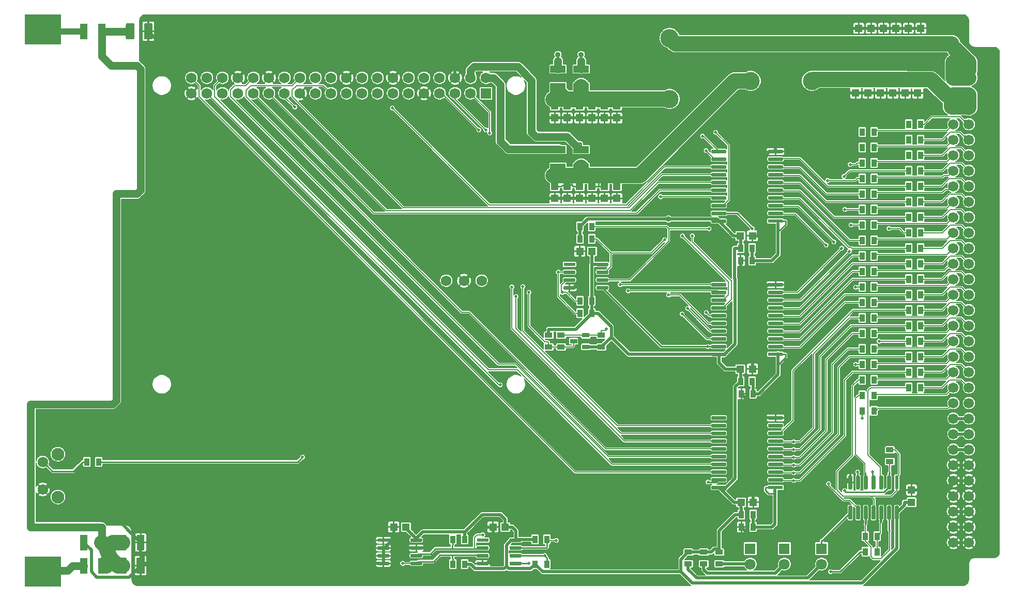
<source format=gtl>
G04 #@! TF.GenerationSoftware,KiCad,Pcbnew,(5.1.5)-3*
G04 #@! TF.CreationDate,2020-06-07T12:27:58+08:00*
G04 #@! TF.ProjectId,HEMAC_MCU,48454d41-435f-44d4-9355-2e6b69636164,rev?*
G04 #@! TF.SameCoordinates,Original*
G04 #@! TF.FileFunction,Copper,L1,Top*
G04 #@! TF.FilePolarity,Positive*
%FSLAX46Y46*%
G04 Gerber Fmt 4.6, Leading zero omitted, Abs format (unit mm)*
G04 Created by KiCad (PCBNEW (5.1.5)-3) date 2020-06-07 12:27:58*
%MOMM*%
%LPD*%
G04 APERTURE LIST*
%ADD10C,1.700000*%
%ADD11R,1.700000X1.700000*%
%ADD12R,6.000000X5.000000*%
%ADD13C,0.100000*%
%ADD14R,1.900000X0.600000*%
%ADD15R,1.800000X1.800000*%
%ADD16C,1.800000*%
%ADD17C,1.750000*%
%ADD18R,1.750000X1.750000*%
%ADD19C,3.000000*%
%ADD20C,2.100000*%
%ADD21R,0.600000X2.300000*%
%ADD22R,2.400000X0.600000*%
%ADD23R,1.300000X2.500000*%
%ADD24R,1.250000X1.300000*%
%ADD25R,1.300000X1.250000*%
%ADD26R,1.200000X0.800000*%
%ADD27R,1.200000X2.500000*%
%ADD28R,0.900000X1.300000*%
%ADD29R,1.300000X0.900000*%
%ADD30R,2.500000X1.200000*%
%ADD31C,0.500000*%
%ADD32C,0.900000*%
%ADD33C,0.508000*%
%ADD34C,2.540000*%
%ADD35C,1.270000*%
%ADD36C,1.016000*%
%ADD37C,0.254000*%
%ADD38C,0.152400*%
G04 APERTURE END LIST*
D10*
X217170000Y-139700000D03*
X219710000Y-139700000D03*
X217170000Y-137160000D03*
X219710000Y-137160000D03*
X217170000Y-134620000D03*
X219710000Y-134620000D03*
X217170000Y-132080000D03*
X219710000Y-132080000D03*
X217170000Y-129540000D03*
X219710000Y-129540000D03*
X217170000Y-127000000D03*
X219710000Y-127000000D03*
X217170000Y-124460000D03*
X219710000Y-124460000D03*
X217170000Y-121920000D03*
X219710000Y-121920000D03*
X217170000Y-119380000D03*
X219710000Y-119380000D03*
X217170000Y-116840000D03*
X219710000Y-116840000D03*
X217170000Y-114300000D03*
X219710000Y-114300000D03*
X217170000Y-111760000D03*
X219710000Y-111760000D03*
X217170000Y-109220000D03*
X219710000Y-109220000D03*
X217170000Y-106680000D03*
X219710000Y-106680000D03*
X217170000Y-104140000D03*
X219710000Y-104140000D03*
X217170000Y-101600000D03*
X219710000Y-101600000D03*
X217170000Y-99060000D03*
X219710000Y-99060000D03*
X217170000Y-96520000D03*
X219710000Y-96520000D03*
X217170000Y-93980000D03*
X219710000Y-93980000D03*
X217170000Y-91440000D03*
X219710000Y-91440000D03*
X217170000Y-88900000D03*
X219710000Y-88900000D03*
X217170000Y-86360000D03*
X219710000Y-86360000D03*
X217170000Y-83820000D03*
X219710000Y-83820000D03*
X217170000Y-81280000D03*
X219710000Y-81280000D03*
X217170000Y-78740000D03*
X219710000Y-78740000D03*
X217170000Y-76200000D03*
X219710000Y-76200000D03*
X217170000Y-73660000D03*
X219710000Y-73660000D03*
X217170000Y-71120000D03*
X219710000Y-71120000D03*
X217170000Y-68580000D03*
X219710000Y-68580000D03*
X217170000Y-66040000D03*
X219710000Y-66040000D03*
X217170000Y-63500000D03*
X219710000Y-63500000D03*
X217170000Y-60960000D03*
D11*
X219710000Y-60960000D03*
D12*
X68000000Y-55550000D03*
X68000000Y-144450000D03*
G04 #@! TA.AperFunction,SMDPad,CuDef*
D13*
G36*
X160486703Y-93807722D02*
G01*
X160501264Y-93809882D01*
X160515543Y-93813459D01*
X160529403Y-93818418D01*
X160542710Y-93824712D01*
X160555336Y-93832280D01*
X160567159Y-93841048D01*
X160578066Y-93850934D01*
X160587952Y-93861841D01*
X160596720Y-93873664D01*
X160604288Y-93886290D01*
X160610582Y-93899597D01*
X160615541Y-93913457D01*
X160619118Y-93927736D01*
X160621278Y-93942297D01*
X160622000Y-93957000D01*
X160622000Y-94257000D01*
X160621278Y-94271703D01*
X160619118Y-94286264D01*
X160615541Y-94300543D01*
X160610582Y-94314403D01*
X160604288Y-94327710D01*
X160596720Y-94340336D01*
X160587952Y-94352159D01*
X160578066Y-94363066D01*
X160567159Y-94372952D01*
X160555336Y-94381720D01*
X160542710Y-94389288D01*
X160529403Y-94395582D01*
X160515543Y-94400541D01*
X160501264Y-94404118D01*
X160486703Y-94406278D01*
X160472000Y-94407000D01*
X158872000Y-94407000D01*
X158857297Y-94406278D01*
X158842736Y-94404118D01*
X158828457Y-94400541D01*
X158814597Y-94395582D01*
X158801290Y-94389288D01*
X158788664Y-94381720D01*
X158776841Y-94372952D01*
X158765934Y-94363066D01*
X158756048Y-94352159D01*
X158747280Y-94340336D01*
X158739712Y-94327710D01*
X158733418Y-94314403D01*
X158728459Y-94300543D01*
X158724882Y-94286264D01*
X158722722Y-94271703D01*
X158722000Y-94257000D01*
X158722000Y-93957000D01*
X158722722Y-93942297D01*
X158724882Y-93927736D01*
X158728459Y-93913457D01*
X158733418Y-93899597D01*
X158739712Y-93886290D01*
X158747280Y-93873664D01*
X158756048Y-93861841D01*
X158765934Y-93850934D01*
X158776841Y-93841048D01*
X158788664Y-93832280D01*
X158801290Y-93824712D01*
X158814597Y-93818418D01*
X158828457Y-93813459D01*
X158842736Y-93809882D01*
X158857297Y-93807722D01*
X158872000Y-93807000D01*
X160472000Y-93807000D01*
X160486703Y-93807722D01*
G37*
G04 #@! TD.AperFunction*
G04 #@! TA.AperFunction,SMDPad,CuDef*
G36*
X160486703Y-95077722D02*
G01*
X160501264Y-95079882D01*
X160515543Y-95083459D01*
X160529403Y-95088418D01*
X160542710Y-95094712D01*
X160555336Y-95102280D01*
X160567159Y-95111048D01*
X160578066Y-95120934D01*
X160587952Y-95131841D01*
X160596720Y-95143664D01*
X160604288Y-95156290D01*
X160610582Y-95169597D01*
X160615541Y-95183457D01*
X160619118Y-95197736D01*
X160621278Y-95212297D01*
X160622000Y-95227000D01*
X160622000Y-95527000D01*
X160621278Y-95541703D01*
X160619118Y-95556264D01*
X160615541Y-95570543D01*
X160610582Y-95584403D01*
X160604288Y-95597710D01*
X160596720Y-95610336D01*
X160587952Y-95622159D01*
X160578066Y-95633066D01*
X160567159Y-95642952D01*
X160555336Y-95651720D01*
X160542710Y-95659288D01*
X160529403Y-95665582D01*
X160515543Y-95670541D01*
X160501264Y-95674118D01*
X160486703Y-95676278D01*
X160472000Y-95677000D01*
X158872000Y-95677000D01*
X158857297Y-95676278D01*
X158842736Y-95674118D01*
X158828457Y-95670541D01*
X158814597Y-95665582D01*
X158801290Y-95659288D01*
X158788664Y-95651720D01*
X158776841Y-95642952D01*
X158765934Y-95633066D01*
X158756048Y-95622159D01*
X158747280Y-95610336D01*
X158739712Y-95597710D01*
X158733418Y-95584403D01*
X158728459Y-95570543D01*
X158724882Y-95556264D01*
X158722722Y-95541703D01*
X158722000Y-95527000D01*
X158722000Y-95227000D01*
X158722722Y-95212297D01*
X158724882Y-95197736D01*
X158728459Y-95183457D01*
X158733418Y-95169597D01*
X158739712Y-95156290D01*
X158747280Y-95143664D01*
X158756048Y-95131841D01*
X158765934Y-95120934D01*
X158776841Y-95111048D01*
X158788664Y-95102280D01*
X158801290Y-95094712D01*
X158814597Y-95088418D01*
X158828457Y-95083459D01*
X158842736Y-95079882D01*
X158857297Y-95077722D01*
X158872000Y-95077000D01*
X160472000Y-95077000D01*
X160486703Y-95077722D01*
G37*
G04 #@! TD.AperFunction*
G04 #@! TA.AperFunction,SMDPad,CuDef*
G36*
X160486703Y-96347722D02*
G01*
X160501264Y-96349882D01*
X160515543Y-96353459D01*
X160529403Y-96358418D01*
X160542710Y-96364712D01*
X160555336Y-96372280D01*
X160567159Y-96381048D01*
X160578066Y-96390934D01*
X160587952Y-96401841D01*
X160596720Y-96413664D01*
X160604288Y-96426290D01*
X160610582Y-96439597D01*
X160615541Y-96453457D01*
X160619118Y-96467736D01*
X160621278Y-96482297D01*
X160622000Y-96497000D01*
X160622000Y-96797000D01*
X160621278Y-96811703D01*
X160619118Y-96826264D01*
X160615541Y-96840543D01*
X160610582Y-96854403D01*
X160604288Y-96867710D01*
X160596720Y-96880336D01*
X160587952Y-96892159D01*
X160578066Y-96903066D01*
X160567159Y-96912952D01*
X160555336Y-96921720D01*
X160542710Y-96929288D01*
X160529403Y-96935582D01*
X160515543Y-96940541D01*
X160501264Y-96944118D01*
X160486703Y-96946278D01*
X160472000Y-96947000D01*
X158872000Y-96947000D01*
X158857297Y-96946278D01*
X158842736Y-96944118D01*
X158828457Y-96940541D01*
X158814597Y-96935582D01*
X158801290Y-96929288D01*
X158788664Y-96921720D01*
X158776841Y-96912952D01*
X158765934Y-96903066D01*
X158756048Y-96892159D01*
X158747280Y-96880336D01*
X158739712Y-96867710D01*
X158733418Y-96854403D01*
X158728459Y-96840543D01*
X158724882Y-96826264D01*
X158722722Y-96811703D01*
X158722000Y-96797000D01*
X158722000Y-96497000D01*
X158722722Y-96482297D01*
X158724882Y-96467736D01*
X158728459Y-96453457D01*
X158733418Y-96439597D01*
X158739712Y-96426290D01*
X158747280Y-96413664D01*
X158756048Y-96401841D01*
X158765934Y-96390934D01*
X158776841Y-96381048D01*
X158788664Y-96372280D01*
X158801290Y-96364712D01*
X158814597Y-96358418D01*
X158828457Y-96353459D01*
X158842736Y-96349882D01*
X158857297Y-96347722D01*
X158872000Y-96347000D01*
X160472000Y-96347000D01*
X160486703Y-96347722D01*
G37*
G04 #@! TD.AperFunction*
G04 #@! TA.AperFunction,SMDPad,CuDef*
G36*
X160486703Y-97617722D02*
G01*
X160501264Y-97619882D01*
X160515543Y-97623459D01*
X160529403Y-97628418D01*
X160542710Y-97634712D01*
X160555336Y-97642280D01*
X160567159Y-97651048D01*
X160578066Y-97660934D01*
X160587952Y-97671841D01*
X160596720Y-97683664D01*
X160604288Y-97696290D01*
X160610582Y-97709597D01*
X160615541Y-97723457D01*
X160619118Y-97737736D01*
X160621278Y-97752297D01*
X160622000Y-97767000D01*
X160622000Y-98067000D01*
X160621278Y-98081703D01*
X160619118Y-98096264D01*
X160615541Y-98110543D01*
X160610582Y-98124403D01*
X160604288Y-98137710D01*
X160596720Y-98150336D01*
X160587952Y-98162159D01*
X160578066Y-98173066D01*
X160567159Y-98182952D01*
X160555336Y-98191720D01*
X160542710Y-98199288D01*
X160529403Y-98205582D01*
X160515543Y-98210541D01*
X160501264Y-98214118D01*
X160486703Y-98216278D01*
X160472000Y-98217000D01*
X158872000Y-98217000D01*
X158857297Y-98216278D01*
X158842736Y-98214118D01*
X158828457Y-98210541D01*
X158814597Y-98205582D01*
X158801290Y-98199288D01*
X158788664Y-98191720D01*
X158776841Y-98182952D01*
X158765934Y-98173066D01*
X158756048Y-98162159D01*
X158747280Y-98150336D01*
X158739712Y-98137710D01*
X158733418Y-98124403D01*
X158728459Y-98110543D01*
X158724882Y-98096264D01*
X158722722Y-98081703D01*
X158722000Y-98067000D01*
X158722000Y-97767000D01*
X158722722Y-97752297D01*
X158724882Y-97737736D01*
X158728459Y-97723457D01*
X158733418Y-97709597D01*
X158739712Y-97696290D01*
X158747280Y-97683664D01*
X158756048Y-97671841D01*
X158765934Y-97660934D01*
X158776841Y-97651048D01*
X158788664Y-97642280D01*
X158801290Y-97634712D01*
X158814597Y-97628418D01*
X158828457Y-97623459D01*
X158842736Y-97619882D01*
X158857297Y-97617722D01*
X158872000Y-97617000D01*
X160472000Y-97617000D01*
X160486703Y-97617722D01*
G37*
G04 #@! TD.AperFunction*
G04 #@! TA.AperFunction,SMDPad,CuDef*
G36*
X155086703Y-97617722D02*
G01*
X155101264Y-97619882D01*
X155115543Y-97623459D01*
X155129403Y-97628418D01*
X155142710Y-97634712D01*
X155155336Y-97642280D01*
X155167159Y-97651048D01*
X155178066Y-97660934D01*
X155187952Y-97671841D01*
X155196720Y-97683664D01*
X155204288Y-97696290D01*
X155210582Y-97709597D01*
X155215541Y-97723457D01*
X155219118Y-97737736D01*
X155221278Y-97752297D01*
X155222000Y-97767000D01*
X155222000Y-98067000D01*
X155221278Y-98081703D01*
X155219118Y-98096264D01*
X155215541Y-98110543D01*
X155210582Y-98124403D01*
X155204288Y-98137710D01*
X155196720Y-98150336D01*
X155187952Y-98162159D01*
X155178066Y-98173066D01*
X155167159Y-98182952D01*
X155155336Y-98191720D01*
X155142710Y-98199288D01*
X155129403Y-98205582D01*
X155115543Y-98210541D01*
X155101264Y-98214118D01*
X155086703Y-98216278D01*
X155072000Y-98217000D01*
X153472000Y-98217000D01*
X153457297Y-98216278D01*
X153442736Y-98214118D01*
X153428457Y-98210541D01*
X153414597Y-98205582D01*
X153401290Y-98199288D01*
X153388664Y-98191720D01*
X153376841Y-98182952D01*
X153365934Y-98173066D01*
X153356048Y-98162159D01*
X153347280Y-98150336D01*
X153339712Y-98137710D01*
X153333418Y-98124403D01*
X153328459Y-98110543D01*
X153324882Y-98096264D01*
X153322722Y-98081703D01*
X153322000Y-98067000D01*
X153322000Y-97767000D01*
X153322722Y-97752297D01*
X153324882Y-97737736D01*
X153328459Y-97723457D01*
X153333418Y-97709597D01*
X153339712Y-97696290D01*
X153347280Y-97683664D01*
X153356048Y-97671841D01*
X153365934Y-97660934D01*
X153376841Y-97651048D01*
X153388664Y-97642280D01*
X153401290Y-97634712D01*
X153414597Y-97628418D01*
X153428457Y-97623459D01*
X153442736Y-97619882D01*
X153457297Y-97617722D01*
X153472000Y-97617000D01*
X155072000Y-97617000D01*
X155086703Y-97617722D01*
G37*
G04 #@! TD.AperFunction*
G04 #@! TA.AperFunction,SMDPad,CuDef*
G36*
X155086703Y-96347722D02*
G01*
X155101264Y-96349882D01*
X155115543Y-96353459D01*
X155129403Y-96358418D01*
X155142710Y-96364712D01*
X155155336Y-96372280D01*
X155167159Y-96381048D01*
X155178066Y-96390934D01*
X155187952Y-96401841D01*
X155196720Y-96413664D01*
X155204288Y-96426290D01*
X155210582Y-96439597D01*
X155215541Y-96453457D01*
X155219118Y-96467736D01*
X155221278Y-96482297D01*
X155222000Y-96497000D01*
X155222000Y-96797000D01*
X155221278Y-96811703D01*
X155219118Y-96826264D01*
X155215541Y-96840543D01*
X155210582Y-96854403D01*
X155204288Y-96867710D01*
X155196720Y-96880336D01*
X155187952Y-96892159D01*
X155178066Y-96903066D01*
X155167159Y-96912952D01*
X155155336Y-96921720D01*
X155142710Y-96929288D01*
X155129403Y-96935582D01*
X155115543Y-96940541D01*
X155101264Y-96944118D01*
X155086703Y-96946278D01*
X155072000Y-96947000D01*
X153472000Y-96947000D01*
X153457297Y-96946278D01*
X153442736Y-96944118D01*
X153428457Y-96940541D01*
X153414597Y-96935582D01*
X153401290Y-96929288D01*
X153388664Y-96921720D01*
X153376841Y-96912952D01*
X153365934Y-96903066D01*
X153356048Y-96892159D01*
X153347280Y-96880336D01*
X153339712Y-96867710D01*
X153333418Y-96854403D01*
X153328459Y-96840543D01*
X153324882Y-96826264D01*
X153322722Y-96811703D01*
X153322000Y-96797000D01*
X153322000Y-96497000D01*
X153322722Y-96482297D01*
X153324882Y-96467736D01*
X153328459Y-96453457D01*
X153333418Y-96439597D01*
X153339712Y-96426290D01*
X153347280Y-96413664D01*
X153356048Y-96401841D01*
X153365934Y-96390934D01*
X153376841Y-96381048D01*
X153388664Y-96372280D01*
X153401290Y-96364712D01*
X153414597Y-96358418D01*
X153428457Y-96353459D01*
X153442736Y-96349882D01*
X153457297Y-96347722D01*
X153472000Y-96347000D01*
X155072000Y-96347000D01*
X155086703Y-96347722D01*
G37*
G04 #@! TD.AperFunction*
G04 #@! TA.AperFunction,SMDPad,CuDef*
G36*
X155086703Y-95077722D02*
G01*
X155101264Y-95079882D01*
X155115543Y-95083459D01*
X155129403Y-95088418D01*
X155142710Y-95094712D01*
X155155336Y-95102280D01*
X155167159Y-95111048D01*
X155178066Y-95120934D01*
X155187952Y-95131841D01*
X155196720Y-95143664D01*
X155204288Y-95156290D01*
X155210582Y-95169597D01*
X155215541Y-95183457D01*
X155219118Y-95197736D01*
X155221278Y-95212297D01*
X155222000Y-95227000D01*
X155222000Y-95527000D01*
X155221278Y-95541703D01*
X155219118Y-95556264D01*
X155215541Y-95570543D01*
X155210582Y-95584403D01*
X155204288Y-95597710D01*
X155196720Y-95610336D01*
X155187952Y-95622159D01*
X155178066Y-95633066D01*
X155167159Y-95642952D01*
X155155336Y-95651720D01*
X155142710Y-95659288D01*
X155129403Y-95665582D01*
X155115543Y-95670541D01*
X155101264Y-95674118D01*
X155086703Y-95676278D01*
X155072000Y-95677000D01*
X153472000Y-95677000D01*
X153457297Y-95676278D01*
X153442736Y-95674118D01*
X153428457Y-95670541D01*
X153414597Y-95665582D01*
X153401290Y-95659288D01*
X153388664Y-95651720D01*
X153376841Y-95642952D01*
X153365934Y-95633066D01*
X153356048Y-95622159D01*
X153347280Y-95610336D01*
X153339712Y-95597710D01*
X153333418Y-95584403D01*
X153328459Y-95570543D01*
X153324882Y-95556264D01*
X153322722Y-95541703D01*
X153322000Y-95527000D01*
X153322000Y-95227000D01*
X153322722Y-95212297D01*
X153324882Y-95197736D01*
X153328459Y-95183457D01*
X153333418Y-95169597D01*
X153339712Y-95156290D01*
X153347280Y-95143664D01*
X153356048Y-95131841D01*
X153365934Y-95120934D01*
X153376841Y-95111048D01*
X153388664Y-95102280D01*
X153401290Y-95094712D01*
X153414597Y-95088418D01*
X153428457Y-95083459D01*
X153442736Y-95079882D01*
X153457297Y-95077722D01*
X153472000Y-95077000D01*
X155072000Y-95077000D01*
X155086703Y-95077722D01*
G37*
G04 #@! TD.AperFunction*
D14*
X154272000Y-94107000D03*
G04 #@! TA.AperFunction,SMDPad,CuDef*
D13*
G36*
X146262703Y-139019722D02*
G01*
X146277264Y-139021882D01*
X146291543Y-139025459D01*
X146305403Y-139030418D01*
X146318710Y-139036712D01*
X146331336Y-139044280D01*
X146343159Y-139053048D01*
X146354066Y-139062934D01*
X146363952Y-139073841D01*
X146372720Y-139085664D01*
X146380288Y-139098290D01*
X146386582Y-139111597D01*
X146391541Y-139125457D01*
X146395118Y-139139736D01*
X146397278Y-139154297D01*
X146398000Y-139169000D01*
X146398000Y-139469000D01*
X146397278Y-139483703D01*
X146395118Y-139498264D01*
X146391541Y-139512543D01*
X146386582Y-139526403D01*
X146380288Y-139539710D01*
X146372720Y-139552336D01*
X146363952Y-139564159D01*
X146354066Y-139575066D01*
X146343159Y-139584952D01*
X146331336Y-139593720D01*
X146318710Y-139601288D01*
X146305403Y-139607582D01*
X146291543Y-139612541D01*
X146277264Y-139616118D01*
X146262703Y-139618278D01*
X146248000Y-139619000D01*
X144648000Y-139619000D01*
X144633297Y-139618278D01*
X144618736Y-139616118D01*
X144604457Y-139612541D01*
X144590597Y-139607582D01*
X144577290Y-139601288D01*
X144564664Y-139593720D01*
X144552841Y-139584952D01*
X144541934Y-139575066D01*
X144532048Y-139564159D01*
X144523280Y-139552336D01*
X144515712Y-139539710D01*
X144509418Y-139526403D01*
X144504459Y-139512543D01*
X144500882Y-139498264D01*
X144498722Y-139483703D01*
X144498000Y-139469000D01*
X144498000Y-139169000D01*
X144498722Y-139154297D01*
X144500882Y-139139736D01*
X144504459Y-139125457D01*
X144509418Y-139111597D01*
X144515712Y-139098290D01*
X144523280Y-139085664D01*
X144532048Y-139073841D01*
X144541934Y-139062934D01*
X144552841Y-139053048D01*
X144564664Y-139044280D01*
X144577290Y-139036712D01*
X144590597Y-139030418D01*
X144604457Y-139025459D01*
X144618736Y-139021882D01*
X144633297Y-139019722D01*
X144648000Y-139019000D01*
X146248000Y-139019000D01*
X146262703Y-139019722D01*
G37*
G04 #@! TD.AperFunction*
G04 #@! TA.AperFunction,SMDPad,CuDef*
G36*
X146262703Y-140289722D02*
G01*
X146277264Y-140291882D01*
X146291543Y-140295459D01*
X146305403Y-140300418D01*
X146318710Y-140306712D01*
X146331336Y-140314280D01*
X146343159Y-140323048D01*
X146354066Y-140332934D01*
X146363952Y-140343841D01*
X146372720Y-140355664D01*
X146380288Y-140368290D01*
X146386582Y-140381597D01*
X146391541Y-140395457D01*
X146395118Y-140409736D01*
X146397278Y-140424297D01*
X146398000Y-140439000D01*
X146398000Y-140739000D01*
X146397278Y-140753703D01*
X146395118Y-140768264D01*
X146391541Y-140782543D01*
X146386582Y-140796403D01*
X146380288Y-140809710D01*
X146372720Y-140822336D01*
X146363952Y-140834159D01*
X146354066Y-140845066D01*
X146343159Y-140854952D01*
X146331336Y-140863720D01*
X146318710Y-140871288D01*
X146305403Y-140877582D01*
X146291543Y-140882541D01*
X146277264Y-140886118D01*
X146262703Y-140888278D01*
X146248000Y-140889000D01*
X144648000Y-140889000D01*
X144633297Y-140888278D01*
X144618736Y-140886118D01*
X144604457Y-140882541D01*
X144590597Y-140877582D01*
X144577290Y-140871288D01*
X144564664Y-140863720D01*
X144552841Y-140854952D01*
X144541934Y-140845066D01*
X144532048Y-140834159D01*
X144523280Y-140822336D01*
X144515712Y-140809710D01*
X144509418Y-140796403D01*
X144504459Y-140782543D01*
X144500882Y-140768264D01*
X144498722Y-140753703D01*
X144498000Y-140739000D01*
X144498000Y-140439000D01*
X144498722Y-140424297D01*
X144500882Y-140409736D01*
X144504459Y-140395457D01*
X144509418Y-140381597D01*
X144515712Y-140368290D01*
X144523280Y-140355664D01*
X144532048Y-140343841D01*
X144541934Y-140332934D01*
X144552841Y-140323048D01*
X144564664Y-140314280D01*
X144577290Y-140306712D01*
X144590597Y-140300418D01*
X144604457Y-140295459D01*
X144618736Y-140291882D01*
X144633297Y-140289722D01*
X144648000Y-140289000D01*
X146248000Y-140289000D01*
X146262703Y-140289722D01*
G37*
G04 #@! TD.AperFunction*
G04 #@! TA.AperFunction,SMDPad,CuDef*
G36*
X146262703Y-141559722D02*
G01*
X146277264Y-141561882D01*
X146291543Y-141565459D01*
X146305403Y-141570418D01*
X146318710Y-141576712D01*
X146331336Y-141584280D01*
X146343159Y-141593048D01*
X146354066Y-141602934D01*
X146363952Y-141613841D01*
X146372720Y-141625664D01*
X146380288Y-141638290D01*
X146386582Y-141651597D01*
X146391541Y-141665457D01*
X146395118Y-141679736D01*
X146397278Y-141694297D01*
X146398000Y-141709000D01*
X146398000Y-142009000D01*
X146397278Y-142023703D01*
X146395118Y-142038264D01*
X146391541Y-142052543D01*
X146386582Y-142066403D01*
X146380288Y-142079710D01*
X146372720Y-142092336D01*
X146363952Y-142104159D01*
X146354066Y-142115066D01*
X146343159Y-142124952D01*
X146331336Y-142133720D01*
X146318710Y-142141288D01*
X146305403Y-142147582D01*
X146291543Y-142152541D01*
X146277264Y-142156118D01*
X146262703Y-142158278D01*
X146248000Y-142159000D01*
X144648000Y-142159000D01*
X144633297Y-142158278D01*
X144618736Y-142156118D01*
X144604457Y-142152541D01*
X144590597Y-142147582D01*
X144577290Y-142141288D01*
X144564664Y-142133720D01*
X144552841Y-142124952D01*
X144541934Y-142115066D01*
X144532048Y-142104159D01*
X144523280Y-142092336D01*
X144515712Y-142079710D01*
X144509418Y-142066403D01*
X144504459Y-142052543D01*
X144500882Y-142038264D01*
X144498722Y-142023703D01*
X144498000Y-142009000D01*
X144498000Y-141709000D01*
X144498722Y-141694297D01*
X144500882Y-141679736D01*
X144504459Y-141665457D01*
X144509418Y-141651597D01*
X144515712Y-141638290D01*
X144523280Y-141625664D01*
X144532048Y-141613841D01*
X144541934Y-141602934D01*
X144552841Y-141593048D01*
X144564664Y-141584280D01*
X144577290Y-141576712D01*
X144590597Y-141570418D01*
X144604457Y-141565459D01*
X144618736Y-141561882D01*
X144633297Y-141559722D01*
X144648000Y-141559000D01*
X146248000Y-141559000D01*
X146262703Y-141559722D01*
G37*
G04 #@! TD.AperFunction*
G04 #@! TA.AperFunction,SMDPad,CuDef*
G36*
X146262703Y-142829722D02*
G01*
X146277264Y-142831882D01*
X146291543Y-142835459D01*
X146305403Y-142840418D01*
X146318710Y-142846712D01*
X146331336Y-142854280D01*
X146343159Y-142863048D01*
X146354066Y-142872934D01*
X146363952Y-142883841D01*
X146372720Y-142895664D01*
X146380288Y-142908290D01*
X146386582Y-142921597D01*
X146391541Y-142935457D01*
X146395118Y-142949736D01*
X146397278Y-142964297D01*
X146398000Y-142979000D01*
X146398000Y-143279000D01*
X146397278Y-143293703D01*
X146395118Y-143308264D01*
X146391541Y-143322543D01*
X146386582Y-143336403D01*
X146380288Y-143349710D01*
X146372720Y-143362336D01*
X146363952Y-143374159D01*
X146354066Y-143385066D01*
X146343159Y-143394952D01*
X146331336Y-143403720D01*
X146318710Y-143411288D01*
X146305403Y-143417582D01*
X146291543Y-143422541D01*
X146277264Y-143426118D01*
X146262703Y-143428278D01*
X146248000Y-143429000D01*
X144648000Y-143429000D01*
X144633297Y-143428278D01*
X144618736Y-143426118D01*
X144604457Y-143422541D01*
X144590597Y-143417582D01*
X144577290Y-143411288D01*
X144564664Y-143403720D01*
X144552841Y-143394952D01*
X144541934Y-143385066D01*
X144532048Y-143374159D01*
X144523280Y-143362336D01*
X144515712Y-143349710D01*
X144509418Y-143336403D01*
X144504459Y-143322543D01*
X144500882Y-143308264D01*
X144498722Y-143293703D01*
X144498000Y-143279000D01*
X144498000Y-142979000D01*
X144498722Y-142964297D01*
X144500882Y-142949736D01*
X144504459Y-142935457D01*
X144509418Y-142921597D01*
X144515712Y-142908290D01*
X144523280Y-142895664D01*
X144532048Y-142883841D01*
X144541934Y-142872934D01*
X144552841Y-142863048D01*
X144564664Y-142854280D01*
X144577290Y-142846712D01*
X144590597Y-142840418D01*
X144604457Y-142835459D01*
X144618736Y-142831882D01*
X144633297Y-142829722D01*
X144648000Y-142829000D01*
X146248000Y-142829000D01*
X146262703Y-142829722D01*
G37*
G04 #@! TD.AperFunction*
G04 #@! TA.AperFunction,SMDPad,CuDef*
G36*
X140862703Y-142829722D02*
G01*
X140877264Y-142831882D01*
X140891543Y-142835459D01*
X140905403Y-142840418D01*
X140918710Y-142846712D01*
X140931336Y-142854280D01*
X140943159Y-142863048D01*
X140954066Y-142872934D01*
X140963952Y-142883841D01*
X140972720Y-142895664D01*
X140980288Y-142908290D01*
X140986582Y-142921597D01*
X140991541Y-142935457D01*
X140995118Y-142949736D01*
X140997278Y-142964297D01*
X140998000Y-142979000D01*
X140998000Y-143279000D01*
X140997278Y-143293703D01*
X140995118Y-143308264D01*
X140991541Y-143322543D01*
X140986582Y-143336403D01*
X140980288Y-143349710D01*
X140972720Y-143362336D01*
X140963952Y-143374159D01*
X140954066Y-143385066D01*
X140943159Y-143394952D01*
X140931336Y-143403720D01*
X140918710Y-143411288D01*
X140905403Y-143417582D01*
X140891543Y-143422541D01*
X140877264Y-143426118D01*
X140862703Y-143428278D01*
X140848000Y-143429000D01*
X139248000Y-143429000D01*
X139233297Y-143428278D01*
X139218736Y-143426118D01*
X139204457Y-143422541D01*
X139190597Y-143417582D01*
X139177290Y-143411288D01*
X139164664Y-143403720D01*
X139152841Y-143394952D01*
X139141934Y-143385066D01*
X139132048Y-143374159D01*
X139123280Y-143362336D01*
X139115712Y-143349710D01*
X139109418Y-143336403D01*
X139104459Y-143322543D01*
X139100882Y-143308264D01*
X139098722Y-143293703D01*
X139098000Y-143279000D01*
X139098000Y-142979000D01*
X139098722Y-142964297D01*
X139100882Y-142949736D01*
X139104459Y-142935457D01*
X139109418Y-142921597D01*
X139115712Y-142908290D01*
X139123280Y-142895664D01*
X139132048Y-142883841D01*
X139141934Y-142872934D01*
X139152841Y-142863048D01*
X139164664Y-142854280D01*
X139177290Y-142846712D01*
X139190597Y-142840418D01*
X139204457Y-142835459D01*
X139218736Y-142831882D01*
X139233297Y-142829722D01*
X139248000Y-142829000D01*
X140848000Y-142829000D01*
X140862703Y-142829722D01*
G37*
G04 #@! TD.AperFunction*
G04 #@! TA.AperFunction,SMDPad,CuDef*
G36*
X140862703Y-141559722D02*
G01*
X140877264Y-141561882D01*
X140891543Y-141565459D01*
X140905403Y-141570418D01*
X140918710Y-141576712D01*
X140931336Y-141584280D01*
X140943159Y-141593048D01*
X140954066Y-141602934D01*
X140963952Y-141613841D01*
X140972720Y-141625664D01*
X140980288Y-141638290D01*
X140986582Y-141651597D01*
X140991541Y-141665457D01*
X140995118Y-141679736D01*
X140997278Y-141694297D01*
X140998000Y-141709000D01*
X140998000Y-142009000D01*
X140997278Y-142023703D01*
X140995118Y-142038264D01*
X140991541Y-142052543D01*
X140986582Y-142066403D01*
X140980288Y-142079710D01*
X140972720Y-142092336D01*
X140963952Y-142104159D01*
X140954066Y-142115066D01*
X140943159Y-142124952D01*
X140931336Y-142133720D01*
X140918710Y-142141288D01*
X140905403Y-142147582D01*
X140891543Y-142152541D01*
X140877264Y-142156118D01*
X140862703Y-142158278D01*
X140848000Y-142159000D01*
X139248000Y-142159000D01*
X139233297Y-142158278D01*
X139218736Y-142156118D01*
X139204457Y-142152541D01*
X139190597Y-142147582D01*
X139177290Y-142141288D01*
X139164664Y-142133720D01*
X139152841Y-142124952D01*
X139141934Y-142115066D01*
X139132048Y-142104159D01*
X139123280Y-142092336D01*
X139115712Y-142079710D01*
X139109418Y-142066403D01*
X139104459Y-142052543D01*
X139100882Y-142038264D01*
X139098722Y-142023703D01*
X139098000Y-142009000D01*
X139098000Y-141709000D01*
X139098722Y-141694297D01*
X139100882Y-141679736D01*
X139104459Y-141665457D01*
X139109418Y-141651597D01*
X139115712Y-141638290D01*
X139123280Y-141625664D01*
X139132048Y-141613841D01*
X139141934Y-141602934D01*
X139152841Y-141593048D01*
X139164664Y-141584280D01*
X139177290Y-141576712D01*
X139190597Y-141570418D01*
X139204457Y-141565459D01*
X139218736Y-141561882D01*
X139233297Y-141559722D01*
X139248000Y-141559000D01*
X140848000Y-141559000D01*
X140862703Y-141559722D01*
G37*
G04 #@! TD.AperFunction*
G04 #@! TA.AperFunction,SMDPad,CuDef*
G36*
X140862703Y-140289722D02*
G01*
X140877264Y-140291882D01*
X140891543Y-140295459D01*
X140905403Y-140300418D01*
X140918710Y-140306712D01*
X140931336Y-140314280D01*
X140943159Y-140323048D01*
X140954066Y-140332934D01*
X140963952Y-140343841D01*
X140972720Y-140355664D01*
X140980288Y-140368290D01*
X140986582Y-140381597D01*
X140991541Y-140395457D01*
X140995118Y-140409736D01*
X140997278Y-140424297D01*
X140998000Y-140439000D01*
X140998000Y-140739000D01*
X140997278Y-140753703D01*
X140995118Y-140768264D01*
X140991541Y-140782543D01*
X140986582Y-140796403D01*
X140980288Y-140809710D01*
X140972720Y-140822336D01*
X140963952Y-140834159D01*
X140954066Y-140845066D01*
X140943159Y-140854952D01*
X140931336Y-140863720D01*
X140918710Y-140871288D01*
X140905403Y-140877582D01*
X140891543Y-140882541D01*
X140877264Y-140886118D01*
X140862703Y-140888278D01*
X140848000Y-140889000D01*
X139248000Y-140889000D01*
X139233297Y-140888278D01*
X139218736Y-140886118D01*
X139204457Y-140882541D01*
X139190597Y-140877582D01*
X139177290Y-140871288D01*
X139164664Y-140863720D01*
X139152841Y-140854952D01*
X139141934Y-140845066D01*
X139132048Y-140834159D01*
X139123280Y-140822336D01*
X139115712Y-140809710D01*
X139109418Y-140796403D01*
X139104459Y-140782543D01*
X139100882Y-140768264D01*
X139098722Y-140753703D01*
X139098000Y-140739000D01*
X139098000Y-140439000D01*
X139098722Y-140424297D01*
X139100882Y-140409736D01*
X139104459Y-140395457D01*
X139109418Y-140381597D01*
X139115712Y-140368290D01*
X139123280Y-140355664D01*
X139132048Y-140343841D01*
X139141934Y-140332934D01*
X139152841Y-140323048D01*
X139164664Y-140314280D01*
X139177290Y-140306712D01*
X139190597Y-140300418D01*
X139204457Y-140295459D01*
X139218736Y-140291882D01*
X139233297Y-140289722D01*
X139248000Y-140289000D01*
X140848000Y-140289000D01*
X140862703Y-140289722D01*
G37*
G04 #@! TD.AperFunction*
D14*
X140048000Y-139319000D03*
D15*
X189484000Y-140716000D03*
D16*
X189484000Y-143256000D03*
D15*
X183896000Y-140716000D03*
D16*
X183896000Y-143256000D03*
X195580000Y-143256000D03*
D15*
X195580000Y-140716000D03*
D17*
X139900000Y-96770000D03*
X137000000Y-96770000D03*
X134100000Y-96770000D03*
X107610000Y-66040000D03*
X107610000Y-63500000D03*
X105070000Y-66040000D03*
X105070000Y-63500000D03*
X112690000Y-63500000D03*
X112690000Y-66040000D03*
D18*
X140630000Y-66040000D03*
D17*
X140630000Y-63500000D03*
X138090000Y-66040000D03*
X138090000Y-63500000D03*
X135550000Y-66040000D03*
X135550000Y-63500000D03*
X133010000Y-66040000D03*
X133010000Y-63500000D03*
X130470000Y-66040000D03*
X130470000Y-63500000D03*
X127930000Y-66040000D03*
X127930000Y-63500000D03*
X125390000Y-66040000D03*
X125390000Y-63500000D03*
X122850000Y-66040000D03*
X122850000Y-63500000D03*
X120310000Y-66040000D03*
X120310000Y-63500000D03*
X117770000Y-66040000D03*
X117770000Y-63500000D03*
X115230000Y-66040000D03*
X115230000Y-63500000D03*
X110150000Y-66040000D03*
X110150000Y-63500000D03*
X102530000Y-63500000D03*
X102530000Y-66040000D03*
X99990000Y-63500000D03*
X99990000Y-66040000D03*
X97450000Y-63500000D03*
X97450000Y-66040000D03*
X94910000Y-63500000D03*
X94910000Y-66040000D03*
X92370000Y-63500000D03*
X92370000Y-66040000D03*
G04 #@! TA.AperFunction,SMDPad,CuDef*
D13*
G36*
X82819504Y-54556204D02*
G01*
X82843773Y-54559804D01*
X82867571Y-54565765D01*
X82890671Y-54574030D01*
X82912849Y-54584520D01*
X82933893Y-54597133D01*
X82953598Y-54611747D01*
X82971777Y-54628223D01*
X82988253Y-54646402D01*
X83002867Y-54666107D01*
X83015480Y-54687151D01*
X83025970Y-54709329D01*
X83034235Y-54732429D01*
X83040196Y-54756227D01*
X83043796Y-54780496D01*
X83045000Y-54805000D01*
X83045000Y-56955000D01*
X83043796Y-56979504D01*
X83040196Y-57003773D01*
X83034235Y-57027571D01*
X83025970Y-57050671D01*
X83015480Y-57072849D01*
X83002867Y-57093893D01*
X82988253Y-57113598D01*
X82971777Y-57131777D01*
X82953598Y-57148253D01*
X82933893Y-57162867D01*
X82912849Y-57175480D01*
X82890671Y-57185970D01*
X82867571Y-57194235D01*
X82843773Y-57200196D01*
X82819504Y-57203796D01*
X82795000Y-57205000D01*
X81870000Y-57205000D01*
X81845496Y-57203796D01*
X81821227Y-57200196D01*
X81797429Y-57194235D01*
X81774329Y-57185970D01*
X81752151Y-57175480D01*
X81731107Y-57162867D01*
X81711402Y-57148253D01*
X81693223Y-57131777D01*
X81676747Y-57113598D01*
X81662133Y-57093893D01*
X81649520Y-57072849D01*
X81639030Y-57050671D01*
X81630765Y-57027571D01*
X81624804Y-57003773D01*
X81621204Y-56979504D01*
X81620000Y-56955000D01*
X81620000Y-54805000D01*
X81621204Y-54780496D01*
X81624804Y-54756227D01*
X81630765Y-54732429D01*
X81639030Y-54709329D01*
X81649520Y-54687151D01*
X81662133Y-54666107D01*
X81676747Y-54646402D01*
X81693223Y-54628223D01*
X81711402Y-54611747D01*
X81731107Y-54597133D01*
X81752151Y-54584520D01*
X81774329Y-54574030D01*
X81797429Y-54565765D01*
X81821227Y-54559804D01*
X81845496Y-54556204D01*
X81870000Y-54555000D01*
X82795000Y-54555000D01*
X82819504Y-54556204D01*
G37*
G04 #@! TD.AperFunction*
G04 #@! TA.AperFunction,SMDPad,CuDef*
G36*
X85794504Y-54556204D02*
G01*
X85818773Y-54559804D01*
X85842571Y-54565765D01*
X85865671Y-54574030D01*
X85887849Y-54584520D01*
X85908893Y-54597133D01*
X85928598Y-54611747D01*
X85946777Y-54628223D01*
X85963253Y-54646402D01*
X85977867Y-54666107D01*
X85990480Y-54687151D01*
X86000970Y-54709329D01*
X86009235Y-54732429D01*
X86015196Y-54756227D01*
X86018796Y-54780496D01*
X86020000Y-54805000D01*
X86020000Y-56955000D01*
X86018796Y-56979504D01*
X86015196Y-57003773D01*
X86009235Y-57027571D01*
X86000970Y-57050671D01*
X85990480Y-57072849D01*
X85977867Y-57093893D01*
X85963253Y-57113598D01*
X85946777Y-57131777D01*
X85928598Y-57148253D01*
X85908893Y-57162867D01*
X85887849Y-57175480D01*
X85865671Y-57185970D01*
X85842571Y-57194235D01*
X85818773Y-57200196D01*
X85794504Y-57203796D01*
X85770000Y-57205000D01*
X84845000Y-57205000D01*
X84820496Y-57203796D01*
X84796227Y-57200196D01*
X84772429Y-57194235D01*
X84749329Y-57185970D01*
X84727151Y-57175480D01*
X84706107Y-57162867D01*
X84686402Y-57148253D01*
X84668223Y-57131777D01*
X84651747Y-57113598D01*
X84637133Y-57093893D01*
X84624520Y-57072849D01*
X84614030Y-57050671D01*
X84605765Y-57027571D01*
X84599804Y-57003773D01*
X84596204Y-56979504D01*
X84595000Y-56955000D01*
X84595000Y-54805000D01*
X84596204Y-54780496D01*
X84599804Y-54756227D01*
X84605765Y-54732429D01*
X84614030Y-54709329D01*
X84624520Y-54687151D01*
X84637133Y-54666107D01*
X84651747Y-54646402D01*
X84668223Y-54628223D01*
X84686402Y-54611747D01*
X84706107Y-54597133D01*
X84727151Y-54584520D01*
X84749329Y-54574030D01*
X84772429Y-54565765D01*
X84796227Y-54559804D01*
X84820496Y-54556204D01*
X84845000Y-54555000D01*
X85770000Y-54555000D01*
X85794504Y-54556204D01*
G37*
G04 #@! TD.AperFunction*
G04 #@! TA.AperFunction,SMDPad,CuDef*
G36*
X84524504Y-142186204D02*
G01*
X84548773Y-142189804D01*
X84572571Y-142195765D01*
X84595671Y-142204030D01*
X84617849Y-142214520D01*
X84638893Y-142227133D01*
X84658598Y-142241747D01*
X84676777Y-142258223D01*
X84693253Y-142276402D01*
X84707867Y-142296107D01*
X84720480Y-142317151D01*
X84730970Y-142339329D01*
X84739235Y-142362429D01*
X84745196Y-142386227D01*
X84748796Y-142410496D01*
X84750000Y-142435000D01*
X84750000Y-144585000D01*
X84748796Y-144609504D01*
X84745196Y-144633773D01*
X84739235Y-144657571D01*
X84730970Y-144680671D01*
X84720480Y-144702849D01*
X84707867Y-144723893D01*
X84693253Y-144743598D01*
X84676777Y-144761777D01*
X84658598Y-144778253D01*
X84638893Y-144792867D01*
X84617849Y-144805480D01*
X84595671Y-144815970D01*
X84572571Y-144824235D01*
X84548773Y-144830196D01*
X84524504Y-144833796D01*
X84500000Y-144835000D01*
X83575000Y-144835000D01*
X83550496Y-144833796D01*
X83526227Y-144830196D01*
X83502429Y-144824235D01*
X83479329Y-144815970D01*
X83457151Y-144805480D01*
X83436107Y-144792867D01*
X83416402Y-144778253D01*
X83398223Y-144761777D01*
X83381747Y-144743598D01*
X83367133Y-144723893D01*
X83354520Y-144702849D01*
X83344030Y-144680671D01*
X83335765Y-144657571D01*
X83329804Y-144633773D01*
X83326204Y-144609504D01*
X83325000Y-144585000D01*
X83325000Y-142435000D01*
X83326204Y-142410496D01*
X83329804Y-142386227D01*
X83335765Y-142362429D01*
X83344030Y-142339329D01*
X83354520Y-142317151D01*
X83367133Y-142296107D01*
X83381747Y-142276402D01*
X83398223Y-142258223D01*
X83416402Y-142241747D01*
X83436107Y-142227133D01*
X83457151Y-142214520D01*
X83479329Y-142204030D01*
X83502429Y-142195765D01*
X83526227Y-142189804D01*
X83550496Y-142186204D01*
X83575000Y-142185000D01*
X84500000Y-142185000D01*
X84524504Y-142186204D01*
G37*
G04 #@! TD.AperFunction*
G04 #@! TA.AperFunction,SMDPad,CuDef*
G36*
X81549504Y-142186204D02*
G01*
X81573773Y-142189804D01*
X81597571Y-142195765D01*
X81620671Y-142204030D01*
X81642849Y-142214520D01*
X81663893Y-142227133D01*
X81683598Y-142241747D01*
X81701777Y-142258223D01*
X81718253Y-142276402D01*
X81732867Y-142296107D01*
X81745480Y-142317151D01*
X81755970Y-142339329D01*
X81764235Y-142362429D01*
X81770196Y-142386227D01*
X81773796Y-142410496D01*
X81775000Y-142435000D01*
X81775000Y-144585000D01*
X81773796Y-144609504D01*
X81770196Y-144633773D01*
X81764235Y-144657571D01*
X81755970Y-144680671D01*
X81745480Y-144702849D01*
X81732867Y-144723893D01*
X81718253Y-144743598D01*
X81701777Y-144761777D01*
X81683598Y-144778253D01*
X81663893Y-144792867D01*
X81642849Y-144805480D01*
X81620671Y-144815970D01*
X81597571Y-144824235D01*
X81573773Y-144830196D01*
X81549504Y-144833796D01*
X81525000Y-144835000D01*
X80600000Y-144835000D01*
X80575496Y-144833796D01*
X80551227Y-144830196D01*
X80527429Y-144824235D01*
X80504329Y-144815970D01*
X80482151Y-144805480D01*
X80461107Y-144792867D01*
X80441402Y-144778253D01*
X80423223Y-144761777D01*
X80406747Y-144743598D01*
X80392133Y-144723893D01*
X80379520Y-144702849D01*
X80369030Y-144680671D01*
X80360765Y-144657571D01*
X80354804Y-144633773D01*
X80351204Y-144609504D01*
X80350000Y-144585000D01*
X80350000Y-142435000D01*
X80351204Y-142410496D01*
X80354804Y-142386227D01*
X80360765Y-142362429D01*
X80369030Y-142339329D01*
X80379520Y-142317151D01*
X80392133Y-142296107D01*
X80406747Y-142276402D01*
X80423223Y-142258223D01*
X80441402Y-142241747D01*
X80461107Y-142227133D01*
X80482151Y-142214520D01*
X80504329Y-142204030D01*
X80527429Y-142195765D01*
X80551227Y-142189804D01*
X80575496Y-142186204D01*
X80600000Y-142185000D01*
X81525000Y-142185000D01*
X81549504Y-142186204D01*
G37*
G04 #@! TD.AperFunction*
D19*
X170688000Y-56976000D03*
X170688000Y-66976000D03*
D20*
X70490000Y-132250000D03*
D17*
X68000000Y-131000000D03*
X68000000Y-126500000D03*
D20*
X70490000Y-125240000D03*
G04 #@! TA.AperFunction,SMDPad,CuDef*
D13*
G36*
X208063703Y-133659722D02*
G01*
X208078264Y-133661882D01*
X208092543Y-133665459D01*
X208106403Y-133670418D01*
X208119710Y-133676712D01*
X208132336Y-133684280D01*
X208144159Y-133693048D01*
X208155066Y-133702934D01*
X208164952Y-133713841D01*
X208173720Y-133725664D01*
X208181288Y-133738290D01*
X208187582Y-133751597D01*
X208192541Y-133765457D01*
X208196118Y-133779736D01*
X208198278Y-133794297D01*
X208199000Y-133809000D01*
X208199000Y-135809000D01*
X208198278Y-135823703D01*
X208196118Y-135838264D01*
X208192541Y-135852543D01*
X208187582Y-135866403D01*
X208181288Y-135879710D01*
X208173720Y-135892336D01*
X208164952Y-135904159D01*
X208155066Y-135915066D01*
X208144159Y-135924952D01*
X208132336Y-135933720D01*
X208119710Y-135941288D01*
X208106403Y-135947582D01*
X208092543Y-135952541D01*
X208078264Y-135956118D01*
X208063703Y-135958278D01*
X208049000Y-135959000D01*
X207749000Y-135959000D01*
X207734297Y-135958278D01*
X207719736Y-135956118D01*
X207705457Y-135952541D01*
X207691597Y-135947582D01*
X207678290Y-135941288D01*
X207665664Y-135933720D01*
X207653841Y-135924952D01*
X207642934Y-135915066D01*
X207633048Y-135904159D01*
X207624280Y-135892336D01*
X207616712Y-135879710D01*
X207610418Y-135866403D01*
X207605459Y-135852543D01*
X207601882Y-135838264D01*
X207599722Y-135823703D01*
X207599000Y-135809000D01*
X207599000Y-133809000D01*
X207599722Y-133794297D01*
X207601882Y-133779736D01*
X207605459Y-133765457D01*
X207610418Y-133751597D01*
X207616712Y-133738290D01*
X207624280Y-133725664D01*
X207633048Y-133713841D01*
X207642934Y-133702934D01*
X207653841Y-133693048D01*
X207665664Y-133684280D01*
X207678290Y-133676712D01*
X207691597Y-133670418D01*
X207705457Y-133665459D01*
X207719736Y-133661882D01*
X207734297Y-133659722D01*
X207749000Y-133659000D01*
X208049000Y-133659000D01*
X208063703Y-133659722D01*
G37*
G04 #@! TD.AperFunction*
G04 #@! TA.AperFunction,SMDPad,CuDef*
G36*
X206793703Y-133659722D02*
G01*
X206808264Y-133661882D01*
X206822543Y-133665459D01*
X206836403Y-133670418D01*
X206849710Y-133676712D01*
X206862336Y-133684280D01*
X206874159Y-133693048D01*
X206885066Y-133702934D01*
X206894952Y-133713841D01*
X206903720Y-133725664D01*
X206911288Y-133738290D01*
X206917582Y-133751597D01*
X206922541Y-133765457D01*
X206926118Y-133779736D01*
X206928278Y-133794297D01*
X206929000Y-133809000D01*
X206929000Y-135809000D01*
X206928278Y-135823703D01*
X206926118Y-135838264D01*
X206922541Y-135852543D01*
X206917582Y-135866403D01*
X206911288Y-135879710D01*
X206903720Y-135892336D01*
X206894952Y-135904159D01*
X206885066Y-135915066D01*
X206874159Y-135924952D01*
X206862336Y-135933720D01*
X206849710Y-135941288D01*
X206836403Y-135947582D01*
X206822543Y-135952541D01*
X206808264Y-135956118D01*
X206793703Y-135958278D01*
X206779000Y-135959000D01*
X206479000Y-135959000D01*
X206464297Y-135958278D01*
X206449736Y-135956118D01*
X206435457Y-135952541D01*
X206421597Y-135947582D01*
X206408290Y-135941288D01*
X206395664Y-135933720D01*
X206383841Y-135924952D01*
X206372934Y-135915066D01*
X206363048Y-135904159D01*
X206354280Y-135892336D01*
X206346712Y-135879710D01*
X206340418Y-135866403D01*
X206335459Y-135852543D01*
X206331882Y-135838264D01*
X206329722Y-135823703D01*
X206329000Y-135809000D01*
X206329000Y-133809000D01*
X206329722Y-133794297D01*
X206331882Y-133779736D01*
X206335459Y-133765457D01*
X206340418Y-133751597D01*
X206346712Y-133738290D01*
X206354280Y-133725664D01*
X206363048Y-133713841D01*
X206372934Y-133702934D01*
X206383841Y-133693048D01*
X206395664Y-133684280D01*
X206408290Y-133676712D01*
X206421597Y-133670418D01*
X206435457Y-133665459D01*
X206449736Y-133661882D01*
X206464297Y-133659722D01*
X206479000Y-133659000D01*
X206779000Y-133659000D01*
X206793703Y-133659722D01*
G37*
G04 #@! TD.AperFunction*
G04 #@! TA.AperFunction,SMDPad,CuDef*
G36*
X205523703Y-133659722D02*
G01*
X205538264Y-133661882D01*
X205552543Y-133665459D01*
X205566403Y-133670418D01*
X205579710Y-133676712D01*
X205592336Y-133684280D01*
X205604159Y-133693048D01*
X205615066Y-133702934D01*
X205624952Y-133713841D01*
X205633720Y-133725664D01*
X205641288Y-133738290D01*
X205647582Y-133751597D01*
X205652541Y-133765457D01*
X205656118Y-133779736D01*
X205658278Y-133794297D01*
X205659000Y-133809000D01*
X205659000Y-135809000D01*
X205658278Y-135823703D01*
X205656118Y-135838264D01*
X205652541Y-135852543D01*
X205647582Y-135866403D01*
X205641288Y-135879710D01*
X205633720Y-135892336D01*
X205624952Y-135904159D01*
X205615066Y-135915066D01*
X205604159Y-135924952D01*
X205592336Y-135933720D01*
X205579710Y-135941288D01*
X205566403Y-135947582D01*
X205552543Y-135952541D01*
X205538264Y-135956118D01*
X205523703Y-135958278D01*
X205509000Y-135959000D01*
X205209000Y-135959000D01*
X205194297Y-135958278D01*
X205179736Y-135956118D01*
X205165457Y-135952541D01*
X205151597Y-135947582D01*
X205138290Y-135941288D01*
X205125664Y-135933720D01*
X205113841Y-135924952D01*
X205102934Y-135915066D01*
X205093048Y-135904159D01*
X205084280Y-135892336D01*
X205076712Y-135879710D01*
X205070418Y-135866403D01*
X205065459Y-135852543D01*
X205061882Y-135838264D01*
X205059722Y-135823703D01*
X205059000Y-135809000D01*
X205059000Y-133809000D01*
X205059722Y-133794297D01*
X205061882Y-133779736D01*
X205065459Y-133765457D01*
X205070418Y-133751597D01*
X205076712Y-133738290D01*
X205084280Y-133725664D01*
X205093048Y-133713841D01*
X205102934Y-133702934D01*
X205113841Y-133693048D01*
X205125664Y-133684280D01*
X205138290Y-133676712D01*
X205151597Y-133670418D01*
X205165457Y-133665459D01*
X205179736Y-133661882D01*
X205194297Y-133659722D01*
X205209000Y-133659000D01*
X205509000Y-133659000D01*
X205523703Y-133659722D01*
G37*
G04 #@! TD.AperFunction*
G04 #@! TA.AperFunction,SMDPad,CuDef*
G36*
X204253703Y-133659722D02*
G01*
X204268264Y-133661882D01*
X204282543Y-133665459D01*
X204296403Y-133670418D01*
X204309710Y-133676712D01*
X204322336Y-133684280D01*
X204334159Y-133693048D01*
X204345066Y-133702934D01*
X204354952Y-133713841D01*
X204363720Y-133725664D01*
X204371288Y-133738290D01*
X204377582Y-133751597D01*
X204382541Y-133765457D01*
X204386118Y-133779736D01*
X204388278Y-133794297D01*
X204389000Y-133809000D01*
X204389000Y-135809000D01*
X204388278Y-135823703D01*
X204386118Y-135838264D01*
X204382541Y-135852543D01*
X204377582Y-135866403D01*
X204371288Y-135879710D01*
X204363720Y-135892336D01*
X204354952Y-135904159D01*
X204345066Y-135915066D01*
X204334159Y-135924952D01*
X204322336Y-135933720D01*
X204309710Y-135941288D01*
X204296403Y-135947582D01*
X204282543Y-135952541D01*
X204268264Y-135956118D01*
X204253703Y-135958278D01*
X204239000Y-135959000D01*
X203939000Y-135959000D01*
X203924297Y-135958278D01*
X203909736Y-135956118D01*
X203895457Y-135952541D01*
X203881597Y-135947582D01*
X203868290Y-135941288D01*
X203855664Y-135933720D01*
X203843841Y-135924952D01*
X203832934Y-135915066D01*
X203823048Y-135904159D01*
X203814280Y-135892336D01*
X203806712Y-135879710D01*
X203800418Y-135866403D01*
X203795459Y-135852543D01*
X203791882Y-135838264D01*
X203789722Y-135823703D01*
X203789000Y-135809000D01*
X203789000Y-133809000D01*
X203789722Y-133794297D01*
X203791882Y-133779736D01*
X203795459Y-133765457D01*
X203800418Y-133751597D01*
X203806712Y-133738290D01*
X203814280Y-133725664D01*
X203823048Y-133713841D01*
X203832934Y-133702934D01*
X203843841Y-133693048D01*
X203855664Y-133684280D01*
X203868290Y-133676712D01*
X203881597Y-133670418D01*
X203895457Y-133665459D01*
X203909736Y-133661882D01*
X203924297Y-133659722D01*
X203939000Y-133659000D01*
X204239000Y-133659000D01*
X204253703Y-133659722D01*
G37*
G04 #@! TD.AperFunction*
G04 #@! TA.AperFunction,SMDPad,CuDef*
G36*
X202983703Y-133659722D02*
G01*
X202998264Y-133661882D01*
X203012543Y-133665459D01*
X203026403Y-133670418D01*
X203039710Y-133676712D01*
X203052336Y-133684280D01*
X203064159Y-133693048D01*
X203075066Y-133702934D01*
X203084952Y-133713841D01*
X203093720Y-133725664D01*
X203101288Y-133738290D01*
X203107582Y-133751597D01*
X203112541Y-133765457D01*
X203116118Y-133779736D01*
X203118278Y-133794297D01*
X203119000Y-133809000D01*
X203119000Y-135809000D01*
X203118278Y-135823703D01*
X203116118Y-135838264D01*
X203112541Y-135852543D01*
X203107582Y-135866403D01*
X203101288Y-135879710D01*
X203093720Y-135892336D01*
X203084952Y-135904159D01*
X203075066Y-135915066D01*
X203064159Y-135924952D01*
X203052336Y-135933720D01*
X203039710Y-135941288D01*
X203026403Y-135947582D01*
X203012543Y-135952541D01*
X202998264Y-135956118D01*
X202983703Y-135958278D01*
X202969000Y-135959000D01*
X202669000Y-135959000D01*
X202654297Y-135958278D01*
X202639736Y-135956118D01*
X202625457Y-135952541D01*
X202611597Y-135947582D01*
X202598290Y-135941288D01*
X202585664Y-135933720D01*
X202573841Y-135924952D01*
X202562934Y-135915066D01*
X202553048Y-135904159D01*
X202544280Y-135892336D01*
X202536712Y-135879710D01*
X202530418Y-135866403D01*
X202525459Y-135852543D01*
X202521882Y-135838264D01*
X202519722Y-135823703D01*
X202519000Y-135809000D01*
X202519000Y-133809000D01*
X202519722Y-133794297D01*
X202521882Y-133779736D01*
X202525459Y-133765457D01*
X202530418Y-133751597D01*
X202536712Y-133738290D01*
X202544280Y-133725664D01*
X202553048Y-133713841D01*
X202562934Y-133702934D01*
X202573841Y-133693048D01*
X202585664Y-133684280D01*
X202598290Y-133676712D01*
X202611597Y-133670418D01*
X202625457Y-133665459D01*
X202639736Y-133661882D01*
X202654297Y-133659722D01*
X202669000Y-133659000D01*
X202969000Y-133659000D01*
X202983703Y-133659722D01*
G37*
G04 #@! TD.AperFunction*
G04 #@! TA.AperFunction,SMDPad,CuDef*
G36*
X201713703Y-133659722D02*
G01*
X201728264Y-133661882D01*
X201742543Y-133665459D01*
X201756403Y-133670418D01*
X201769710Y-133676712D01*
X201782336Y-133684280D01*
X201794159Y-133693048D01*
X201805066Y-133702934D01*
X201814952Y-133713841D01*
X201823720Y-133725664D01*
X201831288Y-133738290D01*
X201837582Y-133751597D01*
X201842541Y-133765457D01*
X201846118Y-133779736D01*
X201848278Y-133794297D01*
X201849000Y-133809000D01*
X201849000Y-135809000D01*
X201848278Y-135823703D01*
X201846118Y-135838264D01*
X201842541Y-135852543D01*
X201837582Y-135866403D01*
X201831288Y-135879710D01*
X201823720Y-135892336D01*
X201814952Y-135904159D01*
X201805066Y-135915066D01*
X201794159Y-135924952D01*
X201782336Y-135933720D01*
X201769710Y-135941288D01*
X201756403Y-135947582D01*
X201742543Y-135952541D01*
X201728264Y-135956118D01*
X201713703Y-135958278D01*
X201699000Y-135959000D01*
X201399000Y-135959000D01*
X201384297Y-135958278D01*
X201369736Y-135956118D01*
X201355457Y-135952541D01*
X201341597Y-135947582D01*
X201328290Y-135941288D01*
X201315664Y-135933720D01*
X201303841Y-135924952D01*
X201292934Y-135915066D01*
X201283048Y-135904159D01*
X201274280Y-135892336D01*
X201266712Y-135879710D01*
X201260418Y-135866403D01*
X201255459Y-135852543D01*
X201251882Y-135838264D01*
X201249722Y-135823703D01*
X201249000Y-135809000D01*
X201249000Y-133809000D01*
X201249722Y-133794297D01*
X201251882Y-133779736D01*
X201255459Y-133765457D01*
X201260418Y-133751597D01*
X201266712Y-133738290D01*
X201274280Y-133725664D01*
X201283048Y-133713841D01*
X201292934Y-133702934D01*
X201303841Y-133693048D01*
X201315664Y-133684280D01*
X201328290Y-133676712D01*
X201341597Y-133670418D01*
X201355457Y-133665459D01*
X201369736Y-133661882D01*
X201384297Y-133659722D01*
X201399000Y-133659000D01*
X201699000Y-133659000D01*
X201713703Y-133659722D01*
G37*
G04 #@! TD.AperFunction*
G04 #@! TA.AperFunction,SMDPad,CuDef*
G36*
X200443703Y-133659722D02*
G01*
X200458264Y-133661882D01*
X200472543Y-133665459D01*
X200486403Y-133670418D01*
X200499710Y-133676712D01*
X200512336Y-133684280D01*
X200524159Y-133693048D01*
X200535066Y-133702934D01*
X200544952Y-133713841D01*
X200553720Y-133725664D01*
X200561288Y-133738290D01*
X200567582Y-133751597D01*
X200572541Y-133765457D01*
X200576118Y-133779736D01*
X200578278Y-133794297D01*
X200579000Y-133809000D01*
X200579000Y-135809000D01*
X200578278Y-135823703D01*
X200576118Y-135838264D01*
X200572541Y-135852543D01*
X200567582Y-135866403D01*
X200561288Y-135879710D01*
X200553720Y-135892336D01*
X200544952Y-135904159D01*
X200535066Y-135915066D01*
X200524159Y-135924952D01*
X200512336Y-135933720D01*
X200499710Y-135941288D01*
X200486403Y-135947582D01*
X200472543Y-135952541D01*
X200458264Y-135956118D01*
X200443703Y-135958278D01*
X200429000Y-135959000D01*
X200129000Y-135959000D01*
X200114297Y-135958278D01*
X200099736Y-135956118D01*
X200085457Y-135952541D01*
X200071597Y-135947582D01*
X200058290Y-135941288D01*
X200045664Y-135933720D01*
X200033841Y-135924952D01*
X200022934Y-135915066D01*
X200013048Y-135904159D01*
X200004280Y-135892336D01*
X199996712Y-135879710D01*
X199990418Y-135866403D01*
X199985459Y-135852543D01*
X199981882Y-135838264D01*
X199979722Y-135823703D01*
X199979000Y-135809000D01*
X199979000Y-133809000D01*
X199979722Y-133794297D01*
X199981882Y-133779736D01*
X199985459Y-133765457D01*
X199990418Y-133751597D01*
X199996712Y-133738290D01*
X200004280Y-133725664D01*
X200013048Y-133713841D01*
X200022934Y-133702934D01*
X200033841Y-133693048D01*
X200045664Y-133684280D01*
X200058290Y-133676712D01*
X200071597Y-133670418D01*
X200085457Y-133665459D01*
X200099736Y-133661882D01*
X200114297Y-133659722D01*
X200129000Y-133659000D01*
X200429000Y-133659000D01*
X200443703Y-133659722D01*
G37*
G04 #@! TD.AperFunction*
G04 #@! TA.AperFunction,SMDPad,CuDef*
G36*
X200443703Y-128709722D02*
G01*
X200458264Y-128711882D01*
X200472543Y-128715459D01*
X200486403Y-128720418D01*
X200499710Y-128726712D01*
X200512336Y-128734280D01*
X200524159Y-128743048D01*
X200535066Y-128752934D01*
X200544952Y-128763841D01*
X200553720Y-128775664D01*
X200561288Y-128788290D01*
X200567582Y-128801597D01*
X200572541Y-128815457D01*
X200576118Y-128829736D01*
X200578278Y-128844297D01*
X200579000Y-128859000D01*
X200579000Y-130859000D01*
X200578278Y-130873703D01*
X200576118Y-130888264D01*
X200572541Y-130902543D01*
X200567582Y-130916403D01*
X200561288Y-130929710D01*
X200553720Y-130942336D01*
X200544952Y-130954159D01*
X200535066Y-130965066D01*
X200524159Y-130974952D01*
X200512336Y-130983720D01*
X200499710Y-130991288D01*
X200486403Y-130997582D01*
X200472543Y-131002541D01*
X200458264Y-131006118D01*
X200443703Y-131008278D01*
X200429000Y-131009000D01*
X200129000Y-131009000D01*
X200114297Y-131008278D01*
X200099736Y-131006118D01*
X200085457Y-131002541D01*
X200071597Y-130997582D01*
X200058290Y-130991288D01*
X200045664Y-130983720D01*
X200033841Y-130974952D01*
X200022934Y-130965066D01*
X200013048Y-130954159D01*
X200004280Y-130942336D01*
X199996712Y-130929710D01*
X199990418Y-130916403D01*
X199985459Y-130902543D01*
X199981882Y-130888264D01*
X199979722Y-130873703D01*
X199979000Y-130859000D01*
X199979000Y-128859000D01*
X199979722Y-128844297D01*
X199981882Y-128829736D01*
X199985459Y-128815457D01*
X199990418Y-128801597D01*
X199996712Y-128788290D01*
X200004280Y-128775664D01*
X200013048Y-128763841D01*
X200022934Y-128752934D01*
X200033841Y-128743048D01*
X200045664Y-128734280D01*
X200058290Y-128726712D01*
X200071597Y-128720418D01*
X200085457Y-128715459D01*
X200099736Y-128711882D01*
X200114297Y-128709722D01*
X200129000Y-128709000D01*
X200429000Y-128709000D01*
X200443703Y-128709722D01*
G37*
G04 #@! TD.AperFunction*
G04 #@! TA.AperFunction,SMDPad,CuDef*
G36*
X201713703Y-128709722D02*
G01*
X201728264Y-128711882D01*
X201742543Y-128715459D01*
X201756403Y-128720418D01*
X201769710Y-128726712D01*
X201782336Y-128734280D01*
X201794159Y-128743048D01*
X201805066Y-128752934D01*
X201814952Y-128763841D01*
X201823720Y-128775664D01*
X201831288Y-128788290D01*
X201837582Y-128801597D01*
X201842541Y-128815457D01*
X201846118Y-128829736D01*
X201848278Y-128844297D01*
X201849000Y-128859000D01*
X201849000Y-130859000D01*
X201848278Y-130873703D01*
X201846118Y-130888264D01*
X201842541Y-130902543D01*
X201837582Y-130916403D01*
X201831288Y-130929710D01*
X201823720Y-130942336D01*
X201814952Y-130954159D01*
X201805066Y-130965066D01*
X201794159Y-130974952D01*
X201782336Y-130983720D01*
X201769710Y-130991288D01*
X201756403Y-130997582D01*
X201742543Y-131002541D01*
X201728264Y-131006118D01*
X201713703Y-131008278D01*
X201699000Y-131009000D01*
X201399000Y-131009000D01*
X201384297Y-131008278D01*
X201369736Y-131006118D01*
X201355457Y-131002541D01*
X201341597Y-130997582D01*
X201328290Y-130991288D01*
X201315664Y-130983720D01*
X201303841Y-130974952D01*
X201292934Y-130965066D01*
X201283048Y-130954159D01*
X201274280Y-130942336D01*
X201266712Y-130929710D01*
X201260418Y-130916403D01*
X201255459Y-130902543D01*
X201251882Y-130888264D01*
X201249722Y-130873703D01*
X201249000Y-130859000D01*
X201249000Y-128859000D01*
X201249722Y-128844297D01*
X201251882Y-128829736D01*
X201255459Y-128815457D01*
X201260418Y-128801597D01*
X201266712Y-128788290D01*
X201274280Y-128775664D01*
X201283048Y-128763841D01*
X201292934Y-128752934D01*
X201303841Y-128743048D01*
X201315664Y-128734280D01*
X201328290Y-128726712D01*
X201341597Y-128720418D01*
X201355457Y-128715459D01*
X201369736Y-128711882D01*
X201384297Y-128709722D01*
X201399000Y-128709000D01*
X201699000Y-128709000D01*
X201713703Y-128709722D01*
G37*
G04 #@! TD.AperFunction*
G04 #@! TA.AperFunction,SMDPad,CuDef*
G36*
X202983703Y-128709722D02*
G01*
X202998264Y-128711882D01*
X203012543Y-128715459D01*
X203026403Y-128720418D01*
X203039710Y-128726712D01*
X203052336Y-128734280D01*
X203064159Y-128743048D01*
X203075066Y-128752934D01*
X203084952Y-128763841D01*
X203093720Y-128775664D01*
X203101288Y-128788290D01*
X203107582Y-128801597D01*
X203112541Y-128815457D01*
X203116118Y-128829736D01*
X203118278Y-128844297D01*
X203119000Y-128859000D01*
X203119000Y-130859000D01*
X203118278Y-130873703D01*
X203116118Y-130888264D01*
X203112541Y-130902543D01*
X203107582Y-130916403D01*
X203101288Y-130929710D01*
X203093720Y-130942336D01*
X203084952Y-130954159D01*
X203075066Y-130965066D01*
X203064159Y-130974952D01*
X203052336Y-130983720D01*
X203039710Y-130991288D01*
X203026403Y-130997582D01*
X203012543Y-131002541D01*
X202998264Y-131006118D01*
X202983703Y-131008278D01*
X202969000Y-131009000D01*
X202669000Y-131009000D01*
X202654297Y-131008278D01*
X202639736Y-131006118D01*
X202625457Y-131002541D01*
X202611597Y-130997582D01*
X202598290Y-130991288D01*
X202585664Y-130983720D01*
X202573841Y-130974952D01*
X202562934Y-130965066D01*
X202553048Y-130954159D01*
X202544280Y-130942336D01*
X202536712Y-130929710D01*
X202530418Y-130916403D01*
X202525459Y-130902543D01*
X202521882Y-130888264D01*
X202519722Y-130873703D01*
X202519000Y-130859000D01*
X202519000Y-128859000D01*
X202519722Y-128844297D01*
X202521882Y-128829736D01*
X202525459Y-128815457D01*
X202530418Y-128801597D01*
X202536712Y-128788290D01*
X202544280Y-128775664D01*
X202553048Y-128763841D01*
X202562934Y-128752934D01*
X202573841Y-128743048D01*
X202585664Y-128734280D01*
X202598290Y-128726712D01*
X202611597Y-128720418D01*
X202625457Y-128715459D01*
X202639736Y-128711882D01*
X202654297Y-128709722D01*
X202669000Y-128709000D01*
X202969000Y-128709000D01*
X202983703Y-128709722D01*
G37*
G04 #@! TD.AperFunction*
G04 #@! TA.AperFunction,SMDPad,CuDef*
G36*
X204253703Y-128709722D02*
G01*
X204268264Y-128711882D01*
X204282543Y-128715459D01*
X204296403Y-128720418D01*
X204309710Y-128726712D01*
X204322336Y-128734280D01*
X204334159Y-128743048D01*
X204345066Y-128752934D01*
X204354952Y-128763841D01*
X204363720Y-128775664D01*
X204371288Y-128788290D01*
X204377582Y-128801597D01*
X204382541Y-128815457D01*
X204386118Y-128829736D01*
X204388278Y-128844297D01*
X204389000Y-128859000D01*
X204389000Y-130859000D01*
X204388278Y-130873703D01*
X204386118Y-130888264D01*
X204382541Y-130902543D01*
X204377582Y-130916403D01*
X204371288Y-130929710D01*
X204363720Y-130942336D01*
X204354952Y-130954159D01*
X204345066Y-130965066D01*
X204334159Y-130974952D01*
X204322336Y-130983720D01*
X204309710Y-130991288D01*
X204296403Y-130997582D01*
X204282543Y-131002541D01*
X204268264Y-131006118D01*
X204253703Y-131008278D01*
X204239000Y-131009000D01*
X203939000Y-131009000D01*
X203924297Y-131008278D01*
X203909736Y-131006118D01*
X203895457Y-131002541D01*
X203881597Y-130997582D01*
X203868290Y-130991288D01*
X203855664Y-130983720D01*
X203843841Y-130974952D01*
X203832934Y-130965066D01*
X203823048Y-130954159D01*
X203814280Y-130942336D01*
X203806712Y-130929710D01*
X203800418Y-130916403D01*
X203795459Y-130902543D01*
X203791882Y-130888264D01*
X203789722Y-130873703D01*
X203789000Y-130859000D01*
X203789000Y-128859000D01*
X203789722Y-128844297D01*
X203791882Y-128829736D01*
X203795459Y-128815457D01*
X203800418Y-128801597D01*
X203806712Y-128788290D01*
X203814280Y-128775664D01*
X203823048Y-128763841D01*
X203832934Y-128752934D01*
X203843841Y-128743048D01*
X203855664Y-128734280D01*
X203868290Y-128726712D01*
X203881597Y-128720418D01*
X203895457Y-128715459D01*
X203909736Y-128711882D01*
X203924297Y-128709722D01*
X203939000Y-128709000D01*
X204239000Y-128709000D01*
X204253703Y-128709722D01*
G37*
G04 #@! TD.AperFunction*
G04 #@! TA.AperFunction,SMDPad,CuDef*
G36*
X205523703Y-128709722D02*
G01*
X205538264Y-128711882D01*
X205552543Y-128715459D01*
X205566403Y-128720418D01*
X205579710Y-128726712D01*
X205592336Y-128734280D01*
X205604159Y-128743048D01*
X205615066Y-128752934D01*
X205624952Y-128763841D01*
X205633720Y-128775664D01*
X205641288Y-128788290D01*
X205647582Y-128801597D01*
X205652541Y-128815457D01*
X205656118Y-128829736D01*
X205658278Y-128844297D01*
X205659000Y-128859000D01*
X205659000Y-130859000D01*
X205658278Y-130873703D01*
X205656118Y-130888264D01*
X205652541Y-130902543D01*
X205647582Y-130916403D01*
X205641288Y-130929710D01*
X205633720Y-130942336D01*
X205624952Y-130954159D01*
X205615066Y-130965066D01*
X205604159Y-130974952D01*
X205592336Y-130983720D01*
X205579710Y-130991288D01*
X205566403Y-130997582D01*
X205552543Y-131002541D01*
X205538264Y-131006118D01*
X205523703Y-131008278D01*
X205509000Y-131009000D01*
X205209000Y-131009000D01*
X205194297Y-131008278D01*
X205179736Y-131006118D01*
X205165457Y-131002541D01*
X205151597Y-130997582D01*
X205138290Y-130991288D01*
X205125664Y-130983720D01*
X205113841Y-130974952D01*
X205102934Y-130965066D01*
X205093048Y-130954159D01*
X205084280Y-130942336D01*
X205076712Y-130929710D01*
X205070418Y-130916403D01*
X205065459Y-130902543D01*
X205061882Y-130888264D01*
X205059722Y-130873703D01*
X205059000Y-130859000D01*
X205059000Y-128859000D01*
X205059722Y-128844297D01*
X205061882Y-128829736D01*
X205065459Y-128815457D01*
X205070418Y-128801597D01*
X205076712Y-128788290D01*
X205084280Y-128775664D01*
X205093048Y-128763841D01*
X205102934Y-128752934D01*
X205113841Y-128743048D01*
X205125664Y-128734280D01*
X205138290Y-128726712D01*
X205151597Y-128720418D01*
X205165457Y-128715459D01*
X205179736Y-128711882D01*
X205194297Y-128709722D01*
X205209000Y-128709000D01*
X205509000Y-128709000D01*
X205523703Y-128709722D01*
G37*
G04 #@! TD.AperFunction*
G04 #@! TA.AperFunction,SMDPad,CuDef*
G36*
X206793703Y-128709722D02*
G01*
X206808264Y-128711882D01*
X206822543Y-128715459D01*
X206836403Y-128720418D01*
X206849710Y-128726712D01*
X206862336Y-128734280D01*
X206874159Y-128743048D01*
X206885066Y-128752934D01*
X206894952Y-128763841D01*
X206903720Y-128775664D01*
X206911288Y-128788290D01*
X206917582Y-128801597D01*
X206922541Y-128815457D01*
X206926118Y-128829736D01*
X206928278Y-128844297D01*
X206929000Y-128859000D01*
X206929000Y-130859000D01*
X206928278Y-130873703D01*
X206926118Y-130888264D01*
X206922541Y-130902543D01*
X206917582Y-130916403D01*
X206911288Y-130929710D01*
X206903720Y-130942336D01*
X206894952Y-130954159D01*
X206885066Y-130965066D01*
X206874159Y-130974952D01*
X206862336Y-130983720D01*
X206849710Y-130991288D01*
X206836403Y-130997582D01*
X206822543Y-131002541D01*
X206808264Y-131006118D01*
X206793703Y-131008278D01*
X206779000Y-131009000D01*
X206479000Y-131009000D01*
X206464297Y-131008278D01*
X206449736Y-131006118D01*
X206435457Y-131002541D01*
X206421597Y-130997582D01*
X206408290Y-130991288D01*
X206395664Y-130983720D01*
X206383841Y-130974952D01*
X206372934Y-130965066D01*
X206363048Y-130954159D01*
X206354280Y-130942336D01*
X206346712Y-130929710D01*
X206340418Y-130916403D01*
X206335459Y-130902543D01*
X206331882Y-130888264D01*
X206329722Y-130873703D01*
X206329000Y-130859000D01*
X206329000Y-128859000D01*
X206329722Y-128844297D01*
X206331882Y-128829736D01*
X206335459Y-128815457D01*
X206340418Y-128801597D01*
X206346712Y-128788290D01*
X206354280Y-128775664D01*
X206363048Y-128763841D01*
X206372934Y-128752934D01*
X206383841Y-128743048D01*
X206395664Y-128734280D01*
X206408290Y-128726712D01*
X206421597Y-128720418D01*
X206435457Y-128715459D01*
X206449736Y-128711882D01*
X206464297Y-128709722D01*
X206479000Y-128709000D01*
X206779000Y-128709000D01*
X206793703Y-128709722D01*
G37*
G04 #@! TD.AperFunction*
D21*
X207899000Y-129859000D03*
D22*
X188038000Y-86995000D03*
G04 #@! TA.AperFunction,SMDPad,CuDef*
D13*
G36*
X189102703Y-85425722D02*
G01*
X189117264Y-85427882D01*
X189131543Y-85431459D01*
X189145403Y-85436418D01*
X189158710Y-85442712D01*
X189171336Y-85450280D01*
X189183159Y-85459048D01*
X189194066Y-85468934D01*
X189203952Y-85479841D01*
X189212720Y-85491664D01*
X189220288Y-85504290D01*
X189226582Y-85517597D01*
X189231541Y-85531457D01*
X189235118Y-85545736D01*
X189237278Y-85560297D01*
X189238000Y-85575000D01*
X189238000Y-85875000D01*
X189237278Y-85889703D01*
X189235118Y-85904264D01*
X189231541Y-85918543D01*
X189226582Y-85932403D01*
X189220288Y-85945710D01*
X189212720Y-85958336D01*
X189203952Y-85970159D01*
X189194066Y-85981066D01*
X189183159Y-85990952D01*
X189171336Y-85999720D01*
X189158710Y-86007288D01*
X189145403Y-86013582D01*
X189131543Y-86018541D01*
X189117264Y-86022118D01*
X189102703Y-86024278D01*
X189088000Y-86025000D01*
X186988000Y-86025000D01*
X186973297Y-86024278D01*
X186958736Y-86022118D01*
X186944457Y-86018541D01*
X186930597Y-86013582D01*
X186917290Y-86007288D01*
X186904664Y-85999720D01*
X186892841Y-85990952D01*
X186881934Y-85981066D01*
X186872048Y-85970159D01*
X186863280Y-85958336D01*
X186855712Y-85945710D01*
X186849418Y-85932403D01*
X186844459Y-85918543D01*
X186840882Y-85904264D01*
X186838722Y-85889703D01*
X186838000Y-85875000D01*
X186838000Y-85575000D01*
X186838722Y-85560297D01*
X186840882Y-85545736D01*
X186844459Y-85531457D01*
X186849418Y-85517597D01*
X186855712Y-85504290D01*
X186863280Y-85491664D01*
X186872048Y-85479841D01*
X186881934Y-85468934D01*
X186892841Y-85459048D01*
X186904664Y-85450280D01*
X186917290Y-85442712D01*
X186930597Y-85436418D01*
X186944457Y-85431459D01*
X186958736Y-85427882D01*
X186973297Y-85425722D01*
X186988000Y-85425000D01*
X189088000Y-85425000D01*
X189102703Y-85425722D01*
G37*
G04 #@! TD.AperFunction*
G04 #@! TA.AperFunction,SMDPad,CuDef*
G36*
X189102703Y-84155722D02*
G01*
X189117264Y-84157882D01*
X189131543Y-84161459D01*
X189145403Y-84166418D01*
X189158710Y-84172712D01*
X189171336Y-84180280D01*
X189183159Y-84189048D01*
X189194066Y-84198934D01*
X189203952Y-84209841D01*
X189212720Y-84221664D01*
X189220288Y-84234290D01*
X189226582Y-84247597D01*
X189231541Y-84261457D01*
X189235118Y-84275736D01*
X189237278Y-84290297D01*
X189238000Y-84305000D01*
X189238000Y-84605000D01*
X189237278Y-84619703D01*
X189235118Y-84634264D01*
X189231541Y-84648543D01*
X189226582Y-84662403D01*
X189220288Y-84675710D01*
X189212720Y-84688336D01*
X189203952Y-84700159D01*
X189194066Y-84711066D01*
X189183159Y-84720952D01*
X189171336Y-84729720D01*
X189158710Y-84737288D01*
X189145403Y-84743582D01*
X189131543Y-84748541D01*
X189117264Y-84752118D01*
X189102703Y-84754278D01*
X189088000Y-84755000D01*
X186988000Y-84755000D01*
X186973297Y-84754278D01*
X186958736Y-84752118D01*
X186944457Y-84748541D01*
X186930597Y-84743582D01*
X186917290Y-84737288D01*
X186904664Y-84729720D01*
X186892841Y-84720952D01*
X186881934Y-84711066D01*
X186872048Y-84700159D01*
X186863280Y-84688336D01*
X186855712Y-84675710D01*
X186849418Y-84662403D01*
X186844459Y-84648543D01*
X186840882Y-84634264D01*
X186838722Y-84619703D01*
X186838000Y-84605000D01*
X186838000Y-84305000D01*
X186838722Y-84290297D01*
X186840882Y-84275736D01*
X186844459Y-84261457D01*
X186849418Y-84247597D01*
X186855712Y-84234290D01*
X186863280Y-84221664D01*
X186872048Y-84209841D01*
X186881934Y-84198934D01*
X186892841Y-84189048D01*
X186904664Y-84180280D01*
X186917290Y-84172712D01*
X186930597Y-84166418D01*
X186944457Y-84161459D01*
X186958736Y-84157882D01*
X186973297Y-84155722D01*
X186988000Y-84155000D01*
X189088000Y-84155000D01*
X189102703Y-84155722D01*
G37*
G04 #@! TD.AperFunction*
G04 #@! TA.AperFunction,SMDPad,CuDef*
G36*
X189102703Y-82885722D02*
G01*
X189117264Y-82887882D01*
X189131543Y-82891459D01*
X189145403Y-82896418D01*
X189158710Y-82902712D01*
X189171336Y-82910280D01*
X189183159Y-82919048D01*
X189194066Y-82928934D01*
X189203952Y-82939841D01*
X189212720Y-82951664D01*
X189220288Y-82964290D01*
X189226582Y-82977597D01*
X189231541Y-82991457D01*
X189235118Y-83005736D01*
X189237278Y-83020297D01*
X189238000Y-83035000D01*
X189238000Y-83335000D01*
X189237278Y-83349703D01*
X189235118Y-83364264D01*
X189231541Y-83378543D01*
X189226582Y-83392403D01*
X189220288Y-83405710D01*
X189212720Y-83418336D01*
X189203952Y-83430159D01*
X189194066Y-83441066D01*
X189183159Y-83450952D01*
X189171336Y-83459720D01*
X189158710Y-83467288D01*
X189145403Y-83473582D01*
X189131543Y-83478541D01*
X189117264Y-83482118D01*
X189102703Y-83484278D01*
X189088000Y-83485000D01*
X186988000Y-83485000D01*
X186973297Y-83484278D01*
X186958736Y-83482118D01*
X186944457Y-83478541D01*
X186930597Y-83473582D01*
X186917290Y-83467288D01*
X186904664Y-83459720D01*
X186892841Y-83450952D01*
X186881934Y-83441066D01*
X186872048Y-83430159D01*
X186863280Y-83418336D01*
X186855712Y-83405710D01*
X186849418Y-83392403D01*
X186844459Y-83378543D01*
X186840882Y-83364264D01*
X186838722Y-83349703D01*
X186838000Y-83335000D01*
X186838000Y-83035000D01*
X186838722Y-83020297D01*
X186840882Y-83005736D01*
X186844459Y-82991457D01*
X186849418Y-82977597D01*
X186855712Y-82964290D01*
X186863280Y-82951664D01*
X186872048Y-82939841D01*
X186881934Y-82928934D01*
X186892841Y-82919048D01*
X186904664Y-82910280D01*
X186917290Y-82902712D01*
X186930597Y-82896418D01*
X186944457Y-82891459D01*
X186958736Y-82887882D01*
X186973297Y-82885722D01*
X186988000Y-82885000D01*
X189088000Y-82885000D01*
X189102703Y-82885722D01*
G37*
G04 #@! TD.AperFunction*
G04 #@! TA.AperFunction,SMDPad,CuDef*
G36*
X189102703Y-81615722D02*
G01*
X189117264Y-81617882D01*
X189131543Y-81621459D01*
X189145403Y-81626418D01*
X189158710Y-81632712D01*
X189171336Y-81640280D01*
X189183159Y-81649048D01*
X189194066Y-81658934D01*
X189203952Y-81669841D01*
X189212720Y-81681664D01*
X189220288Y-81694290D01*
X189226582Y-81707597D01*
X189231541Y-81721457D01*
X189235118Y-81735736D01*
X189237278Y-81750297D01*
X189238000Y-81765000D01*
X189238000Y-82065000D01*
X189237278Y-82079703D01*
X189235118Y-82094264D01*
X189231541Y-82108543D01*
X189226582Y-82122403D01*
X189220288Y-82135710D01*
X189212720Y-82148336D01*
X189203952Y-82160159D01*
X189194066Y-82171066D01*
X189183159Y-82180952D01*
X189171336Y-82189720D01*
X189158710Y-82197288D01*
X189145403Y-82203582D01*
X189131543Y-82208541D01*
X189117264Y-82212118D01*
X189102703Y-82214278D01*
X189088000Y-82215000D01*
X186988000Y-82215000D01*
X186973297Y-82214278D01*
X186958736Y-82212118D01*
X186944457Y-82208541D01*
X186930597Y-82203582D01*
X186917290Y-82197288D01*
X186904664Y-82189720D01*
X186892841Y-82180952D01*
X186881934Y-82171066D01*
X186872048Y-82160159D01*
X186863280Y-82148336D01*
X186855712Y-82135710D01*
X186849418Y-82122403D01*
X186844459Y-82108543D01*
X186840882Y-82094264D01*
X186838722Y-82079703D01*
X186838000Y-82065000D01*
X186838000Y-81765000D01*
X186838722Y-81750297D01*
X186840882Y-81735736D01*
X186844459Y-81721457D01*
X186849418Y-81707597D01*
X186855712Y-81694290D01*
X186863280Y-81681664D01*
X186872048Y-81669841D01*
X186881934Y-81658934D01*
X186892841Y-81649048D01*
X186904664Y-81640280D01*
X186917290Y-81632712D01*
X186930597Y-81626418D01*
X186944457Y-81621459D01*
X186958736Y-81617882D01*
X186973297Y-81615722D01*
X186988000Y-81615000D01*
X189088000Y-81615000D01*
X189102703Y-81615722D01*
G37*
G04 #@! TD.AperFunction*
G04 #@! TA.AperFunction,SMDPad,CuDef*
G36*
X189102703Y-80345722D02*
G01*
X189117264Y-80347882D01*
X189131543Y-80351459D01*
X189145403Y-80356418D01*
X189158710Y-80362712D01*
X189171336Y-80370280D01*
X189183159Y-80379048D01*
X189194066Y-80388934D01*
X189203952Y-80399841D01*
X189212720Y-80411664D01*
X189220288Y-80424290D01*
X189226582Y-80437597D01*
X189231541Y-80451457D01*
X189235118Y-80465736D01*
X189237278Y-80480297D01*
X189238000Y-80495000D01*
X189238000Y-80795000D01*
X189237278Y-80809703D01*
X189235118Y-80824264D01*
X189231541Y-80838543D01*
X189226582Y-80852403D01*
X189220288Y-80865710D01*
X189212720Y-80878336D01*
X189203952Y-80890159D01*
X189194066Y-80901066D01*
X189183159Y-80910952D01*
X189171336Y-80919720D01*
X189158710Y-80927288D01*
X189145403Y-80933582D01*
X189131543Y-80938541D01*
X189117264Y-80942118D01*
X189102703Y-80944278D01*
X189088000Y-80945000D01*
X186988000Y-80945000D01*
X186973297Y-80944278D01*
X186958736Y-80942118D01*
X186944457Y-80938541D01*
X186930597Y-80933582D01*
X186917290Y-80927288D01*
X186904664Y-80919720D01*
X186892841Y-80910952D01*
X186881934Y-80901066D01*
X186872048Y-80890159D01*
X186863280Y-80878336D01*
X186855712Y-80865710D01*
X186849418Y-80852403D01*
X186844459Y-80838543D01*
X186840882Y-80824264D01*
X186838722Y-80809703D01*
X186838000Y-80795000D01*
X186838000Y-80495000D01*
X186838722Y-80480297D01*
X186840882Y-80465736D01*
X186844459Y-80451457D01*
X186849418Y-80437597D01*
X186855712Y-80424290D01*
X186863280Y-80411664D01*
X186872048Y-80399841D01*
X186881934Y-80388934D01*
X186892841Y-80379048D01*
X186904664Y-80370280D01*
X186917290Y-80362712D01*
X186930597Y-80356418D01*
X186944457Y-80351459D01*
X186958736Y-80347882D01*
X186973297Y-80345722D01*
X186988000Y-80345000D01*
X189088000Y-80345000D01*
X189102703Y-80345722D01*
G37*
G04 #@! TD.AperFunction*
G04 #@! TA.AperFunction,SMDPad,CuDef*
G36*
X189102703Y-79075722D02*
G01*
X189117264Y-79077882D01*
X189131543Y-79081459D01*
X189145403Y-79086418D01*
X189158710Y-79092712D01*
X189171336Y-79100280D01*
X189183159Y-79109048D01*
X189194066Y-79118934D01*
X189203952Y-79129841D01*
X189212720Y-79141664D01*
X189220288Y-79154290D01*
X189226582Y-79167597D01*
X189231541Y-79181457D01*
X189235118Y-79195736D01*
X189237278Y-79210297D01*
X189238000Y-79225000D01*
X189238000Y-79525000D01*
X189237278Y-79539703D01*
X189235118Y-79554264D01*
X189231541Y-79568543D01*
X189226582Y-79582403D01*
X189220288Y-79595710D01*
X189212720Y-79608336D01*
X189203952Y-79620159D01*
X189194066Y-79631066D01*
X189183159Y-79640952D01*
X189171336Y-79649720D01*
X189158710Y-79657288D01*
X189145403Y-79663582D01*
X189131543Y-79668541D01*
X189117264Y-79672118D01*
X189102703Y-79674278D01*
X189088000Y-79675000D01*
X186988000Y-79675000D01*
X186973297Y-79674278D01*
X186958736Y-79672118D01*
X186944457Y-79668541D01*
X186930597Y-79663582D01*
X186917290Y-79657288D01*
X186904664Y-79649720D01*
X186892841Y-79640952D01*
X186881934Y-79631066D01*
X186872048Y-79620159D01*
X186863280Y-79608336D01*
X186855712Y-79595710D01*
X186849418Y-79582403D01*
X186844459Y-79568543D01*
X186840882Y-79554264D01*
X186838722Y-79539703D01*
X186838000Y-79525000D01*
X186838000Y-79225000D01*
X186838722Y-79210297D01*
X186840882Y-79195736D01*
X186844459Y-79181457D01*
X186849418Y-79167597D01*
X186855712Y-79154290D01*
X186863280Y-79141664D01*
X186872048Y-79129841D01*
X186881934Y-79118934D01*
X186892841Y-79109048D01*
X186904664Y-79100280D01*
X186917290Y-79092712D01*
X186930597Y-79086418D01*
X186944457Y-79081459D01*
X186958736Y-79077882D01*
X186973297Y-79075722D01*
X186988000Y-79075000D01*
X189088000Y-79075000D01*
X189102703Y-79075722D01*
G37*
G04 #@! TD.AperFunction*
G04 #@! TA.AperFunction,SMDPad,CuDef*
G36*
X189102703Y-77805722D02*
G01*
X189117264Y-77807882D01*
X189131543Y-77811459D01*
X189145403Y-77816418D01*
X189158710Y-77822712D01*
X189171336Y-77830280D01*
X189183159Y-77839048D01*
X189194066Y-77848934D01*
X189203952Y-77859841D01*
X189212720Y-77871664D01*
X189220288Y-77884290D01*
X189226582Y-77897597D01*
X189231541Y-77911457D01*
X189235118Y-77925736D01*
X189237278Y-77940297D01*
X189238000Y-77955000D01*
X189238000Y-78255000D01*
X189237278Y-78269703D01*
X189235118Y-78284264D01*
X189231541Y-78298543D01*
X189226582Y-78312403D01*
X189220288Y-78325710D01*
X189212720Y-78338336D01*
X189203952Y-78350159D01*
X189194066Y-78361066D01*
X189183159Y-78370952D01*
X189171336Y-78379720D01*
X189158710Y-78387288D01*
X189145403Y-78393582D01*
X189131543Y-78398541D01*
X189117264Y-78402118D01*
X189102703Y-78404278D01*
X189088000Y-78405000D01*
X186988000Y-78405000D01*
X186973297Y-78404278D01*
X186958736Y-78402118D01*
X186944457Y-78398541D01*
X186930597Y-78393582D01*
X186917290Y-78387288D01*
X186904664Y-78379720D01*
X186892841Y-78370952D01*
X186881934Y-78361066D01*
X186872048Y-78350159D01*
X186863280Y-78338336D01*
X186855712Y-78325710D01*
X186849418Y-78312403D01*
X186844459Y-78298543D01*
X186840882Y-78284264D01*
X186838722Y-78269703D01*
X186838000Y-78255000D01*
X186838000Y-77955000D01*
X186838722Y-77940297D01*
X186840882Y-77925736D01*
X186844459Y-77911457D01*
X186849418Y-77897597D01*
X186855712Y-77884290D01*
X186863280Y-77871664D01*
X186872048Y-77859841D01*
X186881934Y-77848934D01*
X186892841Y-77839048D01*
X186904664Y-77830280D01*
X186917290Y-77822712D01*
X186930597Y-77816418D01*
X186944457Y-77811459D01*
X186958736Y-77807882D01*
X186973297Y-77805722D01*
X186988000Y-77805000D01*
X189088000Y-77805000D01*
X189102703Y-77805722D01*
G37*
G04 #@! TD.AperFunction*
G04 #@! TA.AperFunction,SMDPad,CuDef*
G36*
X189102703Y-76535722D02*
G01*
X189117264Y-76537882D01*
X189131543Y-76541459D01*
X189145403Y-76546418D01*
X189158710Y-76552712D01*
X189171336Y-76560280D01*
X189183159Y-76569048D01*
X189194066Y-76578934D01*
X189203952Y-76589841D01*
X189212720Y-76601664D01*
X189220288Y-76614290D01*
X189226582Y-76627597D01*
X189231541Y-76641457D01*
X189235118Y-76655736D01*
X189237278Y-76670297D01*
X189238000Y-76685000D01*
X189238000Y-76985000D01*
X189237278Y-76999703D01*
X189235118Y-77014264D01*
X189231541Y-77028543D01*
X189226582Y-77042403D01*
X189220288Y-77055710D01*
X189212720Y-77068336D01*
X189203952Y-77080159D01*
X189194066Y-77091066D01*
X189183159Y-77100952D01*
X189171336Y-77109720D01*
X189158710Y-77117288D01*
X189145403Y-77123582D01*
X189131543Y-77128541D01*
X189117264Y-77132118D01*
X189102703Y-77134278D01*
X189088000Y-77135000D01*
X186988000Y-77135000D01*
X186973297Y-77134278D01*
X186958736Y-77132118D01*
X186944457Y-77128541D01*
X186930597Y-77123582D01*
X186917290Y-77117288D01*
X186904664Y-77109720D01*
X186892841Y-77100952D01*
X186881934Y-77091066D01*
X186872048Y-77080159D01*
X186863280Y-77068336D01*
X186855712Y-77055710D01*
X186849418Y-77042403D01*
X186844459Y-77028543D01*
X186840882Y-77014264D01*
X186838722Y-76999703D01*
X186838000Y-76985000D01*
X186838000Y-76685000D01*
X186838722Y-76670297D01*
X186840882Y-76655736D01*
X186844459Y-76641457D01*
X186849418Y-76627597D01*
X186855712Y-76614290D01*
X186863280Y-76601664D01*
X186872048Y-76589841D01*
X186881934Y-76578934D01*
X186892841Y-76569048D01*
X186904664Y-76560280D01*
X186917290Y-76552712D01*
X186930597Y-76546418D01*
X186944457Y-76541459D01*
X186958736Y-76537882D01*
X186973297Y-76535722D01*
X186988000Y-76535000D01*
X189088000Y-76535000D01*
X189102703Y-76535722D01*
G37*
G04 #@! TD.AperFunction*
G04 #@! TA.AperFunction,SMDPad,CuDef*
G36*
X189102703Y-75265722D02*
G01*
X189117264Y-75267882D01*
X189131543Y-75271459D01*
X189145403Y-75276418D01*
X189158710Y-75282712D01*
X189171336Y-75290280D01*
X189183159Y-75299048D01*
X189194066Y-75308934D01*
X189203952Y-75319841D01*
X189212720Y-75331664D01*
X189220288Y-75344290D01*
X189226582Y-75357597D01*
X189231541Y-75371457D01*
X189235118Y-75385736D01*
X189237278Y-75400297D01*
X189238000Y-75415000D01*
X189238000Y-75715000D01*
X189237278Y-75729703D01*
X189235118Y-75744264D01*
X189231541Y-75758543D01*
X189226582Y-75772403D01*
X189220288Y-75785710D01*
X189212720Y-75798336D01*
X189203952Y-75810159D01*
X189194066Y-75821066D01*
X189183159Y-75830952D01*
X189171336Y-75839720D01*
X189158710Y-75847288D01*
X189145403Y-75853582D01*
X189131543Y-75858541D01*
X189117264Y-75862118D01*
X189102703Y-75864278D01*
X189088000Y-75865000D01*
X186988000Y-75865000D01*
X186973297Y-75864278D01*
X186958736Y-75862118D01*
X186944457Y-75858541D01*
X186930597Y-75853582D01*
X186917290Y-75847288D01*
X186904664Y-75839720D01*
X186892841Y-75830952D01*
X186881934Y-75821066D01*
X186872048Y-75810159D01*
X186863280Y-75798336D01*
X186855712Y-75785710D01*
X186849418Y-75772403D01*
X186844459Y-75758543D01*
X186840882Y-75744264D01*
X186838722Y-75729703D01*
X186838000Y-75715000D01*
X186838000Y-75415000D01*
X186838722Y-75400297D01*
X186840882Y-75385736D01*
X186844459Y-75371457D01*
X186849418Y-75357597D01*
X186855712Y-75344290D01*
X186863280Y-75331664D01*
X186872048Y-75319841D01*
X186881934Y-75308934D01*
X186892841Y-75299048D01*
X186904664Y-75290280D01*
X186917290Y-75282712D01*
X186930597Y-75276418D01*
X186944457Y-75271459D01*
X186958736Y-75267882D01*
X186973297Y-75265722D01*
X186988000Y-75265000D01*
X189088000Y-75265000D01*
X189102703Y-75265722D01*
G37*
G04 #@! TD.AperFunction*
G04 #@! TA.AperFunction,SMDPad,CuDef*
G36*
X179802703Y-75265722D02*
G01*
X179817264Y-75267882D01*
X179831543Y-75271459D01*
X179845403Y-75276418D01*
X179858710Y-75282712D01*
X179871336Y-75290280D01*
X179883159Y-75299048D01*
X179894066Y-75308934D01*
X179903952Y-75319841D01*
X179912720Y-75331664D01*
X179920288Y-75344290D01*
X179926582Y-75357597D01*
X179931541Y-75371457D01*
X179935118Y-75385736D01*
X179937278Y-75400297D01*
X179938000Y-75415000D01*
X179938000Y-75715000D01*
X179937278Y-75729703D01*
X179935118Y-75744264D01*
X179931541Y-75758543D01*
X179926582Y-75772403D01*
X179920288Y-75785710D01*
X179912720Y-75798336D01*
X179903952Y-75810159D01*
X179894066Y-75821066D01*
X179883159Y-75830952D01*
X179871336Y-75839720D01*
X179858710Y-75847288D01*
X179845403Y-75853582D01*
X179831543Y-75858541D01*
X179817264Y-75862118D01*
X179802703Y-75864278D01*
X179788000Y-75865000D01*
X177688000Y-75865000D01*
X177673297Y-75864278D01*
X177658736Y-75862118D01*
X177644457Y-75858541D01*
X177630597Y-75853582D01*
X177617290Y-75847288D01*
X177604664Y-75839720D01*
X177592841Y-75830952D01*
X177581934Y-75821066D01*
X177572048Y-75810159D01*
X177563280Y-75798336D01*
X177555712Y-75785710D01*
X177549418Y-75772403D01*
X177544459Y-75758543D01*
X177540882Y-75744264D01*
X177538722Y-75729703D01*
X177538000Y-75715000D01*
X177538000Y-75415000D01*
X177538722Y-75400297D01*
X177540882Y-75385736D01*
X177544459Y-75371457D01*
X177549418Y-75357597D01*
X177555712Y-75344290D01*
X177563280Y-75331664D01*
X177572048Y-75319841D01*
X177581934Y-75308934D01*
X177592841Y-75299048D01*
X177604664Y-75290280D01*
X177617290Y-75282712D01*
X177630597Y-75276418D01*
X177644457Y-75271459D01*
X177658736Y-75267882D01*
X177673297Y-75265722D01*
X177688000Y-75265000D01*
X179788000Y-75265000D01*
X179802703Y-75265722D01*
G37*
G04 #@! TD.AperFunction*
G04 #@! TA.AperFunction,SMDPad,CuDef*
G36*
X179802703Y-76535722D02*
G01*
X179817264Y-76537882D01*
X179831543Y-76541459D01*
X179845403Y-76546418D01*
X179858710Y-76552712D01*
X179871336Y-76560280D01*
X179883159Y-76569048D01*
X179894066Y-76578934D01*
X179903952Y-76589841D01*
X179912720Y-76601664D01*
X179920288Y-76614290D01*
X179926582Y-76627597D01*
X179931541Y-76641457D01*
X179935118Y-76655736D01*
X179937278Y-76670297D01*
X179938000Y-76685000D01*
X179938000Y-76985000D01*
X179937278Y-76999703D01*
X179935118Y-77014264D01*
X179931541Y-77028543D01*
X179926582Y-77042403D01*
X179920288Y-77055710D01*
X179912720Y-77068336D01*
X179903952Y-77080159D01*
X179894066Y-77091066D01*
X179883159Y-77100952D01*
X179871336Y-77109720D01*
X179858710Y-77117288D01*
X179845403Y-77123582D01*
X179831543Y-77128541D01*
X179817264Y-77132118D01*
X179802703Y-77134278D01*
X179788000Y-77135000D01*
X177688000Y-77135000D01*
X177673297Y-77134278D01*
X177658736Y-77132118D01*
X177644457Y-77128541D01*
X177630597Y-77123582D01*
X177617290Y-77117288D01*
X177604664Y-77109720D01*
X177592841Y-77100952D01*
X177581934Y-77091066D01*
X177572048Y-77080159D01*
X177563280Y-77068336D01*
X177555712Y-77055710D01*
X177549418Y-77042403D01*
X177544459Y-77028543D01*
X177540882Y-77014264D01*
X177538722Y-76999703D01*
X177538000Y-76985000D01*
X177538000Y-76685000D01*
X177538722Y-76670297D01*
X177540882Y-76655736D01*
X177544459Y-76641457D01*
X177549418Y-76627597D01*
X177555712Y-76614290D01*
X177563280Y-76601664D01*
X177572048Y-76589841D01*
X177581934Y-76578934D01*
X177592841Y-76569048D01*
X177604664Y-76560280D01*
X177617290Y-76552712D01*
X177630597Y-76546418D01*
X177644457Y-76541459D01*
X177658736Y-76537882D01*
X177673297Y-76535722D01*
X177688000Y-76535000D01*
X179788000Y-76535000D01*
X179802703Y-76535722D01*
G37*
G04 #@! TD.AperFunction*
G04 #@! TA.AperFunction,SMDPad,CuDef*
G36*
X179802703Y-77805722D02*
G01*
X179817264Y-77807882D01*
X179831543Y-77811459D01*
X179845403Y-77816418D01*
X179858710Y-77822712D01*
X179871336Y-77830280D01*
X179883159Y-77839048D01*
X179894066Y-77848934D01*
X179903952Y-77859841D01*
X179912720Y-77871664D01*
X179920288Y-77884290D01*
X179926582Y-77897597D01*
X179931541Y-77911457D01*
X179935118Y-77925736D01*
X179937278Y-77940297D01*
X179938000Y-77955000D01*
X179938000Y-78255000D01*
X179937278Y-78269703D01*
X179935118Y-78284264D01*
X179931541Y-78298543D01*
X179926582Y-78312403D01*
X179920288Y-78325710D01*
X179912720Y-78338336D01*
X179903952Y-78350159D01*
X179894066Y-78361066D01*
X179883159Y-78370952D01*
X179871336Y-78379720D01*
X179858710Y-78387288D01*
X179845403Y-78393582D01*
X179831543Y-78398541D01*
X179817264Y-78402118D01*
X179802703Y-78404278D01*
X179788000Y-78405000D01*
X177688000Y-78405000D01*
X177673297Y-78404278D01*
X177658736Y-78402118D01*
X177644457Y-78398541D01*
X177630597Y-78393582D01*
X177617290Y-78387288D01*
X177604664Y-78379720D01*
X177592841Y-78370952D01*
X177581934Y-78361066D01*
X177572048Y-78350159D01*
X177563280Y-78338336D01*
X177555712Y-78325710D01*
X177549418Y-78312403D01*
X177544459Y-78298543D01*
X177540882Y-78284264D01*
X177538722Y-78269703D01*
X177538000Y-78255000D01*
X177538000Y-77955000D01*
X177538722Y-77940297D01*
X177540882Y-77925736D01*
X177544459Y-77911457D01*
X177549418Y-77897597D01*
X177555712Y-77884290D01*
X177563280Y-77871664D01*
X177572048Y-77859841D01*
X177581934Y-77848934D01*
X177592841Y-77839048D01*
X177604664Y-77830280D01*
X177617290Y-77822712D01*
X177630597Y-77816418D01*
X177644457Y-77811459D01*
X177658736Y-77807882D01*
X177673297Y-77805722D01*
X177688000Y-77805000D01*
X179788000Y-77805000D01*
X179802703Y-77805722D01*
G37*
G04 #@! TD.AperFunction*
G04 #@! TA.AperFunction,SMDPad,CuDef*
G36*
X179802703Y-79075722D02*
G01*
X179817264Y-79077882D01*
X179831543Y-79081459D01*
X179845403Y-79086418D01*
X179858710Y-79092712D01*
X179871336Y-79100280D01*
X179883159Y-79109048D01*
X179894066Y-79118934D01*
X179903952Y-79129841D01*
X179912720Y-79141664D01*
X179920288Y-79154290D01*
X179926582Y-79167597D01*
X179931541Y-79181457D01*
X179935118Y-79195736D01*
X179937278Y-79210297D01*
X179938000Y-79225000D01*
X179938000Y-79525000D01*
X179937278Y-79539703D01*
X179935118Y-79554264D01*
X179931541Y-79568543D01*
X179926582Y-79582403D01*
X179920288Y-79595710D01*
X179912720Y-79608336D01*
X179903952Y-79620159D01*
X179894066Y-79631066D01*
X179883159Y-79640952D01*
X179871336Y-79649720D01*
X179858710Y-79657288D01*
X179845403Y-79663582D01*
X179831543Y-79668541D01*
X179817264Y-79672118D01*
X179802703Y-79674278D01*
X179788000Y-79675000D01*
X177688000Y-79675000D01*
X177673297Y-79674278D01*
X177658736Y-79672118D01*
X177644457Y-79668541D01*
X177630597Y-79663582D01*
X177617290Y-79657288D01*
X177604664Y-79649720D01*
X177592841Y-79640952D01*
X177581934Y-79631066D01*
X177572048Y-79620159D01*
X177563280Y-79608336D01*
X177555712Y-79595710D01*
X177549418Y-79582403D01*
X177544459Y-79568543D01*
X177540882Y-79554264D01*
X177538722Y-79539703D01*
X177538000Y-79525000D01*
X177538000Y-79225000D01*
X177538722Y-79210297D01*
X177540882Y-79195736D01*
X177544459Y-79181457D01*
X177549418Y-79167597D01*
X177555712Y-79154290D01*
X177563280Y-79141664D01*
X177572048Y-79129841D01*
X177581934Y-79118934D01*
X177592841Y-79109048D01*
X177604664Y-79100280D01*
X177617290Y-79092712D01*
X177630597Y-79086418D01*
X177644457Y-79081459D01*
X177658736Y-79077882D01*
X177673297Y-79075722D01*
X177688000Y-79075000D01*
X179788000Y-79075000D01*
X179802703Y-79075722D01*
G37*
G04 #@! TD.AperFunction*
G04 #@! TA.AperFunction,SMDPad,CuDef*
G36*
X179802703Y-80345722D02*
G01*
X179817264Y-80347882D01*
X179831543Y-80351459D01*
X179845403Y-80356418D01*
X179858710Y-80362712D01*
X179871336Y-80370280D01*
X179883159Y-80379048D01*
X179894066Y-80388934D01*
X179903952Y-80399841D01*
X179912720Y-80411664D01*
X179920288Y-80424290D01*
X179926582Y-80437597D01*
X179931541Y-80451457D01*
X179935118Y-80465736D01*
X179937278Y-80480297D01*
X179938000Y-80495000D01*
X179938000Y-80795000D01*
X179937278Y-80809703D01*
X179935118Y-80824264D01*
X179931541Y-80838543D01*
X179926582Y-80852403D01*
X179920288Y-80865710D01*
X179912720Y-80878336D01*
X179903952Y-80890159D01*
X179894066Y-80901066D01*
X179883159Y-80910952D01*
X179871336Y-80919720D01*
X179858710Y-80927288D01*
X179845403Y-80933582D01*
X179831543Y-80938541D01*
X179817264Y-80942118D01*
X179802703Y-80944278D01*
X179788000Y-80945000D01*
X177688000Y-80945000D01*
X177673297Y-80944278D01*
X177658736Y-80942118D01*
X177644457Y-80938541D01*
X177630597Y-80933582D01*
X177617290Y-80927288D01*
X177604664Y-80919720D01*
X177592841Y-80910952D01*
X177581934Y-80901066D01*
X177572048Y-80890159D01*
X177563280Y-80878336D01*
X177555712Y-80865710D01*
X177549418Y-80852403D01*
X177544459Y-80838543D01*
X177540882Y-80824264D01*
X177538722Y-80809703D01*
X177538000Y-80795000D01*
X177538000Y-80495000D01*
X177538722Y-80480297D01*
X177540882Y-80465736D01*
X177544459Y-80451457D01*
X177549418Y-80437597D01*
X177555712Y-80424290D01*
X177563280Y-80411664D01*
X177572048Y-80399841D01*
X177581934Y-80388934D01*
X177592841Y-80379048D01*
X177604664Y-80370280D01*
X177617290Y-80362712D01*
X177630597Y-80356418D01*
X177644457Y-80351459D01*
X177658736Y-80347882D01*
X177673297Y-80345722D01*
X177688000Y-80345000D01*
X179788000Y-80345000D01*
X179802703Y-80345722D01*
G37*
G04 #@! TD.AperFunction*
G04 #@! TA.AperFunction,SMDPad,CuDef*
G36*
X179802703Y-81615722D02*
G01*
X179817264Y-81617882D01*
X179831543Y-81621459D01*
X179845403Y-81626418D01*
X179858710Y-81632712D01*
X179871336Y-81640280D01*
X179883159Y-81649048D01*
X179894066Y-81658934D01*
X179903952Y-81669841D01*
X179912720Y-81681664D01*
X179920288Y-81694290D01*
X179926582Y-81707597D01*
X179931541Y-81721457D01*
X179935118Y-81735736D01*
X179937278Y-81750297D01*
X179938000Y-81765000D01*
X179938000Y-82065000D01*
X179937278Y-82079703D01*
X179935118Y-82094264D01*
X179931541Y-82108543D01*
X179926582Y-82122403D01*
X179920288Y-82135710D01*
X179912720Y-82148336D01*
X179903952Y-82160159D01*
X179894066Y-82171066D01*
X179883159Y-82180952D01*
X179871336Y-82189720D01*
X179858710Y-82197288D01*
X179845403Y-82203582D01*
X179831543Y-82208541D01*
X179817264Y-82212118D01*
X179802703Y-82214278D01*
X179788000Y-82215000D01*
X177688000Y-82215000D01*
X177673297Y-82214278D01*
X177658736Y-82212118D01*
X177644457Y-82208541D01*
X177630597Y-82203582D01*
X177617290Y-82197288D01*
X177604664Y-82189720D01*
X177592841Y-82180952D01*
X177581934Y-82171066D01*
X177572048Y-82160159D01*
X177563280Y-82148336D01*
X177555712Y-82135710D01*
X177549418Y-82122403D01*
X177544459Y-82108543D01*
X177540882Y-82094264D01*
X177538722Y-82079703D01*
X177538000Y-82065000D01*
X177538000Y-81765000D01*
X177538722Y-81750297D01*
X177540882Y-81735736D01*
X177544459Y-81721457D01*
X177549418Y-81707597D01*
X177555712Y-81694290D01*
X177563280Y-81681664D01*
X177572048Y-81669841D01*
X177581934Y-81658934D01*
X177592841Y-81649048D01*
X177604664Y-81640280D01*
X177617290Y-81632712D01*
X177630597Y-81626418D01*
X177644457Y-81621459D01*
X177658736Y-81617882D01*
X177673297Y-81615722D01*
X177688000Y-81615000D01*
X179788000Y-81615000D01*
X179802703Y-81615722D01*
G37*
G04 #@! TD.AperFunction*
G04 #@! TA.AperFunction,SMDPad,CuDef*
G36*
X179802703Y-82885722D02*
G01*
X179817264Y-82887882D01*
X179831543Y-82891459D01*
X179845403Y-82896418D01*
X179858710Y-82902712D01*
X179871336Y-82910280D01*
X179883159Y-82919048D01*
X179894066Y-82928934D01*
X179903952Y-82939841D01*
X179912720Y-82951664D01*
X179920288Y-82964290D01*
X179926582Y-82977597D01*
X179931541Y-82991457D01*
X179935118Y-83005736D01*
X179937278Y-83020297D01*
X179938000Y-83035000D01*
X179938000Y-83335000D01*
X179937278Y-83349703D01*
X179935118Y-83364264D01*
X179931541Y-83378543D01*
X179926582Y-83392403D01*
X179920288Y-83405710D01*
X179912720Y-83418336D01*
X179903952Y-83430159D01*
X179894066Y-83441066D01*
X179883159Y-83450952D01*
X179871336Y-83459720D01*
X179858710Y-83467288D01*
X179845403Y-83473582D01*
X179831543Y-83478541D01*
X179817264Y-83482118D01*
X179802703Y-83484278D01*
X179788000Y-83485000D01*
X177688000Y-83485000D01*
X177673297Y-83484278D01*
X177658736Y-83482118D01*
X177644457Y-83478541D01*
X177630597Y-83473582D01*
X177617290Y-83467288D01*
X177604664Y-83459720D01*
X177592841Y-83450952D01*
X177581934Y-83441066D01*
X177572048Y-83430159D01*
X177563280Y-83418336D01*
X177555712Y-83405710D01*
X177549418Y-83392403D01*
X177544459Y-83378543D01*
X177540882Y-83364264D01*
X177538722Y-83349703D01*
X177538000Y-83335000D01*
X177538000Y-83035000D01*
X177538722Y-83020297D01*
X177540882Y-83005736D01*
X177544459Y-82991457D01*
X177549418Y-82977597D01*
X177555712Y-82964290D01*
X177563280Y-82951664D01*
X177572048Y-82939841D01*
X177581934Y-82928934D01*
X177592841Y-82919048D01*
X177604664Y-82910280D01*
X177617290Y-82902712D01*
X177630597Y-82896418D01*
X177644457Y-82891459D01*
X177658736Y-82887882D01*
X177673297Y-82885722D01*
X177688000Y-82885000D01*
X179788000Y-82885000D01*
X179802703Y-82885722D01*
G37*
G04 #@! TD.AperFunction*
G04 #@! TA.AperFunction,SMDPad,CuDef*
G36*
X179802703Y-84155722D02*
G01*
X179817264Y-84157882D01*
X179831543Y-84161459D01*
X179845403Y-84166418D01*
X179858710Y-84172712D01*
X179871336Y-84180280D01*
X179883159Y-84189048D01*
X179894066Y-84198934D01*
X179903952Y-84209841D01*
X179912720Y-84221664D01*
X179920288Y-84234290D01*
X179926582Y-84247597D01*
X179931541Y-84261457D01*
X179935118Y-84275736D01*
X179937278Y-84290297D01*
X179938000Y-84305000D01*
X179938000Y-84605000D01*
X179937278Y-84619703D01*
X179935118Y-84634264D01*
X179931541Y-84648543D01*
X179926582Y-84662403D01*
X179920288Y-84675710D01*
X179912720Y-84688336D01*
X179903952Y-84700159D01*
X179894066Y-84711066D01*
X179883159Y-84720952D01*
X179871336Y-84729720D01*
X179858710Y-84737288D01*
X179845403Y-84743582D01*
X179831543Y-84748541D01*
X179817264Y-84752118D01*
X179802703Y-84754278D01*
X179788000Y-84755000D01*
X177688000Y-84755000D01*
X177673297Y-84754278D01*
X177658736Y-84752118D01*
X177644457Y-84748541D01*
X177630597Y-84743582D01*
X177617290Y-84737288D01*
X177604664Y-84729720D01*
X177592841Y-84720952D01*
X177581934Y-84711066D01*
X177572048Y-84700159D01*
X177563280Y-84688336D01*
X177555712Y-84675710D01*
X177549418Y-84662403D01*
X177544459Y-84648543D01*
X177540882Y-84634264D01*
X177538722Y-84619703D01*
X177538000Y-84605000D01*
X177538000Y-84305000D01*
X177538722Y-84290297D01*
X177540882Y-84275736D01*
X177544459Y-84261457D01*
X177549418Y-84247597D01*
X177555712Y-84234290D01*
X177563280Y-84221664D01*
X177572048Y-84209841D01*
X177581934Y-84198934D01*
X177592841Y-84189048D01*
X177604664Y-84180280D01*
X177617290Y-84172712D01*
X177630597Y-84166418D01*
X177644457Y-84161459D01*
X177658736Y-84157882D01*
X177673297Y-84155722D01*
X177688000Y-84155000D01*
X179788000Y-84155000D01*
X179802703Y-84155722D01*
G37*
G04 #@! TD.AperFunction*
G04 #@! TA.AperFunction,SMDPad,CuDef*
G36*
X179802703Y-85425722D02*
G01*
X179817264Y-85427882D01*
X179831543Y-85431459D01*
X179845403Y-85436418D01*
X179858710Y-85442712D01*
X179871336Y-85450280D01*
X179883159Y-85459048D01*
X179894066Y-85468934D01*
X179903952Y-85479841D01*
X179912720Y-85491664D01*
X179920288Y-85504290D01*
X179926582Y-85517597D01*
X179931541Y-85531457D01*
X179935118Y-85545736D01*
X179937278Y-85560297D01*
X179938000Y-85575000D01*
X179938000Y-85875000D01*
X179937278Y-85889703D01*
X179935118Y-85904264D01*
X179931541Y-85918543D01*
X179926582Y-85932403D01*
X179920288Y-85945710D01*
X179912720Y-85958336D01*
X179903952Y-85970159D01*
X179894066Y-85981066D01*
X179883159Y-85990952D01*
X179871336Y-85999720D01*
X179858710Y-86007288D01*
X179845403Y-86013582D01*
X179831543Y-86018541D01*
X179817264Y-86022118D01*
X179802703Y-86024278D01*
X179788000Y-86025000D01*
X177688000Y-86025000D01*
X177673297Y-86024278D01*
X177658736Y-86022118D01*
X177644457Y-86018541D01*
X177630597Y-86013582D01*
X177617290Y-86007288D01*
X177604664Y-85999720D01*
X177592841Y-85990952D01*
X177581934Y-85981066D01*
X177572048Y-85970159D01*
X177563280Y-85958336D01*
X177555712Y-85945710D01*
X177549418Y-85932403D01*
X177544459Y-85918543D01*
X177540882Y-85904264D01*
X177538722Y-85889703D01*
X177538000Y-85875000D01*
X177538000Y-85575000D01*
X177538722Y-85560297D01*
X177540882Y-85545736D01*
X177544459Y-85531457D01*
X177549418Y-85517597D01*
X177555712Y-85504290D01*
X177563280Y-85491664D01*
X177572048Y-85479841D01*
X177581934Y-85468934D01*
X177592841Y-85459048D01*
X177604664Y-85450280D01*
X177617290Y-85442712D01*
X177630597Y-85436418D01*
X177644457Y-85431459D01*
X177658736Y-85427882D01*
X177673297Y-85425722D01*
X177688000Y-85425000D01*
X179788000Y-85425000D01*
X179802703Y-85425722D01*
G37*
G04 #@! TD.AperFunction*
G04 #@! TA.AperFunction,SMDPad,CuDef*
G36*
X179802703Y-86695722D02*
G01*
X179817264Y-86697882D01*
X179831543Y-86701459D01*
X179845403Y-86706418D01*
X179858710Y-86712712D01*
X179871336Y-86720280D01*
X179883159Y-86729048D01*
X179894066Y-86738934D01*
X179903952Y-86749841D01*
X179912720Y-86761664D01*
X179920288Y-86774290D01*
X179926582Y-86787597D01*
X179931541Y-86801457D01*
X179935118Y-86815736D01*
X179937278Y-86830297D01*
X179938000Y-86845000D01*
X179938000Y-87145000D01*
X179937278Y-87159703D01*
X179935118Y-87174264D01*
X179931541Y-87188543D01*
X179926582Y-87202403D01*
X179920288Y-87215710D01*
X179912720Y-87228336D01*
X179903952Y-87240159D01*
X179894066Y-87251066D01*
X179883159Y-87260952D01*
X179871336Y-87269720D01*
X179858710Y-87277288D01*
X179845403Y-87283582D01*
X179831543Y-87288541D01*
X179817264Y-87292118D01*
X179802703Y-87294278D01*
X179788000Y-87295000D01*
X177688000Y-87295000D01*
X177673297Y-87294278D01*
X177658736Y-87292118D01*
X177644457Y-87288541D01*
X177630597Y-87283582D01*
X177617290Y-87277288D01*
X177604664Y-87269720D01*
X177592841Y-87260952D01*
X177581934Y-87251066D01*
X177572048Y-87240159D01*
X177563280Y-87228336D01*
X177555712Y-87215710D01*
X177549418Y-87202403D01*
X177544459Y-87188543D01*
X177540882Y-87174264D01*
X177538722Y-87159703D01*
X177538000Y-87145000D01*
X177538000Y-86845000D01*
X177538722Y-86830297D01*
X177540882Y-86815736D01*
X177544459Y-86801457D01*
X177549418Y-86787597D01*
X177555712Y-86774290D01*
X177563280Y-86761664D01*
X177572048Y-86749841D01*
X177581934Y-86738934D01*
X177592841Y-86729048D01*
X177604664Y-86720280D01*
X177617290Y-86712712D01*
X177630597Y-86706418D01*
X177644457Y-86701459D01*
X177658736Y-86697882D01*
X177673297Y-86695722D01*
X177688000Y-86695000D01*
X179788000Y-86695000D01*
X179802703Y-86695722D01*
G37*
G04 #@! TD.AperFunction*
G04 #@! TA.AperFunction,SMDPad,CuDef*
G36*
X179802703Y-108539722D02*
G01*
X179817264Y-108541882D01*
X179831543Y-108545459D01*
X179845403Y-108550418D01*
X179858710Y-108556712D01*
X179871336Y-108564280D01*
X179883159Y-108573048D01*
X179894066Y-108582934D01*
X179903952Y-108593841D01*
X179912720Y-108605664D01*
X179920288Y-108618290D01*
X179926582Y-108631597D01*
X179931541Y-108645457D01*
X179935118Y-108659736D01*
X179937278Y-108674297D01*
X179938000Y-108689000D01*
X179938000Y-108989000D01*
X179937278Y-109003703D01*
X179935118Y-109018264D01*
X179931541Y-109032543D01*
X179926582Y-109046403D01*
X179920288Y-109059710D01*
X179912720Y-109072336D01*
X179903952Y-109084159D01*
X179894066Y-109095066D01*
X179883159Y-109104952D01*
X179871336Y-109113720D01*
X179858710Y-109121288D01*
X179845403Y-109127582D01*
X179831543Y-109132541D01*
X179817264Y-109136118D01*
X179802703Y-109138278D01*
X179788000Y-109139000D01*
X177688000Y-109139000D01*
X177673297Y-109138278D01*
X177658736Y-109136118D01*
X177644457Y-109132541D01*
X177630597Y-109127582D01*
X177617290Y-109121288D01*
X177604664Y-109113720D01*
X177592841Y-109104952D01*
X177581934Y-109095066D01*
X177572048Y-109084159D01*
X177563280Y-109072336D01*
X177555712Y-109059710D01*
X177549418Y-109046403D01*
X177544459Y-109032543D01*
X177540882Y-109018264D01*
X177538722Y-109003703D01*
X177538000Y-108989000D01*
X177538000Y-108689000D01*
X177538722Y-108674297D01*
X177540882Y-108659736D01*
X177544459Y-108645457D01*
X177549418Y-108631597D01*
X177555712Y-108618290D01*
X177563280Y-108605664D01*
X177572048Y-108593841D01*
X177581934Y-108582934D01*
X177592841Y-108573048D01*
X177604664Y-108564280D01*
X177617290Y-108556712D01*
X177630597Y-108550418D01*
X177644457Y-108545459D01*
X177658736Y-108541882D01*
X177673297Y-108539722D01*
X177688000Y-108539000D01*
X179788000Y-108539000D01*
X179802703Y-108539722D01*
G37*
G04 #@! TD.AperFunction*
G04 #@! TA.AperFunction,SMDPad,CuDef*
G36*
X179802703Y-107269722D02*
G01*
X179817264Y-107271882D01*
X179831543Y-107275459D01*
X179845403Y-107280418D01*
X179858710Y-107286712D01*
X179871336Y-107294280D01*
X179883159Y-107303048D01*
X179894066Y-107312934D01*
X179903952Y-107323841D01*
X179912720Y-107335664D01*
X179920288Y-107348290D01*
X179926582Y-107361597D01*
X179931541Y-107375457D01*
X179935118Y-107389736D01*
X179937278Y-107404297D01*
X179938000Y-107419000D01*
X179938000Y-107719000D01*
X179937278Y-107733703D01*
X179935118Y-107748264D01*
X179931541Y-107762543D01*
X179926582Y-107776403D01*
X179920288Y-107789710D01*
X179912720Y-107802336D01*
X179903952Y-107814159D01*
X179894066Y-107825066D01*
X179883159Y-107834952D01*
X179871336Y-107843720D01*
X179858710Y-107851288D01*
X179845403Y-107857582D01*
X179831543Y-107862541D01*
X179817264Y-107866118D01*
X179802703Y-107868278D01*
X179788000Y-107869000D01*
X177688000Y-107869000D01*
X177673297Y-107868278D01*
X177658736Y-107866118D01*
X177644457Y-107862541D01*
X177630597Y-107857582D01*
X177617290Y-107851288D01*
X177604664Y-107843720D01*
X177592841Y-107834952D01*
X177581934Y-107825066D01*
X177572048Y-107814159D01*
X177563280Y-107802336D01*
X177555712Y-107789710D01*
X177549418Y-107776403D01*
X177544459Y-107762543D01*
X177540882Y-107748264D01*
X177538722Y-107733703D01*
X177538000Y-107719000D01*
X177538000Y-107419000D01*
X177538722Y-107404297D01*
X177540882Y-107389736D01*
X177544459Y-107375457D01*
X177549418Y-107361597D01*
X177555712Y-107348290D01*
X177563280Y-107335664D01*
X177572048Y-107323841D01*
X177581934Y-107312934D01*
X177592841Y-107303048D01*
X177604664Y-107294280D01*
X177617290Y-107286712D01*
X177630597Y-107280418D01*
X177644457Y-107275459D01*
X177658736Y-107271882D01*
X177673297Y-107269722D01*
X177688000Y-107269000D01*
X179788000Y-107269000D01*
X179802703Y-107269722D01*
G37*
G04 #@! TD.AperFunction*
G04 #@! TA.AperFunction,SMDPad,CuDef*
G36*
X179802703Y-105999722D02*
G01*
X179817264Y-106001882D01*
X179831543Y-106005459D01*
X179845403Y-106010418D01*
X179858710Y-106016712D01*
X179871336Y-106024280D01*
X179883159Y-106033048D01*
X179894066Y-106042934D01*
X179903952Y-106053841D01*
X179912720Y-106065664D01*
X179920288Y-106078290D01*
X179926582Y-106091597D01*
X179931541Y-106105457D01*
X179935118Y-106119736D01*
X179937278Y-106134297D01*
X179938000Y-106149000D01*
X179938000Y-106449000D01*
X179937278Y-106463703D01*
X179935118Y-106478264D01*
X179931541Y-106492543D01*
X179926582Y-106506403D01*
X179920288Y-106519710D01*
X179912720Y-106532336D01*
X179903952Y-106544159D01*
X179894066Y-106555066D01*
X179883159Y-106564952D01*
X179871336Y-106573720D01*
X179858710Y-106581288D01*
X179845403Y-106587582D01*
X179831543Y-106592541D01*
X179817264Y-106596118D01*
X179802703Y-106598278D01*
X179788000Y-106599000D01*
X177688000Y-106599000D01*
X177673297Y-106598278D01*
X177658736Y-106596118D01*
X177644457Y-106592541D01*
X177630597Y-106587582D01*
X177617290Y-106581288D01*
X177604664Y-106573720D01*
X177592841Y-106564952D01*
X177581934Y-106555066D01*
X177572048Y-106544159D01*
X177563280Y-106532336D01*
X177555712Y-106519710D01*
X177549418Y-106506403D01*
X177544459Y-106492543D01*
X177540882Y-106478264D01*
X177538722Y-106463703D01*
X177538000Y-106449000D01*
X177538000Y-106149000D01*
X177538722Y-106134297D01*
X177540882Y-106119736D01*
X177544459Y-106105457D01*
X177549418Y-106091597D01*
X177555712Y-106078290D01*
X177563280Y-106065664D01*
X177572048Y-106053841D01*
X177581934Y-106042934D01*
X177592841Y-106033048D01*
X177604664Y-106024280D01*
X177617290Y-106016712D01*
X177630597Y-106010418D01*
X177644457Y-106005459D01*
X177658736Y-106001882D01*
X177673297Y-105999722D01*
X177688000Y-105999000D01*
X179788000Y-105999000D01*
X179802703Y-105999722D01*
G37*
G04 #@! TD.AperFunction*
G04 #@! TA.AperFunction,SMDPad,CuDef*
G36*
X179802703Y-104729722D02*
G01*
X179817264Y-104731882D01*
X179831543Y-104735459D01*
X179845403Y-104740418D01*
X179858710Y-104746712D01*
X179871336Y-104754280D01*
X179883159Y-104763048D01*
X179894066Y-104772934D01*
X179903952Y-104783841D01*
X179912720Y-104795664D01*
X179920288Y-104808290D01*
X179926582Y-104821597D01*
X179931541Y-104835457D01*
X179935118Y-104849736D01*
X179937278Y-104864297D01*
X179938000Y-104879000D01*
X179938000Y-105179000D01*
X179937278Y-105193703D01*
X179935118Y-105208264D01*
X179931541Y-105222543D01*
X179926582Y-105236403D01*
X179920288Y-105249710D01*
X179912720Y-105262336D01*
X179903952Y-105274159D01*
X179894066Y-105285066D01*
X179883159Y-105294952D01*
X179871336Y-105303720D01*
X179858710Y-105311288D01*
X179845403Y-105317582D01*
X179831543Y-105322541D01*
X179817264Y-105326118D01*
X179802703Y-105328278D01*
X179788000Y-105329000D01*
X177688000Y-105329000D01*
X177673297Y-105328278D01*
X177658736Y-105326118D01*
X177644457Y-105322541D01*
X177630597Y-105317582D01*
X177617290Y-105311288D01*
X177604664Y-105303720D01*
X177592841Y-105294952D01*
X177581934Y-105285066D01*
X177572048Y-105274159D01*
X177563280Y-105262336D01*
X177555712Y-105249710D01*
X177549418Y-105236403D01*
X177544459Y-105222543D01*
X177540882Y-105208264D01*
X177538722Y-105193703D01*
X177538000Y-105179000D01*
X177538000Y-104879000D01*
X177538722Y-104864297D01*
X177540882Y-104849736D01*
X177544459Y-104835457D01*
X177549418Y-104821597D01*
X177555712Y-104808290D01*
X177563280Y-104795664D01*
X177572048Y-104783841D01*
X177581934Y-104772934D01*
X177592841Y-104763048D01*
X177604664Y-104754280D01*
X177617290Y-104746712D01*
X177630597Y-104740418D01*
X177644457Y-104735459D01*
X177658736Y-104731882D01*
X177673297Y-104729722D01*
X177688000Y-104729000D01*
X179788000Y-104729000D01*
X179802703Y-104729722D01*
G37*
G04 #@! TD.AperFunction*
G04 #@! TA.AperFunction,SMDPad,CuDef*
G36*
X179802703Y-103459722D02*
G01*
X179817264Y-103461882D01*
X179831543Y-103465459D01*
X179845403Y-103470418D01*
X179858710Y-103476712D01*
X179871336Y-103484280D01*
X179883159Y-103493048D01*
X179894066Y-103502934D01*
X179903952Y-103513841D01*
X179912720Y-103525664D01*
X179920288Y-103538290D01*
X179926582Y-103551597D01*
X179931541Y-103565457D01*
X179935118Y-103579736D01*
X179937278Y-103594297D01*
X179938000Y-103609000D01*
X179938000Y-103909000D01*
X179937278Y-103923703D01*
X179935118Y-103938264D01*
X179931541Y-103952543D01*
X179926582Y-103966403D01*
X179920288Y-103979710D01*
X179912720Y-103992336D01*
X179903952Y-104004159D01*
X179894066Y-104015066D01*
X179883159Y-104024952D01*
X179871336Y-104033720D01*
X179858710Y-104041288D01*
X179845403Y-104047582D01*
X179831543Y-104052541D01*
X179817264Y-104056118D01*
X179802703Y-104058278D01*
X179788000Y-104059000D01*
X177688000Y-104059000D01*
X177673297Y-104058278D01*
X177658736Y-104056118D01*
X177644457Y-104052541D01*
X177630597Y-104047582D01*
X177617290Y-104041288D01*
X177604664Y-104033720D01*
X177592841Y-104024952D01*
X177581934Y-104015066D01*
X177572048Y-104004159D01*
X177563280Y-103992336D01*
X177555712Y-103979710D01*
X177549418Y-103966403D01*
X177544459Y-103952543D01*
X177540882Y-103938264D01*
X177538722Y-103923703D01*
X177538000Y-103909000D01*
X177538000Y-103609000D01*
X177538722Y-103594297D01*
X177540882Y-103579736D01*
X177544459Y-103565457D01*
X177549418Y-103551597D01*
X177555712Y-103538290D01*
X177563280Y-103525664D01*
X177572048Y-103513841D01*
X177581934Y-103502934D01*
X177592841Y-103493048D01*
X177604664Y-103484280D01*
X177617290Y-103476712D01*
X177630597Y-103470418D01*
X177644457Y-103465459D01*
X177658736Y-103461882D01*
X177673297Y-103459722D01*
X177688000Y-103459000D01*
X179788000Y-103459000D01*
X179802703Y-103459722D01*
G37*
G04 #@! TD.AperFunction*
G04 #@! TA.AperFunction,SMDPad,CuDef*
G36*
X179802703Y-102189722D02*
G01*
X179817264Y-102191882D01*
X179831543Y-102195459D01*
X179845403Y-102200418D01*
X179858710Y-102206712D01*
X179871336Y-102214280D01*
X179883159Y-102223048D01*
X179894066Y-102232934D01*
X179903952Y-102243841D01*
X179912720Y-102255664D01*
X179920288Y-102268290D01*
X179926582Y-102281597D01*
X179931541Y-102295457D01*
X179935118Y-102309736D01*
X179937278Y-102324297D01*
X179938000Y-102339000D01*
X179938000Y-102639000D01*
X179937278Y-102653703D01*
X179935118Y-102668264D01*
X179931541Y-102682543D01*
X179926582Y-102696403D01*
X179920288Y-102709710D01*
X179912720Y-102722336D01*
X179903952Y-102734159D01*
X179894066Y-102745066D01*
X179883159Y-102754952D01*
X179871336Y-102763720D01*
X179858710Y-102771288D01*
X179845403Y-102777582D01*
X179831543Y-102782541D01*
X179817264Y-102786118D01*
X179802703Y-102788278D01*
X179788000Y-102789000D01*
X177688000Y-102789000D01*
X177673297Y-102788278D01*
X177658736Y-102786118D01*
X177644457Y-102782541D01*
X177630597Y-102777582D01*
X177617290Y-102771288D01*
X177604664Y-102763720D01*
X177592841Y-102754952D01*
X177581934Y-102745066D01*
X177572048Y-102734159D01*
X177563280Y-102722336D01*
X177555712Y-102709710D01*
X177549418Y-102696403D01*
X177544459Y-102682543D01*
X177540882Y-102668264D01*
X177538722Y-102653703D01*
X177538000Y-102639000D01*
X177538000Y-102339000D01*
X177538722Y-102324297D01*
X177540882Y-102309736D01*
X177544459Y-102295457D01*
X177549418Y-102281597D01*
X177555712Y-102268290D01*
X177563280Y-102255664D01*
X177572048Y-102243841D01*
X177581934Y-102232934D01*
X177592841Y-102223048D01*
X177604664Y-102214280D01*
X177617290Y-102206712D01*
X177630597Y-102200418D01*
X177644457Y-102195459D01*
X177658736Y-102191882D01*
X177673297Y-102189722D01*
X177688000Y-102189000D01*
X179788000Y-102189000D01*
X179802703Y-102189722D01*
G37*
G04 #@! TD.AperFunction*
G04 #@! TA.AperFunction,SMDPad,CuDef*
G36*
X179802703Y-100919722D02*
G01*
X179817264Y-100921882D01*
X179831543Y-100925459D01*
X179845403Y-100930418D01*
X179858710Y-100936712D01*
X179871336Y-100944280D01*
X179883159Y-100953048D01*
X179894066Y-100962934D01*
X179903952Y-100973841D01*
X179912720Y-100985664D01*
X179920288Y-100998290D01*
X179926582Y-101011597D01*
X179931541Y-101025457D01*
X179935118Y-101039736D01*
X179937278Y-101054297D01*
X179938000Y-101069000D01*
X179938000Y-101369000D01*
X179937278Y-101383703D01*
X179935118Y-101398264D01*
X179931541Y-101412543D01*
X179926582Y-101426403D01*
X179920288Y-101439710D01*
X179912720Y-101452336D01*
X179903952Y-101464159D01*
X179894066Y-101475066D01*
X179883159Y-101484952D01*
X179871336Y-101493720D01*
X179858710Y-101501288D01*
X179845403Y-101507582D01*
X179831543Y-101512541D01*
X179817264Y-101516118D01*
X179802703Y-101518278D01*
X179788000Y-101519000D01*
X177688000Y-101519000D01*
X177673297Y-101518278D01*
X177658736Y-101516118D01*
X177644457Y-101512541D01*
X177630597Y-101507582D01*
X177617290Y-101501288D01*
X177604664Y-101493720D01*
X177592841Y-101484952D01*
X177581934Y-101475066D01*
X177572048Y-101464159D01*
X177563280Y-101452336D01*
X177555712Y-101439710D01*
X177549418Y-101426403D01*
X177544459Y-101412543D01*
X177540882Y-101398264D01*
X177538722Y-101383703D01*
X177538000Y-101369000D01*
X177538000Y-101069000D01*
X177538722Y-101054297D01*
X177540882Y-101039736D01*
X177544459Y-101025457D01*
X177549418Y-101011597D01*
X177555712Y-100998290D01*
X177563280Y-100985664D01*
X177572048Y-100973841D01*
X177581934Y-100962934D01*
X177592841Y-100953048D01*
X177604664Y-100944280D01*
X177617290Y-100936712D01*
X177630597Y-100930418D01*
X177644457Y-100925459D01*
X177658736Y-100921882D01*
X177673297Y-100919722D01*
X177688000Y-100919000D01*
X179788000Y-100919000D01*
X179802703Y-100919722D01*
G37*
G04 #@! TD.AperFunction*
G04 #@! TA.AperFunction,SMDPad,CuDef*
G36*
X179802703Y-99649722D02*
G01*
X179817264Y-99651882D01*
X179831543Y-99655459D01*
X179845403Y-99660418D01*
X179858710Y-99666712D01*
X179871336Y-99674280D01*
X179883159Y-99683048D01*
X179894066Y-99692934D01*
X179903952Y-99703841D01*
X179912720Y-99715664D01*
X179920288Y-99728290D01*
X179926582Y-99741597D01*
X179931541Y-99755457D01*
X179935118Y-99769736D01*
X179937278Y-99784297D01*
X179938000Y-99799000D01*
X179938000Y-100099000D01*
X179937278Y-100113703D01*
X179935118Y-100128264D01*
X179931541Y-100142543D01*
X179926582Y-100156403D01*
X179920288Y-100169710D01*
X179912720Y-100182336D01*
X179903952Y-100194159D01*
X179894066Y-100205066D01*
X179883159Y-100214952D01*
X179871336Y-100223720D01*
X179858710Y-100231288D01*
X179845403Y-100237582D01*
X179831543Y-100242541D01*
X179817264Y-100246118D01*
X179802703Y-100248278D01*
X179788000Y-100249000D01*
X177688000Y-100249000D01*
X177673297Y-100248278D01*
X177658736Y-100246118D01*
X177644457Y-100242541D01*
X177630597Y-100237582D01*
X177617290Y-100231288D01*
X177604664Y-100223720D01*
X177592841Y-100214952D01*
X177581934Y-100205066D01*
X177572048Y-100194159D01*
X177563280Y-100182336D01*
X177555712Y-100169710D01*
X177549418Y-100156403D01*
X177544459Y-100142543D01*
X177540882Y-100128264D01*
X177538722Y-100113703D01*
X177538000Y-100099000D01*
X177538000Y-99799000D01*
X177538722Y-99784297D01*
X177540882Y-99769736D01*
X177544459Y-99755457D01*
X177549418Y-99741597D01*
X177555712Y-99728290D01*
X177563280Y-99715664D01*
X177572048Y-99703841D01*
X177581934Y-99692934D01*
X177592841Y-99683048D01*
X177604664Y-99674280D01*
X177617290Y-99666712D01*
X177630597Y-99660418D01*
X177644457Y-99655459D01*
X177658736Y-99651882D01*
X177673297Y-99649722D01*
X177688000Y-99649000D01*
X179788000Y-99649000D01*
X179802703Y-99649722D01*
G37*
G04 #@! TD.AperFunction*
G04 #@! TA.AperFunction,SMDPad,CuDef*
G36*
X179802703Y-98379722D02*
G01*
X179817264Y-98381882D01*
X179831543Y-98385459D01*
X179845403Y-98390418D01*
X179858710Y-98396712D01*
X179871336Y-98404280D01*
X179883159Y-98413048D01*
X179894066Y-98422934D01*
X179903952Y-98433841D01*
X179912720Y-98445664D01*
X179920288Y-98458290D01*
X179926582Y-98471597D01*
X179931541Y-98485457D01*
X179935118Y-98499736D01*
X179937278Y-98514297D01*
X179938000Y-98529000D01*
X179938000Y-98829000D01*
X179937278Y-98843703D01*
X179935118Y-98858264D01*
X179931541Y-98872543D01*
X179926582Y-98886403D01*
X179920288Y-98899710D01*
X179912720Y-98912336D01*
X179903952Y-98924159D01*
X179894066Y-98935066D01*
X179883159Y-98944952D01*
X179871336Y-98953720D01*
X179858710Y-98961288D01*
X179845403Y-98967582D01*
X179831543Y-98972541D01*
X179817264Y-98976118D01*
X179802703Y-98978278D01*
X179788000Y-98979000D01*
X177688000Y-98979000D01*
X177673297Y-98978278D01*
X177658736Y-98976118D01*
X177644457Y-98972541D01*
X177630597Y-98967582D01*
X177617290Y-98961288D01*
X177604664Y-98953720D01*
X177592841Y-98944952D01*
X177581934Y-98935066D01*
X177572048Y-98924159D01*
X177563280Y-98912336D01*
X177555712Y-98899710D01*
X177549418Y-98886403D01*
X177544459Y-98872543D01*
X177540882Y-98858264D01*
X177538722Y-98843703D01*
X177538000Y-98829000D01*
X177538000Y-98529000D01*
X177538722Y-98514297D01*
X177540882Y-98499736D01*
X177544459Y-98485457D01*
X177549418Y-98471597D01*
X177555712Y-98458290D01*
X177563280Y-98445664D01*
X177572048Y-98433841D01*
X177581934Y-98422934D01*
X177592841Y-98413048D01*
X177604664Y-98404280D01*
X177617290Y-98396712D01*
X177630597Y-98390418D01*
X177644457Y-98385459D01*
X177658736Y-98381882D01*
X177673297Y-98379722D01*
X177688000Y-98379000D01*
X179788000Y-98379000D01*
X179802703Y-98379722D01*
G37*
G04 #@! TD.AperFunction*
G04 #@! TA.AperFunction,SMDPad,CuDef*
G36*
X179802703Y-97109722D02*
G01*
X179817264Y-97111882D01*
X179831543Y-97115459D01*
X179845403Y-97120418D01*
X179858710Y-97126712D01*
X179871336Y-97134280D01*
X179883159Y-97143048D01*
X179894066Y-97152934D01*
X179903952Y-97163841D01*
X179912720Y-97175664D01*
X179920288Y-97188290D01*
X179926582Y-97201597D01*
X179931541Y-97215457D01*
X179935118Y-97229736D01*
X179937278Y-97244297D01*
X179938000Y-97259000D01*
X179938000Y-97559000D01*
X179937278Y-97573703D01*
X179935118Y-97588264D01*
X179931541Y-97602543D01*
X179926582Y-97616403D01*
X179920288Y-97629710D01*
X179912720Y-97642336D01*
X179903952Y-97654159D01*
X179894066Y-97665066D01*
X179883159Y-97674952D01*
X179871336Y-97683720D01*
X179858710Y-97691288D01*
X179845403Y-97697582D01*
X179831543Y-97702541D01*
X179817264Y-97706118D01*
X179802703Y-97708278D01*
X179788000Y-97709000D01*
X177688000Y-97709000D01*
X177673297Y-97708278D01*
X177658736Y-97706118D01*
X177644457Y-97702541D01*
X177630597Y-97697582D01*
X177617290Y-97691288D01*
X177604664Y-97683720D01*
X177592841Y-97674952D01*
X177581934Y-97665066D01*
X177572048Y-97654159D01*
X177563280Y-97642336D01*
X177555712Y-97629710D01*
X177549418Y-97616403D01*
X177544459Y-97602543D01*
X177540882Y-97588264D01*
X177538722Y-97573703D01*
X177538000Y-97559000D01*
X177538000Y-97259000D01*
X177538722Y-97244297D01*
X177540882Y-97229736D01*
X177544459Y-97215457D01*
X177549418Y-97201597D01*
X177555712Y-97188290D01*
X177563280Y-97175664D01*
X177572048Y-97163841D01*
X177581934Y-97152934D01*
X177592841Y-97143048D01*
X177604664Y-97134280D01*
X177617290Y-97126712D01*
X177630597Y-97120418D01*
X177644457Y-97115459D01*
X177658736Y-97111882D01*
X177673297Y-97109722D01*
X177688000Y-97109000D01*
X179788000Y-97109000D01*
X179802703Y-97109722D01*
G37*
G04 #@! TD.AperFunction*
G04 #@! TA.AperFunction,SMDPad,CuDef*
G36*
X189102703Y-97109722D02*
G01*
X189117264Y-97111882D01*
X189131543Y-97115459D01*
X189145403Y-97120418D01*
X189158710Y-97126712D01*
X189171336Y-97134280D01*
X189183159Y-97143048D01*
X189194066Y-97152934D01*
X189203952Y-97163841D01*
X189212720Y-97175664D01*
X189220288Y-97188290D01*
X189226582Y-97201597D01*
X189231541Y-97215457D01*
X189235118Y-97229736D01*
X189237278Y-97244297D01*
X189238000Y-97259000D01*
X189238000Y-97559000D01*
X189237278Y-97573703D01*
X189235118Y-97588264D01*
X189231541Y-97602543D01*
X189226582Y-97616403D01*
X189220288Y-97629710D01*
X189212720Y-97642336D01*
X189203952Y-97654159D01*
X189194066Y-97665066D01*
X189183159Y-97674952D01*
X189171336Y-97683720D01*
X189158710Y-97691288D01*
X189145403Y-97697582D01*
X189131543Y-97702541D01*
X189117264Y-97706118D01*
X189102703Y-97708278D01*
X189088000Y-97709000D01*
X186988000Y-97709000D01*
X186973297Y-97708278D01*
X186958736Y-97706118D01*
X186944457Y-97702541D01*
X186930597Y-97697582D01*
X186917290Y-97691288D01*
X186904664Y-97683720D01*
X186892841Y-97674952D01*
X186881934Y-97665066D01*
X186872048Y-97654159D01*
X186863280Y-97642336D01*
X186855712Y-97629710D01*
X186849418Y-97616403D01*
X186844459Y-97602543D01*
X186840882Y-97588264D01*
X186838722Y-97573703D01*
X186838000Y-97559000D01*
X186838000Y-97259000D01*
X186838722Y-97244297D01*
X186840882Y-97229736D01*
X186844459Y-97215457D01*
X186849418Y-97201597D01*
X186855712Y-97188290D01*
X186863280Y-97175664D01*
X186872048Y-97163841D01*
X186881934Y-97152934D01*
X186892841Y-97143048D01*
X186904664Y-97134280D01*
X186917290Y-97126712D01*
X186930597Y-97120418D01*
X186944457Y-97115459D01*
X186958736Y-97111882D01*
X186973297Y-97109722D01*
X186988000Y-97109000D01*
X189088000Y-97109000D01*
X189102703Y-97109722D01*
G37*
G04 #@! TD.AperFunction*
G04 #@! TA.AperFunction,SMDPad,CuDef*
G36*
X189102703Y-98379722D02*
G01*
X189117264Y-98381882D01*
X189131543Y-98385459D01*
X189145403Y-98390418D01*
X189158710Y-98396712D01*
X189171336Y-98404280D01*
X189183159Y-98413048D01*
X189194066Y-98422934D01*
X189203952Y-98433841D01*
X189212720Y-98445664D01*
X189220288Y-98458290D01*
X189226582Y-98471597D01*
X189231541Y-98485457D01*
X189235118Y-98499736D01*
X189237278Y-98514297D01*
X189238000Y-98529000D01*
X189238000Y-98829000D01*
X189237278Y-98843703D01*
X189235118Y-98858264D01*
X189231541Y-98872543D01*
X189226582Y-98886403D01*
X189220288Y-98899710D01*
X189212720Y-98912336D01*
X189203952Y-98924159D01*
X189194066Y-98935066D01*
X189183159Y-98944952D01*
X189171336Y-98953720D01*
X189158710Y-98961288D01*
X189145403Y-98967582D01*
X189131543Y-98972541D01*
X189117264Y-98976118D01*
X189102703Y-98978278D01*
X189088000Y-98979000D01*
X186988000Y-98979000D01*
X186973297Y-98978278D01*
X186958736Y-98976118D01*
X186944457Y-98972541D01*
X186930597Y-98967582D01*
X186917290Y-98961288D01*
X186904664Y-98953720D01*
X186892841Y-98944952D01*
X186881934Y-98935066D01*
X186872048Y-98924159D01*
X186863280Y-98912336D01*
X186855712Y-98899710D01*
X186849418Y-98886403D01*
X186844459Y-98872543D01*
X186840882Y-98858264D01*
X186838722Y-98843703D01*
X186838000Y-98829000D01*
X186838000Y-98529000D01*
X186838722Y-98514297D01*
X186840882Y-98499736D01*
X186844459Y-98485457D01*
X186849418Y-98471597D01*
X186855712Y-98458290D01*
X186863280Y-98445664D01*
X186872048Y-98433841D01*
X186881934Y-98422934D01*
X186892841Y-98413048D01*
X186904664Y-98404280D01*
X186917290Y-98396712D01*
X186930597Y-98390418D01*
X186944457Y-98385459D01*
X186958736Y-98381882D01*
X186973297Y-98379722D01*
X186988000Y-98379000D01*
X189088000Y-98379000D01*
X189102703Y-98379722D01*
G37*
G04 #@! TD.AperFunction*
G04 #@! TA.AperFunction,SMDPad,CuDef*
G36*
X189102703Y-99649722D02*
G01*
X189117264Y-99651882D01*
X189131543Y-99655459D01*
X189145403Y-99660418D01*
X189158710Y-99666712D01*
X189171336Y-99674280D01*
X189183159Y-99683048D01*
X189194066Y-99692934D01*
X189203952Y-99703841D01*
X189212720Y-99715664D01*
X189220288Y-99728290D01*
X189226582Y-99741597D01*
X189231541Y-99755457D01*
X189235118Y-99769736D01*
X189237278Y-99784297D01*
X189238000Y-99799000D01*
X189238000Y-100099000D01*
X189237278Y-100113703D01*
X189235118Y-100128264D01*
X189231541Y-100142543D01*
X189226582Y-100156403D01*
X189220288Y-100169710D01*
X189212720Y-100182336D01*
X189203952Y-100194159D01*
X189194066Y-100205066D01*
X189183159Y-100214952D01*
X189171336Y-100223720D01*
X189158710Y-100231288D01*
X189145403Y-100237582D01*
X189131543Y-100242541D01*
X189117264Y-100246118D01*
X189102703Y-100248278D01*
X189088000Y-100249000D01*
X186988000Y-100249000D01*
X186973297Y-100248278D01*
X186958736Y-100246118D01*
X186944457Y-100242541D01*
X186930597Y-100237582D01*
X186917290Y-100231288D01*
X186904664Y-100223720D01*
X186892841Y-100214952D01*
X186881934Y-100205066D01*
X186872048Y-100194159D01*
X186863280Y-100182336D01*
X186855712Y-100169710D01*
X186849418Y-100156403D01*
X186844459Y-100142543D01*
X186840882Y-100128264D01*
X186838722Y-100113703D01*
X186838000Y-100099000D01*
X186838000Y-99799000D01*
X186838722Y-99784297D01*
X186840882Y-99769736D01*
X186844459Y-99755457D01*
X186849418Y-99741597D01*
X186855712Y-99728290D01*
X186863280Y-99715664D01*
X186872048Y-99703841D01*
X186881934Y-99692934D01*
X186892841Y-99683048D01*
X186904664Y-99674280D01*
X186917290Y-99666712D01*
X186930597Y-99660418D01*
X186944457Y-99655459D01*
X186958736Y-99651882D01*
X186973297Y-99649722D01*
X186988000Y-99649000D01*
X189088000Y-99649000D01*
X189102703Y-99649722D01*
G37*
G04 #@! TD.AperFunction*
G04 #@! TA.AperFunction,SMDPad,CuDef*
G36*
X189102703Y-100919722D02*
G01*
X189117264Y-100921882D01*
X189131543Y-100925459D01*
X189145403Y-100930418D01*
X189158710Y-100936712D01*
X189171336Y-100944280D01*
X189183159Y-100953048D01*
X189194066Y-100962934D01*
X189203952Y-100973841D01*
X189212720Y-100985664D01*
X189220288Y-100998290D01*
X189226582Y-101011597D01*
X189231541Y-101025457D01*
X189235118Y-101039736D01*
X189237278Y-101054297D01*
X189238000Y-101069000D01*
X189238000Y-101369000D01*
X189237278Y-101383703D01*
X189235118Y-101398264D01*
X189231541Y-101412543D01*
X189226582Y-101426403D01*
X189220288Y-101439710D01*
X189212720Y-101452336D01*
X189203952Y-101464159D01*
X189194066Y-101475066D01*
X189183159Y-101484952D01*
X189171336Y-101493720D01*
X189158710Y-101501288D01*
X189145403Y-101507582D01*
X189131543Y-101512541D01*
X189117264Y-101516118D01*
X189102703Y-101518278D01*
X189088000Y-101519000D01*
X186988000Y-101519000D01*
X186973297Y-101518278D01*
X186958736Y-101516118D01*
X186944457Y-101512541D01*
X186930597Y-101507582D01*
X186917290Y-101501288D01*
X186904664Y-101493720D01*
X186892841Y-101484952D01*
X186881934Y-101475066D01*
X186872048Y-101464159D01*
X186863280Y-101452336D01*
X186855712Y-101439710D01*
X186849418Y-101426403D01*
X186844459Y-101412543D01*
X186840882Y-101398264D01*
X186838722Y-101383703D01*
X186838000Y-101369000D01*
X186838000Y-101069000D01*
X186838722Y-101054297D01*
X186840882Y-101039736D01*
X186844459Y-101025457D01*
X186849418Y-101011597D01*
X186855712Y-100998290D01*
X186863280Y-100985664D01*
X186872048Y-100973841D01*
X186881934Y-100962934D01*
X186892841Y-100953048D01*
X186904664Y-100944280D01*
X186917290Y-100936712D01*
X186930597Y-100930418D01*
X186944457Y-100925459D01*
X186958736Y-100921882D01*
X186973297Y-100919722D01*
X186988000Y-100919000D01*
X189088000Y-100919000D01*
X189102703Y-100919722D01*
G37*
G04 #@! TD.AperFunction*
G04 #@! TA.AperFunction,SMDPad,CuDef*
G36*
X189102703Y-102189722D02*
G01*
X189117264Y-102191882D01*
X189131543Y-102195459D01*
X189145403Y-102200418D01*
X189158710Y-102206712D01*
X189171336Y-102214280D01*
X189183159Y-102223048D01*
X189194066Y-102232934D01*
X189203952Y-102243841D01*
X189212720Y-102255664D01*
X189220288Y-102268290D01*
X189226582Y-102281597D01*
X189231541Y-102295457D01*
X189235118Y-102309736D01*
X189237278Y-102324297D01*
X189238000Y-102339000D01*
X189238000Y-102639000D01*
X189237278Y-102653703D01*
X189235118Y-102668264D01*
X189231541Y-102682543D01*
X189226582Y-102696403D01*
X189220288Y-102709710D01*
X189212720Y-102722336D01*
X189203952Y-102734159D01*
X189194066Y-102745066D01*
X189183159Y-102754952D01*
X189171336Y-102763720D01*
X189158710Y-102771288D01*
X189145403Y-102777582D01*
X189131543Y-102782541D01*
X189117264Y-102786118D01*
X189102703Y-102788278D01*
X189088000Y-102789000D01*
X186988000Y-102789000D01*
X186973297Y-102788278D01*
X186958736Y-102786118D01*
X186944457Y-102782541D01*
X186930597Y-102777582D01*
X186917290Y-102771288D01*
X186904664Y-102763720D01*
X186892841Y-102754952D01*
X186881934Y-102745066D01*
X186872048Y-102734159D01*
X186863280Y-102722336D01*
X186855712Y-102709710D01*
X186849418Y-102696403D01*
X186844459Y-102682543D01*
X186840882Y-102668264D01*
X186838722Y-102653703D01*
X186838000Y-102639000D01*
X186838000Y-102339000D01*
X186838722Y-102324297D01*
X186840882Y-102309736D01*
X186844459Y-102295457D01*
X186849418Y-102281597D01*
X186855712Y-102268290D01*
X186863280Y-102255664D01*
X186872048Y-102243841D01*
X186881934Y-102232934D01*
X186892841Y-102223048D01*
X186904664Y-102214280D01*
X186917290Y-102206712D01*
X186930597Y-102200418D01*
X186944457Y-102195459D01*
X186958736Y-102191882D01*
X186973297Y-102189722D01*
X186988000Y-102189000D01*
X189088000Y-102189000D01*
X189102703Y-102189722D01*
G37*
G04 #@! TD.AperFunction*
G04 #@! TA.AperFunction,SMDPad,CuDef*
G36*
X189102703Y-103459722D02*
G01*
X189117264Y-103461882D01*
X189131543Y-103465459D01*
X189145403Y-103470418D01*
X189158710Y-103476712D01*
X189171336Y-103484280D01*
X189183159Y-103493048D01*
X189194066Y-103502934D01*
X189203952Y-103513841D01*
X189212720Y-103525664D01*
X189220288Y-103538290D01*
X189226582Y-103551597D01*
X189231541Y-103565457D01*
X189235118Y-103579736D01*
X189237278Y-103594297D01*
X189238000Y-103609000D01*
X189238000Y-103909000D01*
X189237278Y-103923703D01*
X189235118Y-103938264D01*
X189231541Y-103952543D01*
X189226582Y-103966403D01*
X189220288Y-103979710D01*
X189212720Y-103992336D01*
X189203952Y-104004159D01*
X189194066Y-104015066D01*
X189183159Y-104024952D01*
X189171336Y-104033720D01*
X189158710Y-104041288D01*
X189145403Y-104047582D01*
X189131543Y-104052541D01*
X189117264Y-104056118D01*
X189102703Y-104058278D01*
X189088000Y-104059000D01*
X186988000Y-104059000D01*
X186973297Y-104058278D01*
X186958736Y-104056118D01*
X186944457Y-104052541D01*
X186930597Y-104047582D01*
X186917290Y-104041288D01*
X186904664Y-104033720D01*
X186892841Y-104024952D01*
X186881934Y-104015066D01*
X186872048Y-104004159D01*
X186863280Y-103992336D01*
X186855712Y-103979710D01*
X186849418Y-103966403D01*
X186844459Y-103952543D01*
X186840882Y-103938264D01*
X186838722Y-103923703D01*
X186838000Y-103909000D01*
X186838000Y-103609000D01*
X186838722Y-103594297D01*
X186840882Y-103579736D01*
X186844459Y-103565457D01*
X186849418Y-103551597D01*
X186855712Y-103538290D01*
X186863280Y-103525664D01*
X186872048Y-103513841D01*
X186881934Y-103502934D01*
X186892841Y-103493048D01*
X186904664Y-103484280D01*
X186917290Y-103476712D01*
X186930597Y-103470418D01*
X186944457Y-103465459D01*
X186958736Y-103461882D01*
X186973297Y-103459722D01*
X186988000Y-103459000D01*
X189088000Y-103459000D01*
X189102703Y-103459722D01*
G37*
G04 #@! TD.AperFunction*
G04 #@! TA.AperFunction,SMDPad,CuDef*
G36*
X189102703Y-104729722D02*
G01*
X189117264Y-104731882D01*
X189131543Y-104735459D01*
X189145403Y-104740418D01*
X189158710Y-104746712D01*
X189171336Y-104754280D01*
X189183159Y-104763048D01*
X189194066Y-104772934D01*
X189203952Y-104783841D01*
X189212720Y-104795664D01*
X189220288Y-104808290D01*
X189226582Y-104821597D01*
X189231541Y-104835457D01*
X189235118Y-104849736D01*
X189237278Y-104864297D01*
X189238000Y-104879000D01*
X189238000Y-105179000D01*
X189237278Y-105193703D01*
X189235118Y-105208264D01*
X189231541Y-105222543D01*
X189226582Y-105236403D01*
X189220288Y-105249710D01*
X189212720Y-105262336D01*
X189203952Y-105274159D01*
X189194066Y-105285066D01*
X189183159Y-105294952D01*
X189171336Y-105303720D01*
X189158710Y-105311288D01*
X189145403Y-105317582D01*
X189131543Y-105322541D01*
X189117264Y-105326118D01*
X189102703Y-105328278D01*
X189088000Y-105329000D01*
X186988000Y-105329000D01*
X186973297Y-105328278D01*
X186958736Y-105326118D01*
X186944457Y-105322541D01*
X186930597Y-105317582D01*
X186917290Y-105311288D01*
X186904664Y-105303720D01*
X186892841Y-105294952D01*
X186881934Y-105285066D01*
X186872048Y-105274159D01*
X186863280Y-105262336D01*
X186855712Y-105249710D01*
X186849418Y-105236403D01*
X186844459Y-105222543D01*
X186840882Y-105208264D01*
X186838722Y-105193703D01*
X186838000Y-105179000D01*
X186838000Y-104879000D01*
X186838722Y-104864297D01*
X186840882Y-104849736D01*
X186844459Y-104835457D01*
X186849418Y-104821597D01*
X186855712Y-104808290D01*
X186863280Y-104795664D01*
X186872048Y-104783841D01*
X186881934Y-104772934D01*
X186892841Y-104763048D01*
X186904664Y-104754280D01*
X186917290Y-104746712D01*
X186930597Y-104740418D01*
X186944457Y-104735459D01*
X186958736Y-104731882D01*
X186973297Y-104729722D01*
X186988000Y-104729000D01*
X189088000Y-104729000D01*
X189102703Y-104729722D01*
G37*
G04 #@! TD.AperFunction*
G04 #@! TA.AperFunction,SMDPad,CuDef*
G36*
X189102703Y-105999722D02*
G01*
X189117264Y-106001882D01*
X189131543Y-106005459D01*
X189145403Y-106010418D01*
X189158710Y-106016712D01*
X189171336Y-106024280D01*
X189183159Y-106033048D01*
X189194066Y-106042934D01*
X189203952Y-106053841D01*
X189212720Y-106065664D01*
X189220288Y-106078290D01*
X189226582Y-106091597D01*
X189231541Y-106105457D01*
X189235118Y-106119736D01*
X189237278Y-106134297D01*
X189238000Y-106149000D01*
X189238000Y-106449000D01*
X189237278Y-106463703D01*
X189235118Y-106478264D01*
X189231541Y-106492543D01*
X189226582Y-106506403D01*
X189220288Y-106519710D01*
X189212720Y-106532336D01*
X189203952Y-106544159D01*
X189194066Y-106555066D01*
X189183159Y-106564952D01*
X189171336Y-106573720D01*
X189158710Y-106581288D01*
X189145403Y-106587582D01*
X189131543Y-106592541D01*
X189117264Y-106596118D01*
X189102703Y-106598278D01*
X189088000Y-106599000D01*
X186988000Y-106599000D01*
X186973297Y-106598278D01*
X186958736Y-106596118D01*
X186944457Y-106592541D01*
X186930597Y-106587582D01*
X186917290Y-106581288D01*
X186904664Y-106573720D01*
X186892841Y-106564952D01*
X186881934Y-106555066D01*
X186872048Y-106544159D01*
X186863280Y-106532336D01*
X186855712Y-106519710D01*
X186849418Y-106506403D01*
X186844459Y-106492543D01*
X186840882Y-106478264D01*
X186838722Y-106463703D01*
X186838000Y-106449000D01*
X186838000Y-106149000D01*
X186838722Y-106134297D01*
X186840882Y-106119736D01*
X186844459Y-106105457D01*
X186849418Y-106091597D01*
X186855712Y-106078290D01*
X186863280Y-106065664D01*
X186872048Y-106053841D01*
X186881934Y-106042934D01*
X186892841Y-106033048D01*
X186904664Y-106024280D01*
X186917290Y-106016712D01*
X186930597Y-106010418D01*
X186944457Y-106005459D01*
X186958736Y-106001882D01*
X186973297Y-105999722D01*
X186988000Y-105999000D01*
X189088000Y-105999000D01*
X189102703Y-105999722D01*
G37*
G04 #@! TD.AperFunction*
G04 #@! TA.AperFunction,SMDPad,CuDef*
G36*
X189102703Y-107269722D02*
G01*
X189117264Y-107271882D01*
X189131543Y-107275459D01*
X189145403Y-107280418D01*
X189158710Y-107286712D01*
X189171336Y-107294280D01*
X189183159Y-107303048D01*
X189194066Y-107312934D01*
X189203952Y-107323841D01*
X189212720Y-107335664D01*
X189220288Y-107348290D01*
X189226582Y-107361597D01*
X189231541Y-107375457D01*
X189235118Y-107389736D01*
X189237278Y-107404297D01*
X189238000Y-107419000D01*
X189238000Y-107719000D01*
X189237278Y-107733703D01*
X189235118Y-107748264D01*
X189231541Y-107762543D01*
X189226582Y-107776403D01*
X189220288Y-107789710D01*
X189212720Y-107802336D01*
X189203952Y-107814159D01*
X189194066Y-107825066D01*
X189183159Y-107834952D01*
X189171336Y-107843720D01*
X189158710Y-107851288D01*
X189145403Y-107857582D01*
X189131543Y-107862541D01*
X189117264Y-107866118D01*
X189102703Y-107868278D01*
X189088000Y-107869000D01*
X186988000Y-107869000D01*
X186973297Y-107868278D01*
X186958736Y-107866118D01*
X186944457Y-107862541D01*
X186930597Y-107857582D01*
X186917290Y-107851288D01*
X186904664Y-107843720D01*
X186892841Y-107834952D01*
X186881934Y-107825066D01*
X186872048Y-107814159D01*
X186863280Y-107802336D01*
X186855712Y-107789710D01*
X186849418Y-107776403D01*
X186844459Y-107762543D01*
X186840882Y-107748264D01*
X186838722Y-107733703D01*
X186838000Y-107719000D01*
X186838000Y-107419000D01*
X186838722Y-107404297D01*
X186840882Y-107389736D01*
X186844459Y-107375457D01*
X186849418Y-107361597D01*
X186855712Y-107348290D01*
X186863280Y-107335664D01*
X186872048Y-107323841D01*
X186881934Y-107312934D01*
X186892841Y-107303048D01*
X186904664Y-107294280D01*
X186917290Y-107286712D01*
X186930597Y-107280418D01*
X186944457Y-107275459D01*
X186958736Y-107271882D01*
X186973297Y-107269722D01*
X186988000Y-107269000D01*
X189088000Y-107269000D01*
X189102703Y-107269722D01*
G37*
G04 #@! TD.AperFunction*
D22*
X188038000Y-108839000D03*
G04 #@! TA.AperFunction,SMDPad,CuDef*
D13*
G36*
X179802703Y-130383722D02*
G01*
X179817264Y-130385882D01*
X179831543Y-130389459D01*
X179845403Y-130394418D01*
X179858710Y-130400712D01*
X179871336Y-130408280D01*
X179883159Y-130417048D01*
X179894066Y-130426934D01*
X179903952Y-130437841D01*
X179912720Y-130449664D01*
X179920288Y-130462290D01*
X179926582Y-130475597D01*
X179931541Y-130489457D01*
X179935118Y-130503736D01*
X179937278Y-130518297D01*
X179938000Y-130533000D01*
X179938000Y-130833000D01*
X179937278Y-130847703D01*
X179935118Y-130862264D01*
X179931541Y-130876543D01*
X179926582Y-130890403D01*
X179920288Y-130903710D01*
X179912720Y-130916336D01*
X179903952Y-130928159D01*
X179894066Y-130939066D01*
X179883159Y-130948952D01*
X179871336Y-130957720D01*
X179858710Y-130965288D01*
X179845403Y-130971582D01*
X179831543Y-130976541D01*
X179817264Y-130980118D01*
X179802703Y-130982278D01*
X179788000Y-130983000D01*
X177688000Y-130983000D01*
X177673297Y-130982278D01*
X177658736Y-130980118D01*
X177644457Y-130976541D01*
X177630597Y-130971582D01*
X177617290Y-130965288D01*
X177604664Y-130957720D01*
X177592841Y-130948952D01*
X177581934Y-130939066D01*
X177572048Y-130928159D01*
X177563280Y-130916336D01*
X177555712Y-130903710D01*
X177549418Y-130890403D01*
X177544459Y-130876543D01*
X177540882Y-130862264D01*
X177538722Y-130847703D01*
X177538000Y-130833000D01*
X177538000Y-130533000D01*
X177538722Y-130518297D01*
X177540882Y-130503736D01*
X177544459Y-130489457D01*
X177549418Y-130475597D01*
X177555712Y-130462290D01*
X177563280Y-130449664D01*
X177572048Y-130437841D01*
X177581934Y-130426934D01*
X177592841Y-130417048D01*
X177604664Y-130408280D01*
X177617290Y-130400712D01*
X177630597Y-130394418D01*
X177644457Y-130389459D01*
X177658736Y-130385882D01*
X177673297Y-130383722D01*
X177688000Y-130383000D01*
X179788000Y-130383000D01*
X179802703Y-130383722D01*
G37*
G04 #@! TD.AperFunction*
G04 #@! TA.AperFunction,SMDPad,CuDef*
G36*
X179802703Y-129113722D02*
G01*
X179817264Y-129115882D01*
X179831543Y-129119459D01*
X179845403Y-129124418D01*
X179858710Y-129130712D01*
X179871336Y-129138280D01*
X179883159Y-129147048D01*
X179894066Y-129156934D01*
X179903952Y-129167841D01*
X179912720Y-129179664D01*
X179920288Y-129192290D01*
X179926582Y-129205597D01*
X179931541Y-129219457D01*
X179935118Y-129233736D01*
X179937278Y-129248297D01*
X179938000Y-129263000D01*
X179938000Y-129563000D01*
X179937278Y-129577703D01*
X179935118Y-129592264D01*
X179931541Y-129606543D01*
X179926582Y-129620403D01*
X179920288Y-129633710D01*
X179912720Y-129646336D01*
X179903952Y-129658159D01*
X179894066Y-129669066D01*
X179883159Y-129678952D01*
X179871336Y-129687720D01*
X179858710Y-129695288D01*
X179845403Y-129701582D01*
X179831543Y-129706541D01*
X179817264Y-129710118D01*
X179802703Y-129712278D01*
X179788000Y-129713000D01*
X177688000Y-129713000D01*
X177673297Y-129712278D01*
X177658736Y-129710118D01*
X177644457Y-129706541D01*
X177630597Y-129701582D01*
X177617290Y-129695288D01*
X177604664Y-129687720D01*
X177592841Y-129678952D01*
X177581934Y-129669066D01*
X177572048Y-129658159D01*
X177563280Y-129646336D01*
X177555712Y-129633710D01*
X177549418Y-129620403D01*
X177544459Y-129606543D01*
X177540882Y-129592264D01*
X177538722Y-129577703D01*
X177538000Y-129563000D01*
X177538000Y-129263000D01*
X177538722Y-129248297D01*
X177540882Y-129233736D01*
X177544459Y-129219457D01*
X177549418Y-129205597D01*
X177555712Y-129192290D01*
X177563280Y-129179664D01*
X177572048Y-129167841D01*
X177581934Y-129156934D01*
X177592841Y-129147048D01*
X177604664Y-129138280D01*
X177617290Y-129130712D01*
X177630597Y-129124418D01*
X177644457Y-129119459D01*
X177658736Y-129115882D01*
X177673297Y-129113722D01*
X177688000Y-129113000D01*
X179788000Y-129113000D01*
X179802703Y-129113722D01*
G37*
G04 #@! TD.AperFunction*
G04 #@! TA.AperFunction,SMDPad,CuDef*
G36*
X179802703Y-127843722D02*
G01*
X179817264Y-127845882D01*
X179831543Y-127849459D01*
X179845403Y-127854418D01*
X179858710Y-127860712D01*
X179871336Y-127868280D01*
X179883159Y-127877048D01*
X179894066Y-127886934D01*
X179903952Y-127897841D01*
X179912720Y-127909664D01*
X179920288Y-127922290D01*
X179926582Y-127935597D01*
X179931541Y-127949457D01*
X179935118Y-127963736D01*
X179937278Y-127978297D01*
X179938000Y-127993000D01*
X179938000Y-128293000D01*
X179937278Y-128307703D01*
X179935118Y-128322264D01*
X179931541Y-128336543D01*
X179926582Y-128350403D01*
X179920288Y-128363710D01*
X179912720Y-128376336D01*
X179903952Y-128388159D01*
X179894066Y-128399066D01*
X179883159Y-128408952D01*
X179871336Y-128417720D01*
X179858710Y-128425288D01*
X179845403Y-128431582D01*
X179831543Y-128436541D01*
X179817264Y-128440118D01*
X179802703Y-128442278D01*
X179788000Y-128443000D01*
X177688000Y-128443000D01*
X177673297Y-128442278D01*
X177658736Y-128440118D01*
X177644457Y-128436541D01*
X177630597Y-128431582D01*
X177617290Y-128425288D01*
X177604664Y-128417720D01*
X177592841Y-128408952D01*
X177581934Y-128399066D01*
X177572048Y-128388159D01*
X177563280Y-128376336D01*
X177555712Y-128363710D01*
X177549418Y-128350403D01*
X177544459Y-128336543D01*
X177540882Y-128322264D01*
X177538722Y-128307703D01*
X177538000Y-128293000D01*
X177538000Y-127993000D01*
X177538722Y-127978297D01*
X177540882Y-127963736D01*
X177544459Y-127949457D01*
X177549418Y-127935597D01*
X177555712Y-127922290D01*
X177563280Y-127909664D01*
X177572048Y-127897841D01*
X177581934Y-127886934D01*
X177592841Y-127877048D01*
X177604664Y-127868280D01*
X177617290Y-127860712D01*
X177630597Y-127854418D01*
X177644457Y-127849459D01*
X177658736Y-127845882D01*
X177673297Y-127843722D01*
X177688000Y-127843000D01*
X179788000Y-127843000D01*
X179802703Y-127843722D01*
G37*
G04 #@! TD.AperFunction*
G04 #@! TA.AperFunction,SMDPad,CuDef*
G36*
X179802703Y-126573722D02*
G01*
X179817264Y-126575882D01*
X179831543Y-126579459D01*
X179845403Y-126584418D01*
X179858710Y-126590712D01*
X179871336Y-126598280D01*
X179883159Y-126607048D01*
X179894066Y-126616934D01*
X179903952Y-126627841D01*
X179912720Y-126639664D01*
X179920288Y-126652290D01*
X179926582Y-126665597D01*
X179931541Y-126679457D01*
X179935118Y-126693736D01*
X179937278Y-126708297D01*
X179938000Y-126723000D01*
X179938000Y-127023000D01*
X179937278Y-127037703D01*
X179935118Y-127052264D01*
X179931541Y-127066543D01*
X179926582Y-127080403D01*
X179920288Y-127093710D01*
X179912720Y-127106336D01*
X179903952Y-127118159D01*
X179894066Y-127129066D01*
X179883159Y-127138952D01*
X179871336Y-127147720D01*
X179858710Y-127155288D01*
X179845403Y-127161582D01*
X179831543Y-127166541D01*
X179817264Y-127170118D01*
X179802703Y-127172278D01*
X179788000Y-127173000D01*
X177688000Y-127173000D01*
X177673297Y-127172278D01*
X177658736Y-127170118D01*
X177644457Y-127166541D01*
X177630597Y-127161582D01*
X177617290Y-127155288D01*
X177604664Y-127147720D01*
X177592841Y-127138952D01*
X177581934Y-127129066D01*
X177572048Y-127118159D01*
X177563280Y-127106336D01*
X177555712Y-127093710D01*
X177549418Y-127080403D01*
X177544459Y-127066543D01*
X177540882Y-127052264D01*
X177538722Y-127037703D01*
X177538000Y-127023000D01*
X177538000Y-126723000D01*
X177538722Y-126708297D01*
X177540882Y-126693736D01*
X177544459Y-126679457D01*
X177549418Y-126665597D01*
X177555712Y-126652290D01*
X177563280Y-126639664D01*
X177572048Y-126627841D01*
X177581934Y-126616934D01*
X177592841Y-126607048D01*
X177604664Y-126598280D01*
X177617290Y-126590712D01*
X177630597Y-126584418D01*
X177644457Y-126579459D01*
X177658736Y-126575882D01*
X177673297Y-126573722D01*
X177688000Y-126573000D01*
X179788000Y-126573000D01*
X179802703Y-126573722D01*
G37*
G04 #@! TD.AperFunction*
G04 #@! TA.AperFunction,SMDPad,CuDef*
G36*
X179802703Y-125303722D02*
G01*
X179817264Y-125305882D01*
X179831543Y-125309459D01*
X179845403Y-125314418D01*
X179858710Y-125320712D01*
X179871336Y-125328280D01*
X179883159Y-125337048D01*
X179894066Y-125346934D01*
X179903952Y-125357841D01*
X179912720Y-125369664D01*
X179920288Y-125382290D01*
X179926582Y-125395597D01*
X179931541Y-125409457D01*
X179935118Y-125423736D01*
X179937278Y-125438297D01*
X179938000Y-125453000D01*
X179938000Y-125753000D01*
X179937278Y-125767703D01*
X179935118Y-125782264D01*
X179931541Y-125796543D01*
X179926582Y-125810403D01*
X179920288Y-125823710D01*
X179912720Y-125836336D01*
X179903952Y-125848159D01*
X179894066Y-125859066D01*
X179883159Y-125868952D01*
X179871336Y-125877720D01*
X179858710Y-125885288D01*
X179845403Y-125891582D01*
X179831543Y-125896541D01*
X179817264Y-125900118D01*
X179802703Y-125902278D01*
X179788000Y-125903000D01*
X177688000Y-125903000D01*
X177673297Y-125902278D01*
X177658736Y-125900118D01*
X177644457Y-125896541D01*
X177630597Y-125891582D01*
X177617290Y-125885288D01*
X177604664Y-125877720D01*
X177592841Y-125868952D01*
X177581934Y-125859066D01*
X177572048Y-125848159D01*
X177563280Y-125836336D01*
X177555712Y-125823710D01*
X177549418Y-125810403D01*
X177544459Y-125796543D01*
X177540882Y-125782264D01*
X177538722Y-125767703D01*
X177538000Y-125753000D01*
X177538000Y-125453000D01*
X177538722Y-125438297D01*
X177540882Y-125423736D01*
X177544459Y-125409457D01*
X177549418Y-125395597D01*
X177555712Y-125382290D01*
X177563280Y-125369664D01*
X177572048Y-125357841D01*
X177581934Y-125346934D01*
X177592841Y-125337048D01*
X177604664Y-125328280D01*
X177617290Y-125320712D01*
X177630597Y-125314418D01*
X177644457Y-125309459D01*
X177658736Y-125305882D01*
X177673297Y-125303722D01*
X177688000Y-125303000D01*
X179788000Y-125303000D01*
X179802703Y-125303722D01*
G37*
G04 #@! TD.AperFunction*
G04 #@! TA.AperFunction,SMDPad,CuDef*
G36*
X179802703Y-124033722D02*
G01*
X179817264Y-124035882D01*
X179831543Y-124039459D01*
X179845403Y-124044418D01*
X179858710Y-124050712D01*
X179871336Y-124058280D01*
X179883159Y-124067048D01*
X179894066Y-124076934D01*
X179903952Y-124087841D01*
X179912720Y-124099664D01*
X179920288Y-124112290D01*
X179926582Y-124125597D01*
X179931541Y-124139457D01*
X179935118Y-124153736D01*
X179937278Y-124168297D01*
X179938000Y-124183000D01*
X179938000Y-124483000D01*
X179937278Y-124497703D01*
X179935118Y-124512264D01*
X179931541Y-124526543D01*
X179926582Y-124540403D01*
X179920288Y-124553710D01*
X179912720Y-124566336D01*
X179903952Y-124578159D01*
X179894066Y-124589066D01*
X179883159Y-124598952D01*
X179871336Y-124607720D01*
X179858710Y-124615288D01*
X179845403Y-124621582D01*
X179831543Y-124626541D01*
X179817264Y-124630118D01*
X179802703Y-124632278D01*
X179788000Y-124633000D01*
X177688000Y-124633000D01*
X177673297Y-124632278D01*
X177658736Y-124630118D01*
X177644457Y-124626541D01*
X177630597Y-124621582D01*
X177617290Y-124615288D01*
X177604664Y-124607720D01*
X177592841Y-124598952D01*
X177581934Y-124589066D01*
X177572048Y-124578159D01*
X177563280Y-124566336D01*
X177555712Y-124553710D01*
X177549418Y-124540403D01*
X177544459Y-124526543D01*
X177540882Y-124512264D01*
X177538722Y-124497703D01*
X177538000Y-124483000D01*
X177538000Y-124183000D01*
X177538722Y-124168297D01*
X177540882Y-124153736D01*
X177544459Y-124139457D01*
X177549418Y-124125597D01*
X177555712Y-124112290D01*
X177563280Y-124099664D01*
X177572048Y-124087841D01*
X177581934Y-124076934D01*
X177592841Y-124067048D01*
X177604664Y-124058280D01*
X177617290Y-124050712D01*
X177630597Y-124044418D01*
X177644457Y-124039459D01*
X177658736Y-124035882D01*
X177673297Y-124033722D01*
X177688000Y-124033000D01*
X179788000Y-124033000D01*
X179802703Y-124033722D01*
G37*
G04 #@! TD.AperFunction*
G04 #@! TA.AperFunction,SMDPad,CuDef*
G36*
X179802703Y-122763722D02*
G01*
X179817264Y-122765882D01*
X179831543Y-122769459D01*
X179845403Y-122774418D01*
X179858710Y-122780712D01*
X179871336Y-122788280D01*
X179883159Y-122797048D01*
X179894066Y-122806934D01*
X179903952Y-122817841D01*
X179912720Y-122829664D01*
X179920288Y-122842290D01*
X179926582Y-122855597D01*
X179931541Y-122869457D01*
X179935118Y-122883736D01*
X179937278Y-122898297D01*
X179938000Y-122913000D01*
X179938000Y-123213000D01*
X179937278Y-123227703D01*
X179935118Y-123242264D01*
X179931541Y-123256543D01*
X179926582Y-123270403D01*
X179920288Y-123283710D01*
X179912720Y-123296336D01*
X179903952Y-123308159D01*
X179894066Y-123319066D01*
X179883159Y-123328952D01*
X179871336Y-123337720D01*
X179858710Y-123345288D01*
X179845403Y-123351582D01*
X179831543Y-123356541D01*
X179817264Y-123360118D01*
X179802703Y-123362278D01*
X179788000Y-123363000D01*
X177688000Y-123363000D01*
X177673297Y-123362278D01*
X177658736Y-123360118D01*
X177644457Y-123356541D01*
X177630597Y-123351582D01*
X177617290Y-123345288D01*
X177604664Y-123337720D01*
X177592841Y-123328952D01*
X177581934Y-123319066D01*
X177572048Y-123308159D01*
X177563280Y-123296336D01*
X177555712Y-123283710D01*
X177549418Y-123270403D01*
X177544459Y-123256543D01*
X177540882Y-123242264D01*
X177538722Y-123227703D01*
X177538000Y-123213000D01*
X177538000Y-122913000D01*
X177538722Y-122898297D01*
X177540882Y-122883736D01*
X177544459Y-122869457D01*
X177549418Y-122855597D01*
X177555712Y-122842290D01*
X177563280Y-122829664D01*
X177572048Y-122817841D01*
X177581934Y-122806934D01*
X177592841Y-122797048D01*
X177604664Y-122788280D01*
X177617290Y-122780712D01*
X177630597Y-122774418D01*
X177644457Y-122769459D01*
X177658736Y-122765882D01*
X177673297Y-122763722D01*
X177688000Y-122763000D01*
X179788000Y-122763000D01*
X179802703Y-122763722D01*
G37*
G04 #@! TD.AperFunction*
G04 #@! TA.AperFunction,SMDPad,CuDef*
G36*
X179802703Y-121493722D02*
G01*
X179817264Y-121495882D01*
X179831543Y-121499459D01*
X179845403Y-121504418D01*
X179858710Y-121510712D01*
X179871336Y-121518280D01*
X179883159Y-121527048D01*
X179894066Y-121536934D01*
X179903952Y-121547841D01*
X179912720Y-121559664D01*
X179920288Y-121572290D01*
X179926582Y-121585597D01*
X179931541Y-121599457D01*
X179935118Y-121613736D01*
X179937278Y-121628297D01*
X179938000Y-121643000D01*
X179938000Y-121943000D01*
X179937278Y-121957703D01*
X179935118Y-121972264D01*
X179931541Y-121986543D01*
X179926582Y-122000403D01*
X179920288Y-122013710D01*
X179912720Y-122026336D01*
X179903952Y-122038159D01*
X179894066Y-122049066D01*
X179883159Y-122058952D01*
X179871336Y-122067720D01*
X179858710Y-122075288D01*
X179845403Y-122081582D01*
X179831543Y-122086541D01*
X179817264Y-122090118D01*
X179802703Y-122092278D01*
X179788000Y-122093000D01*
X177688000Y-122093000D01*
X177673297Y-122092278D01*
X177658736Y-122090118D01*
X177644457Y-122086541D01*
X177630597Y-122081582D01*
X177617290Y-122075288D01*
X177604664Y-122067720D01*
X177592841Y-122058952D01*
X177581934Y-122049066D01*
X177572048Y-122038159D01*
X177563280Y-122026336D01*
X177555712Y-122013710D01*
X177549418Y-122000403D01*
X177544459Y-121986543D01*
X177540882Y-121972264D01*
X177538722Y-121957703D01*
X177538000Y-121943000D01*
X177538000Y-121643000D01*
X177538722Y-121628297D01*
X177540882Y-121613736D01*
X177544459Y-121599457D01*
X177549418Y-121585597D01*
X177555712Y-121572290D01*
X177563280Y-121559664D01*
X177572048Y-121547841D01*
X177581934Y-121536934D01*
X177592841Y-121527048D01*
X177604664Y-121518280D01*
X177617290Y-121510712D01*
X177630597Y-121504418D01*
X177644457Y-121499459D01*
X177658736Y-121495882D01*
X177673297Y-121493722D01*
X177688000Y-121493000D01*
X179788000Y-121493000D01*
X179802703Y-121493722D01*
G37*
G04 #@! TD.AperFunction*
G04 #@! TA.AperFunction,SMDPad,CuDef*
G36*
X179802703Y-120223722D02*
G01*
X179817264Y-120225882D01*
X179831543Y-120229459D01*
X179845403Y-120234418D01*
X179858710Y-120240712D01*
X179871336Y-120248280D01*
X179883159Y-120257048D01*
X179894066Y-120266934D01*
X179903952Y-120277841D01*
X179912720Y-120289664D01*
X179920288Y-120302290D01*
X179926582Y-120315597D01*
X179931541Y-120329457D01*
X179935118Y-120343736D01*
X179937278Y-120358297D01*
X179938000Y-120373000D01*
X179938000Y-120673000D01*
X179937278Y-120687703D01*
X179935118Y-120702264D01*
X179931541Y-120716543D01*
X179926582Y-120730403D01*
X179920288Y-120743710D01*
X179912720Y-120756336D01*
X179903952Y-120768159D01*
X179894066Y-120779066D01*
X179883159Y-120788952D01*
X179871336Y-120797720D01*
X179858710Y-120805288D01*
X179845403Y-120811582D01*
X179831543Y-120816541D01*
X179817264Y-120820118D01*
X179802703Y-120822278D01*
X179788000Y-120823000D01*
X177688000Y-120823000D01*
X177673297Y-120822278D01*
X177658736Y-120820118D01*
X177644457Y-120816541D01*
X177630597Y-120811582D01*
X177617290Y-120805288D01*
X177604664Y-120797720D01*
X177592841Y-120788952D01*
X177581934Y-120779066D01*
X177572048Y-120768159D01*
X177563280Y-120756336D01*
X177555712Y-120743710D01*
X177549418Y-120730403D01*
X177544459Y-120716543D01*
X177540882Y-120702264D01*
X177538722Y-120687703D01*
X177538000Y-120673000D01*
X177538000Y-120373000D01*
X177538722Y-120358297D01*
X177540882Y-120343736D01*
X177544459Y-120329457D01*
X177549418Y-120315597D01*
X177555712Y-120302290D01*
X177563280Y-120289664D01*
X177572048Y-120277841D01*
X177581934Y-120266934D01*
X177592841Y-120257048D01*
X177604664Y-120248280D01*
X177617290Y-120240712D01*
X177630597Y-120234418D01*
X177644457Y-120229459D01*
X177658736Y-120225882D01*
X177673297Y-120223722D01*
X177688000Y-120223000D01*
X179788000Y-120223000D01*
X179802703Y-120223722D01*
G37*
G04 #@! TD.AperFunction*
G04 #@! TA.AperFunction,SMDPad,CuDef*
G36*
X179802703Y-118953722D02*
G01*
X179817264Y-118955882D01*
X179831543Y-118959459D01*
X179845403Y-118964418D01*
X179858710Y-118970712D01*
X179871336Y-118978280D01*
X179883159Y-118987048D01*
X179894066Y-118996934D01*
X179903952Y-119007841D01*
X179912720Y-119019664D01*
X179920288Y-119032290D01*
X179926582Y-119045597D01*
X179931541Y-119059457D01*
X179935118Y-119073736D01*
X179937278Y-119088297D01*
X179938000Y-119103000D01*
X179938000Y-119403000D01*
X179937278Y-119417703D01*
X179935118Y-119432264D01*
X179931541Y-119446543D01*
X179926582Y-119460403D01*
X179920288Y-119473710D01*
X179912720Y-119486336D01*
X179903952Y-119498159D01*
X179894066Y-119509066D01*
X179883159Y-119518952D01*
X179871336Y-119527720D01*
X179858710Y-119535288D01*
X179845403Y-119541582D01*
X179831543Y-119546541D01*
X179817264Y-119550118D01*
X179802703Y-119552278D01*
X179788000Y-119553000D01*
X177688000Y-119553000D01*
X177673297Y-119552278D01*
X177658736Y-119550118D01*
X177644457Y-119546541D01*
X177630597Y-119541582D01*
X177617290Y-119535288D01*
X177604664Y-119527720D01*
X177592841Y-119518952D01*
X177581934Y-119509066D01*
X177572048Y-119498159D01*
X177563280Y-119486336D01*
X177555712Y-119473710D01*
X177549418Y-119460403D01*
X177544459Y-119446543D01*
X177540882Y-119432264D01*
X177538722Y-119417703D01*
X177538000Y-119403000D01*
X177538000Y-119103000D01*
X177538722Y-119088297D01*
X177540882Y-119073736D01*
X177544459Y-119059457D01*
X177549418Y-119045597D01*
X177555712Y-119032290D01*
X177563280Y-119019664D01*
X177572048Y-119007841D01*
X177581934Y-118996934D01*
X177592841Y-118987048D01*
X177604664Y-118978280D01*
X177617290Y-118970712D01*
X177630597Y-118964418D01*
X177644457Y-118959459D01*
X177658736Y-118955882D01*
X177673297Y-118953722D01*
X177688000Y-118953000D01*
X179788000Y-118953000D01*
X179802703Y-118953722D01*
G37*
G04 #@! TD.AperFunction*
G04 #@! TA.AperFunction,SMDPad,CuDef*
G36*
X189102703Y-118953722D02*
G01*
X189117264Y-118955882D01*
X189131543Y-118959459D01*
X189145403Y-118964418D01*
X189158710Y-118970712D01*
X189171336Y-118978280D01*
X189183159Y-118987048D01*
X189194066Y-118996934D01*
X189203952Y-119007841D01*
X189212720Y-119019664D01*
X189220288Y-119032290D01*
X189226582Y-119045597D01*
X189231541Y-119059457D01*
X189235118Y-119073736D01*
X189237278Y-119088297D01*
X189238000Y-119103000D01*
X189238000Y-119403000D01*
X189237278Y-119417703D01*
X189235118Y-119432264D01*
X189231541Y-119446543D01*
X189226582Y-119460403D01*
X189220288Y-119473710D01*
X189212720Y-119486336D01*
X189203952Y-119498159D01*
X189194066Y-119509066D01*
X189183159Y-119518952D01*
X189171336Y-119527720D01*
X189158710Y-119535288D01*
X189145403Y-119541582D01*
X189131543Y-119546541D01*
X189117264Y-119550118D01*
X189102703Y-119552278D01*
X189088000Y-119553000D01*
X186988000Y-119553000D01*
X186973297Y-119552278D01*
X186958736Y-119550118D01*
X186944457Y-119546541D01*
X186930597Y-119541582D01*
X186917290Y-119535288D01*
X186904664Y-119527720D01*
X186892841Y-119518952D01*
X186881934Y-119509066D01*
X186872048Y-119498159D01*
X186863280Y-119486336D01*
X186855712Y-119473710D01*
X186849418Y-119460403D01*
X186844459Y-119446543D01*
X186840882Y-119432264D01*
X186838722Y-119417703D01*
X186838000Y-119403000D01*
X186838000Y-119103000D01*
X186838722Y-119088297D01*
X186840882Y-119073736D01*
X186844459Y-119059457D01*
X186849418Y-119045597D01*
X186855712Y-119032290D01*
X186863280Y-119019664D01*
X186872048Y-119007841D01*
X186881934Y-118996934D01*
X186892841Y-118987048D01*
X186904664Y-118978280D01*
X186917290Y-118970712D01*
X186930597Y-118964418D01*
X186944457Y-118959459D01*
X186958736Y-118955882D01*
X186973297Y-118953722D01*
X186988000Y-118953000D01*
X189088000Y-118953000D01*
X189102703Y-118953722D01*
G37*
G04 #@! TD.AperFunction*
G04 #@! TA.AperFunction,SMDPad,CuDef*
G36*
X189102703Y-120223722D02*
G01*
X189117264Y-120225882D01*
X189131543Y-120229459D01*
X189145403Y-120234418D01*
X189158710Y-120240712D01*
X189171336Y-120248280D01*
X189183159Y-120257048D01*
X189194066Y-120266934D01*
X189203952Y-120277841D01*
X189212720Y-120289664D01*
X189220288Y-120302290D01*
X189226582Y-120315597D01*
X189231541Y-120329457D01*
X189235118Y-120343736D01*
X189237278Y-120358297D01*
X189238000Y-120373000D01*
X189238000Y-120673000D01*
X189237278Y-120687703D01*
X189235118Y-120702264D01*
X189231541Y-120716543D01*
X189226582Y-120730403D01*
X189220288Y-120743710D01*
X189212720Y-120756336D01*
X189203952Y-120768159D01*
X189194066Y-120779066D01*
X189183159Y-120788952D01*
X189171336Y-120797720D01*
X189158710Y-120805288D01*
X189145403Y-120811582D01*
X189131543Y-120816541D01*
X189117264Y-120820118D01*
X189102703Y-120822278D01*
X189088000Y-120823000D01*
X186988000Y-120823000D01*
X186973297Y-120822278D01*
X186958736Y-120820118D01*
X186944457Y-120816541D01*
X186930597Y-120811582D01*
X186917290Y-120805288D01*
X186904664Y-120797720D01*
X186892841Y-120788952D01*
X186881934Y-120779066D01*
X186872048Y-120768159D01*
X186863280Y-120756336D01*
X186855712Y-120743710D01*
X186849418Y-120730403D01*
X186844459Y-120716543D01*
X186840882Y-120702264D01*
X186838722Y-120687703D01*
X186838000Y-120673000D01*
X186838000Y-120373000D01*
X186838722Y-120358297D01*
X186840882Y-120343736D01*
X186844459Y-120329457D01*
X186849418Y-120315597D01*
X186855712Y-120302290D01*
X186863280Y-120289664D01*
X186872048Y-120277841D01*
X186881934Y-120266934D01*
X186892841Y-120257048D01*
X186904664Y-120248280D01*
X186917290Y-120240712D01*
X186930597Y-120234418D01*
X186944457Y-120229459D01*
X186958736Y-120225882D01*
X186973297Y-120223722D01*
X186988000Y-120223000D01*
X189088000Y-120223000D01*
X189102703Y-120223722D01*
G37*
G04 #@! TD.AperFunction*
G04 #@! TA.AperFunction,SMDPad,CuDef*
G36*
X189102703Y-121493722D02*
G01*
X189117264Y-121495882D01*
X189131543Y-121499459D01*
X189145403Y-121504418D01*
X189158710Y-121510712D01*
X189171336Y-121518280D01*
X189183159Y-121527048D01*
X189194066Y-121536934D01*
X189203952Y-121547841D01*
X189212720Y-121559664D01*
X189220288Y-121572290D01*
X189226582Y-121585597D01*
X189231541Y-121599457D01*
X189235118Y-121613736D01*
X189237278Y-121628297D01*
X189238000Y-121643000D01*
X189238000Y-121943000D01*
X189237278Y-121957703D01*
X189235118Y-121972264D01*
X189231541Y-121986543D01*
X189226582Y-122000403D01*
X189220288Y-122013710D01*
X189212720Y-122026336D01*
X189203952Y-122038159D01*
X189194066Y-122049066D01*
X189183159Y-122058952D01*
X189171336Y-122067720D01*
X189158710Y-122075288D01*
X189145403Y-122081582D01*
X189131543Y-122086541D01*
X189117264Y-122090118D01*
X189102703Y-122092278D01*
X189088000Y-122093000D01*
X186988000Y-122093000D01*
X186973297Y-122092278D01*
X186958736Y-122090118D01*
X186944457Y-122086541D01*
X186930597Y-122081582D01*
X186917290Y-122075288D01*
X186904664Y-122067720D01*
X186892841Y-122058952D01*
X186881934Y-122049066D01*
X186872048Y-122038159D01*
X186863280Y-122026336D01*
X186855712Y-122013710D01*
X186849418Y-122000403D01*
X186844459Y-121986543D01*
X186840882Y-121972264D01*
X186838722Y-121957703D01*
X186838000Y-121943000D01*
X186838000Y-121643000D01*
X186838722Y-121628297D01*
X186840882Y-121613736D01*
X186844459Y-121599457D01*
X186849418Y-121585597D01*
X186855712Y-121572290D01*
X186863280Y-121559664D01*
X186872048Y-121547841D01*
X186881934Y-121536934D01*
X186892841Y-121527048D01*
X186904664Y-121518280D01*
X186917290Y-121510712D01*
X186930597Y-121504418D01*
X186944457Y-121499459D01*
X186958736Y-121495882D01*
X186973297Y-121493722D01*
X186988000Y-121493000D01*
X189088000Y-121493000D01*
X189102703Y-121493722D01*
G37*
G04 #@! TD.AperFunction*
G04 #@! TA.AperFunction,SMDPad,CuDef*
G36*
X189102703Y-122763722D02*
G01*
X189117264Y-122765882D01*
X189131543Y-122769459D01*
X189145403Y-122774418D01*
X189158710Y-122780712D01*
X189171336Y-122788280D01*
X189183159Y-122797048D01*
X189194066Y-122806934D01*
X189203952Y-122817841D01*
X189212720Y-122829664D01*
X189220288Y-122842290D01*
X189226582Y-122855597D01*
X189231541Y-122869457D01*
X189235118Y-122883736D01*
X189237278Y-122898297D01*
X189238000Y-122913000D01*
X189238000Y-123213000D01*
X189237278Y-123227703D01*
X189235118Y-123242264D01*
X189231541Y-123256543D01*
X189226582Y-123270403D01*
X189220288Y-123283710D01*
X189212720Y-123296336D01*
X189203952Y-123308159D01*
X189194066Y-123319066D01*
X189183159Y-123328952D01*
X189171336Y-123337720D01*
X189158710Y-123345288D01*
X189145403Y-123351582D01*
X189131543Y-123356541D01*
X189117264Y-123360118D01*
X189102703Y-123362278D01*
X189088000Y-123363000D01*
X186988000Y-123363000D01*
X186973297Y-123362278D01*
X186958736Y-123360118D01*
X186944457Y-123356541D01*
X186930597Y-123351582D01*
X186917290Y-123345288D01*
X186904664Y-123337720D01*
X186892841Y-123328952D01*
X186881934Y-123319066D01*
X186872048Y-123308159D01*
X186863280Y-123296336D01*
X186855712Y-123283710D01*
X186849418Y-123270403D01*
X186844459Y-123256543D01*
X186840882Y-123242264D01*
X186838722Y-123227703D01*
X186838000Y-123213000D01*
X186838000Y-122913000D01*
X186838722Y-122898297D01*
X186840882Y-122883736D01*
X186844459Y-122869457D01*
X186849418Y-122855597D01*
X186855712Y-122842290D01*
X186863280Y-122829664D01*
X186872048Y-122817841D01*
X186881934Y-122806934D01*
X186892841Y-122797048D01*
X186904664Y-122788280D01*
X186917290Y-122780712D01*
X186930597Y-122774418D01*
X186944457Y-122769459D01*
X186958736Y-122765882D01*
X186973297Y-122763722D01*
X186988000Y-122763000D01*
X189088000Y-122763000D01*
X189102703Y-122763722D01*
G37*
G04 #@! TD.AperFunction*
G04 #@! TA.AperFunction,SMDPad,CuDef*
G36*
X189102703Y-124033722D02*
G01*
X189117264Y-124035882D01*
X189131543Y-124039459D01*
X189145403Y-124044418D01*
X189158710Y-124050712D01*
X189171336Y-124058280D01*
X189183159Y-124067048D01*
X189194066Y-124076934D01*
X189203952Y-124087841D01*
X189212720Y-124099664D01*
X189220288Y-124112290D01*
X189226582Y-124125597D01*
X189231541Y-124139457D01*
X189235118Y-124153736D01*
X189237278Y-124168297D01*
X189238000Y-124183000D01*
X189238000Y-124483000D01*
X189237278Y-124497703D01*
X189235118Y-124512264D01*
X189231541Y-124526543D01*
X189226582Y-124540403D01*
X189220288Y-124553710D01*
X189212720Y-124566336D01*
X189203952Y-124578159D01*
X189194066Y-124589066D01*
X189183159Y-124598952D01*
X189171336Y-124607720D01*
X189158710Y-124615288D01*
X189145403Y-124621582D01*
X189131543Y-124626541D01*
X189117264Y-124630118D01*
X189102703Y-124632278D01*
X189088000Y-124633000D01*
X186988000Y-124633000D01*
X186973297Y-124632278D01*
X186958736Y-124630118D01*
X186944457Y-124626541D01*
X186930597Y-124621582D01*
X186917290Y-124615288D01*
X186904664Y-124607720D01*
X186892841Y-124598952D01*
X186881934Y-124589066D01*
X186872048Y-124578159D01*
X186863280Y-124566336D01*
X186855712Y-124553710D01*
X186849418Y-124540403D01*
X186844459Y-124526543D01*
X186840882Y-124512264D01*
X186838722Y-124497703D01*
X186838000Y-124483000D01*
X186838000Y-124183000D01*
X186838722Y-124168297D01*
X186840882Y-124153736D01*
X186844459Y-124139457D01*
X186849418Y-124125597D01*
X186855712Y-124112290D01*
X186863280Y-124099664D01*
X186872048Y-124087841D01*
X186881934Y-124076934D01*
X186892841Y-124067048D01*
X186904664Y-124058280D01*
X186917290Y-124050712D01*
X186930597Y-124044418D01*
X186944457Y-124039459D01*
X186958736Y-124035882D01*
X186973297Y-124033722D01*
X186988000Y-124033000D01*
X189088000Y-124033000D01*
X189102703Y-124033722D01*
G37*
G04 #@! TD.AperFunction*
G04 #@! TA.AperFunction,SMDPad,CuDef*
G36*
X189102703Y-125303722D02*
G01*
X189117264Y-125305882D01*
X189131543Y-125309459D01*
X189145403Y-125314418D01*
X189158710Y-125320712D01*
X189171336Y-125328280D01*
X189183159Y-125337048D01*
X189194066Y-125346934D01*
X189203952Y-125357841D01*
X189212720Y-125369664D01*
X189220288Y-125382290D01*
X189226582Y-125395597D01*
X189231541Y-125409457D01*
X189235118Y-125423736D01*
X189237278Y-125438297D01*
X189238000Y-125453000D01*
X189238000Y-125753000D01*
X189237278Y-125767703D01*
X189235118Y-125782264D01*
X189231541Y-125796543D01*
X189226582Y-125810403D01*
X189220288Y-125823710D01*
X189212720Y-125836336D01*
X189203952Y-125848159D01*
X189194066Y-125859066D01*
X189183159Y-125868952D01*
X189171336Y-125877720D01*
X189158710Y-125885288D01*
X189145403Y-125891582D01*
X189131543Y-125896541D01*
X189117264Y-125900118D01*
X189102703Y-125902278D01*
X189088000Y-125903000D01*
X186988000Y-125903000D01*
X186973297Y-125902278D01*
X186958736Y-125900118D01*
X186944457Y-125896541D01*
X186930597Y-125891582D01*
X186917290Y-125885288D01*
X186904664Y-125877720D01*
X186892841Y-125868952D01*
X186881934Y-125859066D01*
X186872048Y-125848159D01*
X186863280Y-125836336D01*
X186855712Y-125823710D01*
X186849418Y-125810403D01*
X186844459Y-125796543D01*
X186840882Y-125782264D01*
X186838722Y-125767703D01*
X186838000Y-125753000D01*
X186838000Y-125453000D01*
X186838722Y-125438297D01*
X186840882Y-125423736D01*
X186844459Y-125409457D01*
X186849418Y-125395597D01*
X186855712Y-125382290D01*
X186863280Y-125369664D01*
X186872048Y-125357841D01*
X186881934Y-125346934D01*
X186892841Y-125337048D01*
X186904664Y-125328280D01*
X186917290Y-125320712D01*
X186930597Y-125314418D01*
X186944457Y-125309459D01*
X186958736Y-125305882D01*
X186973297Y-125303722D01*
X186988000Y-125303000D01*
X189088000Y-125303000D01*
X189102703Y-125303722D01*
G37*
G04 #@! TD.AperFunction*
G04 #@! TA.AperFunction,SMDPad,CuDef*
G36*
X189102703Y-126573722D02*
G01*
X189117264Y-126575882D01*
X189131543Y-126579459D01*
X189145403Y-126584418D01*
X189158710Y-126590712D01*
X189171336Y-126598280D01*
X189183159Y-126607048D01*
X189194066Y-126616934D01*
X189203952Y-126627841D01*
X189212720Y-126639664D01*
X189220288Y-126652290D01*
X189226582Y-126665597D01*
X189231541Y-126679457D01*
X189235118Y-126693736D01*
X189237278Y-126708297D01*
X189238000Y-126723000D01*
X189238000Y-127023000D01*
X189237278Y-127037703D01*
X189235118Y-127052264D01*
X189231541Y-127066543D01*
X189226582Y-127080403D01*
X189220288Y-127093710D01*
X189212720Y-127106336D01*
X189203952Y-127118159D01*
X189194066Y-127129066D01*
X189183159Y-127138952D01*
X189171336Y-127147720D01*
X189158710Y-127155288D01*
X189145403Y-127161582D01*
X189131543Y-127166541D01*
X189117264Y-127170118D01*
X189102703Y-127172278D01*
X189088000Y-127173000D01*
X186988000Y-127173000D01*
X186973297Y-127172278D01*
X186958736Y-127170118D01*
X186944457Y-127166541D01*
X186930597Y-127161582D01*
X186917290Y-127155288D01*
X186904664Y-127147720D01*
X186892841Y-127138952D01*
X186881934Y-127129066D01*
X186872048Y-127118159D01*
X186863280Y-127106336D01*
X186855712Y-127093710D01*
X186849418Y-127080403D01*
X186844459Y-127066543D01*
X186840882Y-127052264D01*
X186838722Y-127037703D01*
X186838000Y-127023000D01*
X186838000Y-126723000D01*
X186838722Y-126708297D01*
X186840882Y-126693736D01*
X186844459Y-126679457D01*
X186849418Y-126665597D01*
X186855712Y-126652290D01*
X186863280Y-126639664D01*
X186872048Y-126627841D01*
X186881934Y-126616934D01*
X186892841Y-126607048D01*
X186904664Y-126598280D01*
X186917290Y-126590712D01*
X186930597Y-126584418D01*
X186944457Y-126579459D01*
X186958736Y-126575882D01*
X186973297Y-126573722D01*
X186988000Y-126573000D01*
X189088000Y-126573000D01*
X189102703Y-126573722D01*
G37*
G04 #@! TD.AperFunction*
G04 #@! TA.AperFunction,SMDPad,CuDef*
G36*
X189102703Y-127843722D02*
G01*
X189117264Y-127845882D01*
X189131543Y-127849459D01*
X189145403Y-127854418D01*
X189158710Y-127860712D01*
X189171336Y-127868280D01*
X189183159Y-127877048D01*
X189194066Y-127886934D01*
X189203952Y-127897841D01*
X189212720Y-127909664D01*
X189220288Y-127922290D01*
X189226582Y-127935597D01*
X189231541Y-127949457D01*
X189235118Y-127963736D01*
X189237278Y-127978297D01*
X189238000Y-127993000D01*
X189238000Y-128293000D01*
X189237278Y-128307703D01*
X189235118Y-128322264D01*
X189231541Y-128336543D01*
X189226582Y-128350403D01*
X189220288Y-128363710D01*
X189212720Y-128376336D01*
X189203952Y-128388159D01*
X189194066Y-128399066D01*
X189183159Y-128408952D01*
X189171336Y-128417720D01*
X189158710Y-128425288D01*
X189145403Y-128431582D01*
X189131543Y-128436541D01*
X189117264Y-128440118D01*
X189102703Y-128442278D01*
X189088000Y-128443000D01*
X186988000Y-128443000D01*
X186973297Y-128442278D01*
X186958736Y-128440118D01*
X186944457Y-128436541D01*
X186930597Y-128431582D01*
X186917290Y-128425288D01*
X186904664Y-128417720D01*
X186892841Y-128408952D01*
X186881934Y-128399066D01*
X186872048Y-128388159D01*
X186863280Y-128376336D01*
X186855712Y-128363710D01*
X186849418Y-128350403D01*
X186844459Y-128336543D01*
X186840882Y-128322264D01*
X186838722Y-128307703D01*
X186838000Y-128293000D01*
X186838000Y-127993000D01*
X186838722Y-127978297D01*
X186840882Y-127963736D01*
X186844459Y-127949457D01*
X186849418Y-127935597D01*
X186855712Y-127922290D01*
X186863280Y-127909664D01*
X186872048Y-127897841D01*
X186881934Y-127886934D01*
X186892841Y-127877048D01*
X186904664Y-127868280D01*
X186917290Y-127860712D01*
X186930597Y-127854418D01*
X186944457Y-127849459D01*
X186958736Y-127845882D01*
X186973297Y-127843722D01*
X186988000Y-127843000D01*
X189088000Y-127843000D01*
X189102703Y-127843722D01*
G37*
G04 #@! TD.AperFunction*
G04 #@! TA.AperFunction,SMDPad,CuDef*
G36*
X189102703Y-129113722D02*
G01*
X189117264Y-129115882D01*
X189131543Y-129119459D01*
X189145403Y-129124418D01*
X189158710Y-129130712D01*
X189171336Y-129138280D01*
X189183159Y-129147048D01*
X189194066Y-129156934D01*
X189203952Y-129167841D01*
X189212720Y-129179664D01*
X189220288Y-129192290D01*
X189226582Y-129205597D01*
X189231541Y-129219457D01*
X189235118Y-129233736D01*
X189237278Y-129248297D01*
X189238000Y-129263000D01*
X189238000Y-129563000D01*
X189237278Y-129577703D01*
X189235118Y-129592264D01*
X189231541Y-129606543D01*
X189226582Y-129620403D01*
X189220288Y-129633710D01*
X189212720Y-129646336D01*
X189203952Y-129658159D01*
X189194066Y-129669066D01*
X189183159Y-129678952D01*
X189171336Y-129687720D01*
X189158710Y-129695288D01*
X189145403Y-129701582D01*
X189131543Y-129706541D01*
X189117264Y-129710118D01*
X189102703Y-129712278D01*
X189088000Y-129713000D01*
X186988000Y-129713000D01*
X186973297Y-129712278D01*
X186958736Y-129710118D01*
X186944457Y-129706541D01*
X186930597Y-129701582D01*
X186917290Y-129695288D01*
X186904664Y-129687720D01*
X186892841Y-129678952D01*
X186881934Y-129669066D01*
X186872048Y-129658159D01*
X186863280Y-129646336D01*
X186855712Y-129633710D01*
X186849418Y-129620403D01*
X186844459Y-129606543D01*
X186840882Y-129592264D01*
X186838722Y-129577703D01*
X186838000Y-129563000D01*
X186838000Y-129263000D01*
X186838722Y-129248297D01*
X186840882Y-129233736D01*
X186844459Y-129219457D01*
X186849418Y-129205597D01*
X186855712Y-129192290D01*
X186863280Y-129179664D01*
X186872048Y-129167841D01*
X186881934Y-129156934D01*
X186892841Y-129147048D01*
X186904664Y-129138280D01*
X186917290Y-129130712D01*
X186930597Y-129124418D01*
X186944457Y-129119459D01*
X186958736Y-129115882D01*
X186973297Y-129113722D01*
X186988000Y-129113000D01*
X189088000Y-129113000D01*
X189102703Y-129113722D01*
G37*
G04 #@! TD.AperFunction*
D22*
X188038000Y-130683000D03*
D23*
X84050000Y-139700000D03*
X81050000Y-139700000D03*
D24*
X201676000Y-55388000D03*
X201676000Y-57388000D03*
X203708000Y-57388000D03*
X203708000Y-55388000D03*
X205740000Y-55388000D03*
X205740000Y-57388000D03*
X207772000Y-57388000D03*
X207772000Y-55388000D03*
X209804000Y-55388000D03*
X209804000Y-57388000D03*
X211836000Y-57388000D03*
X211836000Y-55388000D03*
X151892000Y-70072000D03*
X151892000Y-68072000D03*
X153924000Y-68088000D03*
X153924000Y-70088000D03*
X155956000Y-70088000D03*
X155956000Y-68088000D03*
X157988000Y-68088000D03*
X157988000Y-70088000D03*
X160020000Y-68088000D03*
X160020000Y-70088000D03*
X162052000Y-68088000D03*
X162052000Y-70088000D03*
X210312000Y-131096000D03*
X210312000Y-133096000D03*
D25*
X127492000Y-137160000D03*
X125492000Y-137160000D03*
X141748000Y-137160000D03*
X143748000Y-137160000D03*
X182261000Y-89408000D03*
X184261000Y-89408000D03*
X184261000Y-111252000D03*
X182261000Y-111252000D03*
X184388000Y-133096000D03*
X182388000Y-133096000D03*
X157972000Y-91948000D03*
X155972000Y-91948000D03*
D24*
X211328000Y-66024000D03*
X211328000Y-64024000D03*
X209296000Y-64024000D03*
X209296000Y-66024000D03*
X207264000Y-66024000D03*
X207264000Y-64024000D03*
X205232000Y-64024000D03*
X205232000Y-66024000D03*
X203200000Y-66024000D03*
X203200000Y-64024000D03*
X201168000Y-64024000D03*
X201168000Y-66024000D03*
X162052000Y-83296000D03*
X162052000Y-81296000D03*
X160020000Y-81296000D03*
X160020000Y-83296000D03*
X157988000Y-83296000D03*
X157988000Y-81296000D03*
X155956000Y-83296000D03*
X155956000Y-81296000D03*
X153924000Y-81296000D03*
X153924000Y-83296000D03*
X151892000Y-83296000D03*
X151892000Y-81296000D03*
D19*
X183976000Y-64008000D03*
X193976000Y-64008000D03*
D26*
X154956000Y-106680000D03*
X156956000Y-105730000D03*
X156956000Y-107630000D03*
D27*
X74750000Y-143510000D03*
X77650000Y-143510000D03*
X77650000Y-55880000D03*
X74750000Y-55880000D03*
X74750000Y-139700000D03*
X77650000Y-139700000D03*
D28*
X211770000Y-71120000D03*
X209870000Y-71120000D03*
X202250000Y-72390000D03*
X204150000Y-72390000D03*
X209870000Y-73660000D03*
X211770000Y-73660000D03*
X204150000Y-74930000D03*
X202250000Y-74930000D03*
X209870000Y-76200000D03*
X211770000Y-76200000D03*
X204150000Y-77470000D03*
X202250000Y-77470000D03*
X211770000Y-78740000D03*
X209870000Y-78740000D03*
X204150000Y-80010000D03*
X202250000Y-80010000D03*
X209870000Y-81280000D03*
X211770000Y-81280000D03*
X204150000Y-82550000D03*
X202250000Y-82550000D03*
X211770000Y-83820000D03*
X209870000Y-83820000D03*
X202250000Y-85090000D03*
X204150000Y-85090000D03*
X209870000Y-86360000D03*
X211770000Y-86360000D03*
X204150000Y-87630000D03*
X202250000Y-87630000D03*
X209870000Y-88900000D03*
X211770000Y-88900000D03*
X202250000Y-90170000D03*
X204150000Y-90170000D03*
X209870000Y-91440000D03*
X211770000Y-91440000D03*
X204150000Y-92710000D03*
X202250000Y-92710000D03*
X211770000Y-93980000D03*
X209870000Y-93980000D03*
X202250000Y-95250000D03*
X204150000Y-95250000D03*
X209870000Y-96520000D03*
X211770000Y-96520000D03*
X204150000Y-97790000D03*
X202250000Y-97790000D03*
X211770000Y-99060000D03*
X209870000Y-99060000D03*
X202250000Y-100330000D03*
X204150000Y-100330000D03*
X211770000Y-101600000D03*
X209870000Y-101600000D03*
X204150000Y-102870000D03*
X202250000Y-102870000D03*
X209870000Y-104140000D03*
X211770000Y-104140000D03*
X202250000Y-105410000D03*
X204150000Y-105410000D03*
X209870000Y-106680000D03*
X211770000Y-106680000D03*
X204150000Y-107950000D03*
X202250000Y-107950000D03*
X211770000Y-109220000D03*
X209870000Y-109220000D03*
X202250000Y-110490000D03*
X204150000Y-110490000D03*
X209870000Y-111760000D03*
X211770000Y-111760000D03*
X204150000Y-113030000D03*
X202250000Y-113030000D03*
X211770000Y-114300000D03*
X209870000Y-114300000D03*
X202250000Y-115570000D03*
X204150000Y-115570000D03*
X204150000Y-118110000D03*
X202250000Y-118110000D03*
D29*
X206756000Y-124526000D03*
X206756000Y-126426000D03*
D28*
X204658000Y-138684000D03*
X202758000Y-138684000D03*
D29*
X173736000Y-141290000D03*
X173736000Y-143190000D03*
X176276000Y-143190000D03*
X176276000Y-141290000D03*
X178816000Y-141290000D03*
X178816000Y-143190000D03*
D28*
X202758000Y-141224000D03*
X204658000Y-141224000D03*
X150556000Y-139192000D03*
X148656000Y-139192000D03*
X148656000Y-143256000D03*
X150556000Y-143256000D03*
X135194000Y-139192000D03*
X137094000Y-139192000D03*
X137094000Y-143256000D03*
X135194000Y-143256000D03*
X182311000Y-91440000D03*
X184211000Y-91440000D03*
X182311000Y-93472000D03*
X184211000Y-93472000D03*
X182311000Y-113284000D03*
X184211000Y-113284000D03*
X182438000Y-135128000D03*
X184338000Y-135128000D03*
X182438000Y-115316000D03*
X184338000Y-115316000D03*
X182438000Y-137160000D03*
X184338000Y-137160000D03*
X156022000Y-89916000D03*
X157922000Y-89916000D03*
X157922000Y-87884000D03*
X156022000Y-87884000D03*
D29*
X159512000Y-105730000D03*
X159512000Y-107630000D03*
X152908000Y-105730000D03*
X152908000Y-107630000D03*
X150876000Y-105730000D03*
X150876000Y-107630000D03*
D28*
X156022000Y-102108000D03*
X157922000Y-102108000D03*
X156022000Y-100076000D03*
X157922000Y-100076000D03*
D30*
X152400000Y-75258000D03*
X152400000Y-78158000D03*
X156210000Y-78158000D03*
X156210000Y-75258000D03*
X156210000Y-62050000D03*
X156210000Y-64950000D03*
X152400000Y-64950000D03*
X152400000Y-62050000D03*
D28*
X77150000Y-126492000D03*
X75250000Y-126492000D03*
D14*
X123792000Y-139319000D03*
G04 #@! TA.AperFunction,SMDPad,CuDef*
D13*
G36*
X124606703Y-140289722D02*
G01*
X124621264Y-140291882D01*
X124635543Y-140295459D01*
X124649403Y-140300418D01*
X124662710Y-140306712D01*
X124675336Y-140314280D01*
X124687159Y-140323048D01*
X124698066Y-140332934D01*
X124707952Y-140343841D01*
X124716720Y-140355664D01*
X124724288Y-140368290D01*
X124730582Y-140381597D01*
X124735541Y-140395457D01*
X124739118Y-140409736D01*
X124741278Y-140424297D01*
X124742000Y-140439000D01*
X124742000Y-140739000D01*
X124741278Y-140753703D01*
X124739118Y-140768264D01*
X124735541Y-140782543D01*
X124730582Y-140796403D01*
X124724288Y-140809710D01*
X124716720Y-140822336D01*
X124707952Y-140834159D01*
X124698066Y-140845066D01*
X124687159Y-140854952D01*
X124675336Y-140863720D01*
X124662710Y-140871288D01*
X124649403Y-140877582D01*
X124635543Y-140882541D01*
X124621264Y-140886118D01*
X124606703Y-140888278D01*
X124592000Y-140889000D01*
X122992000Y-140889000D01*
X122977297Y-140888278D01*
X122962736Y-140886118D01*
X122948457Y-140882541D01*
X122934597Y-140877582D01*
X122921290Y-140871288D01*
X122908664Y-140863720D01*
X122896841Y-140854952D01*
X122885934Y-140845066D01*
X122876048Y-140834159D01*
X122867280Y-140822336D01*
X122859712Y-140809710D01*
X122853418Y-140796403D01*
X122848459Y-140782543D01*
X122844882Y-140768264D01*
X122842722Y-140753703D01*
X122842000Y-140739000D01*
X122842000Y-140439000D01*
X122842722Y-140424297D01*
X122844882Y-140409736D01*
X122848459Y-140395457D01*
X122853418Y-140381597D01*
X122859712Y-140368290D01*
X122867280Y-140355664D01*
X122876048Y-140343841D01*
X122885934Y-140332934D01*
X122896841Y-140323048D01*
X122908664Y-140314280D01*
X122921290Y-140306712D01*
X122934597Y-140300418D01*
X122948457Y-140295459D01*
X122962736Y-140291882D01*
X122977297Y-140289722D01*
X122992000Y-140289000D01*
X124592000Y-140289000D01*
X124606703Y-140289722D01*
G37*
G04 #@! TD.AperFunction*
G04 #@! TA.AperFunction,SMDPad,CuDef*
G36*
X124606703Y-141559722D02*
G01*
X124621264Y-141561882D01*
X124635543Y-141565459D01*
X124649403Y-141570418D01*
X124662710Y-141576712D01*
X124675336Y-141584280D01*
X124687159Y-141593048D01*
X124698066Y-141602934D01*
X124707952Y-141613841D01*
X124716720Y-141625664D01*
X124724288Y-141638290D01*
X124730582Y-141651597D01*
X124735541Y-141665457D01*
X124739118Y-141679736D01*
X124741278Y-141694297D01*
X124742000Y-141709000D01*
X124742000Y-142009000D01*
X124741278Y-142023703D01*
X124739118Y-142038264D01*
X124735541Y-142052543D01*
X124730582Y-142066403D01*
X124724288Y-142079710D01*
X124716720Y-142092336D01*
X124707952Y-142104159D01*
X124698066Y-142115066D01*
X124687159Y-142124952D01*
X124675336Y-142133720D01*
X124662710Y-142141288D01*
X124649403Y-142147582D01*
X124635543Y-142152541D01*
X124621264Y-142156118D01*
X124606703Y-142158278D01*
X124592000Y-142159000D01*
X122992000Y-142159000D01*
X122977297Y-142158278D01*
X122962736Y-142156118D01*
X122948457Y-142152541D01*
X122934597Y-142147582D01*
X122921290Y-142141288D01*
X122908664Y-142133720D01*
X122896841Y-142124952D01*
X122885934Y-142115066D01*
X122876048Y-142104159D01*
X122867280Y-142092336D01*
X122859712Y-142079710D01*
X122853418Y-142066403D01*
X122848459Y-142052543D01*
X122844882Y-142038264D01*
X122842722Y-142023703D01*
X122842000Y-142009000D01*
X122842000Y-141709000D01*
X122842722Y-141694297D01*
X122844882Y-141679736D01*
X122848459Y-141665457D01*
X122853418Y-141651597D01*
X122859712Y-141638290D01*
X122867280Y-141625664D01*
X122876048Y-141613841D01*
X122885934Y-141602934D01*
X122896841Y-141593048D01*
X122908664Y-141584280D01*
X122921290Y-141576712D01*
X122934597Y-141570418D01*
X122948457Y-141565459D01*
X122962736Y-141561882D01*
X122977297Y-141559722D01*
X122992000Y-141559000D01*
X124592000Y-141559000D01*
X124606703Y-141559722D01*
G37*
G04 #@! TD.AperFunction*
G04 #@! TA.AperFunction,SMDPad,CuDef*
G36*
X124606703Y-142829722D02*
G01*
X124621264Y-142831882D01*
X124635543Y-142835459D01*
X124649403Y-142840418D01*
X124662710Y-142846712D01*
X124675336Y-142854280D01*
X124687159Y-142863048D01*
X124698066Y-142872934D01*
X124707952Y-142883841D01*
X124716720Y-142895664D01*
X124724288Y-142908290D01*
X124730582Y-142921597D01*
X124735541Y-142935457D01*
X124739118Y-142949736D01*
X124741278Y-142964297D01*
X124742000Y-142979000D01*
X124742000Y-143279000D01*
X124741278Y-143293703D01*
X124739118Y-143308264D01*
X124735541Y-143322543D01*
X124730582Y-143336403D01*
X124724288Y-143349710D01*
X124716720Y-143362336D01*
X124707952Y-143374159D01*
X124698066Y-143385066D01*
X124687159Y-143394952D01*
X124675336Y-143403720D01*
X124662710Y-143411288D01*
X124649403Y-143417582D01*
X124635543Y-143422541D01*
X124621264Y-143426118D01*
X124606703Y-143428278D01*
X124592000Y-143429000D01*
X122992000Y-143429000D01*
X122977297Y-143428278D01*
X122962736Y-143426118D01*
X122948457Y-143422541D01*
X122934597Y-143417582D01*
X122921290Y-143411288D01*
X122908664Y-143403720D01*
X122896841Y-143394952D01*
X122885934Y-143385066D01*
X122876048Y-143374159D01*
X122867280Y-143362336D01*
X122859712Y-143349710D01*
X122853418Y-143336403D01*
X122848459Y-143322543D01*
X122844882Y-143308264D01*
X122842722Y-143293703D01*
X122842000Y-143279000D01*
X122842000Y-142979000D01*
X122842722Y-142964297D01*
X122844882Y-142949736D01*
X122848459Y-142935457D01*
X122853418Y-142921597D01*
X122859712Y-142908290D01*
X122867280Y-142895664D01*
X122876048Y-142883841D01*
X122885934Y-142872934D01*
X122896841Y-142863048D01*
X122908664Y-142854280D01*
X122921290Y-142846712D01*
X122934597Y-142840418D01*
X122948457Y-142835459D01*
X122962736Y-142831882D01*
X122977297Y-142829722D01*
X122992000Y-142829000D01*
X124592000Y-142829000D01*
X124606703Y-142829722D01*
G37*
G04 #@! TD.AperFunction*
G04 #@! TA.AperFunction,SMDPad,CuDef*
G36*
X130006703Y-142829722D02*
G01*
X130021264Y-142831882D01*
X130035543Y-142835459D01*
X130049403Y-142840418D01*
X130062710Y-142846712D01*
X130075336Y-142854280D01*
X130087159Y-142863048D01*
X130098066Y-142872934D01*
X130107952Y-142883841D01*
X130116720Y-142895664D01*
X130124288Y-142908290D01*
X130130582Y-142921597D01*
X130135541Y-142935457D01*
X130139118Y-142949736D01*
X130141278Y-142964297D01*
X130142000Y-142979000D01*
X130142000Y-143279000D01*
X130141278Y-143293703D01*
X130139118Y-143308264D01*
X130135541Y-143322543D01*
X130130582Y-143336403D01*
X130124288Y-143349710D01*
X130116720Y-143362336D01*
X130107952Y-143374159D01*
X130098066Y-143385066D01*
X130087159Y-143394952D01*
X130075336Y-143403720D01*
X130062710Y-143411288D01*
X130049403Y-143417582D01*
X130035543Y-143422541D01*
X130021264Y-143426118D01*
X130006703Y-143428278D01*
X129992000Y-143429000D01*
X128392000Y-143429000D01*
X128377297Y-143428278D01*
X128362736Y-143426118D01*
X128348457Y-143422541D01*
X128334597Y-143417582D01*
X128321290Y-143411288D01*
X128308664Y-143403720D01*
X128296841Y-143394952D01*
X128285934Y-143385066D01*
X128276048Y-143374159D01*
X128267280Y-143362336D01*
X128259712Y-143349710D01*
X128253418Y-143336403D01*
X128248459Y-143322543D01*
X128244882Y-143308264D01*
X128242722Y-143293703D01*
X128242000Y-143279000D01*
X128242000Y-142979000D01*
X128242722Y-142964297D01*
X128244882Y-142949736D01*
X128248459Y-142935457D01*
X128253418Y-142921597D01*
X128259712Y-142908290D01*
X128267280Y-142895664D01*
X128276048Y-142883841D01*
X128285934Y-142872934D01*
X128296841Y-142863048D01*
X128308664Y-142854280D01*
X128321290Y-142846712D01*
X128334597Y-142840418D01*
X128348457Y-142835459D01*
X128362736Y-142831882D01*
X128377297Y-142829722D01*
X128392000Y-142829000D01*
X129992000Y-142829000D01*
X130006703Y-142829722D01*
G37*
G04 #@! TD.AperFunction*
G04 #@! TA.AperFunction,SMDPad,CuDef*
G36*
X130006703Y-141559722D02*
G01*
X130021264Y-141561882D01*
X130035543Y-141565459D01*
X130049403Y-141570418D01*
X130062710Y-141576712D01*
X130075336Y-141584280D01*
X130087159Y-141593048D01*
X130098066Y-141602934D01*
X130107952Y-141613841D01*
X130116720Y-141625664D01*
X130124288Y-141638290D01*
X130130582Y-141651597D01*
X130135541Y-141665457D01*
X130139118Y-141679736D01*
X130141278Y-141694297D01*
X130142000Y-141709000D01*
X130142000Y-142009000D01*
X130141278Y-142023703D01*
X130139118Y-142038264D01*
X130135541Y-142052543D01*
X130130582Y-142066403D01*
X130124288Y-142079710D01*
X130116720Y-142092336D01*
X130107952Y-142104159D01*
X130098066Y-142115066D01*
X130087159Y-142124952D01*
X130075336Y-142133720D01*
X130062710Y-142141288D01*
X130049403Y-142147582D01*
X130035543Y-142152541D01*
X130021264Y-142156118D01*
X130006703Y-142158278D01*
X129992000Y-142159000D01*
X128392000Y-142159000D01*
X128377297Y-142158278D01*
X128362736Y-142156118D01*
X128348457Y-142152541D01*
X128334597Y-142147582D01*
X128321290Y-142141288D01*
X128308664Y-142133720D01*
X128296841Y-142124952D01*
X128285934Y-142115066D01*
X128276048Y-142104159D01*
X128267280Y-142092336D01*
X128259712Y-142079710D01*
X128253418Y-142066403D01*
X128248459Y-142052543D01*
X128244882Y-142038264D01*
X128242722Y-142023703D01*
X128242000Y-142009000D01*
X128242000Y-141709000D01*
X128242722Y-141694297D01*
X128244882Y-141679736D01*
X128248459Y-141665457D01*
X128253418Y-141651597D01*
X128259712Y-141638290D01*
X128267280Y-141625664D01*
X128276048Y-141613841D01*
X128285934Y-141602934D01*
X128296841Y-141593048D01*
X128308664Y-141584280D01*
X128321290Y-141576712D01*
X128334597Y-141570418D01*
X128348457Y-141565459D01*
X128362736Y-141561882D01*
X128377297Y-141559722D01*
X128392000Y-141559000D01*
X129992000Y-141559000D01*
X130006703Y-141559722D01*
G37*
G04 #@! TD.AperFunction*
G04 #@! TA.AperFunction,SMDPad,CuDef*
G36*
X130006703Y-140289722D02*
G01*
X130021264Y-140291882D01*
X130035543Y-140295459D01*
X130049403Y-140300418D01*
X130062710Y-140306712D01*
X130075336Y-140314280D01*
X130087159Y-140323048D01*
X130098066Y-140332934D01*
X130107952Y-140343841D01*
X130116720Y-140355664D01*
X130124288Y-140368290D01*
X130130582Y-140381597D01*
X130135541Y-140395457D01*
X130139118Y-140409736D01*
X130141278Y-140424297D01*
X130142000Y-140439000D01*
X130142000Y-140739000D01*
X130141278Y-140753703D01*
X130139118Y-140768264D01*
X130135541Y-140782543D01*
X130130582Y-140796403D01*
X130124288Y-140809710D01*
X130116720Y-140822336D01*
X130107952Y-140834159D01*
X130098066Y-140845066D01*
X130087159Y-140854952D01*
X130075336Y-140863720D01*
X130062710Y-140871288D01*
X130049403Y-140877582D01*
X130035543Y-140882541D01*
X130021264Y-140886118D01*
X130006703Y-140888278D01*
X129992000Y-140889000D01*
X128392000Y-140889000D01*
X128377297Y-140888278D01*
X128362736Y-140886118D01*
X128348457Y-140882541D01*
X128334597Y-140877582D01*
X128321290Y-140871288D01*
X128308664Y-140863720D01*
X128296841Y-140854952D01*
X128285934Y-140845066D01*
X128276048Y-140834159D01*
X128267280Y-140822336D01*
X128259712Y-140809710D01*
X128253418Y-140796403D01*
X128248459Y-140782543D01*
X128244882Y-140768264D01*
X128242722Y-140753703D01*
X128242000Y-140739000D01*
X128242000Y-140439000D01*
X128242722Y-140424297D01*
X128244882Y-140409736D01*
X128248459Y-140395457D01*
X128253418Y-140381597D01*
X128259712Y-140368290D01*
X128267280Y-140355664D01*
X128276048Y-140343841D01*
X128285934Y-140332934D01*
X128296841Y-140323048D01*
X128308664Y-140314280D01*
X128321290Y-140306712D01*
X128334597Y-140300418D01*
X128348457Y-140295459D01*
X128362736Y-140291882D01*
X128377297Y-140289722D01*
X128392000Y-140289000D01*
X129992000Y-140289000D01*
X130006703Y-140289722D01*
G37*
G04 #@! TD.AperFunction*
G04 #@! TA.AperFunction,SMDPad,CuDef*
G36*
X130006703Y-139019722D02*
G01*
X130021264Y-139021882D01*
X130035543Y-139025459D01*
X130049403Y-139030418D01*
X130062710Y-139036712D01*
X130075336Y-139044280D01*
X130087159Y-139053048D01*
X130098066Y-139062934D01*
X130107952Y-139073841D01*
X130116720Y-139085664D01*
X130124288Y-139098290D01*
X130130582Y-139111597D01*
X130135541Y-139125457D01*
X130139118Y-139139736D01*
X130141278Y-139154297D01*
X130142000Y-139169000D01*
X130142000Y-139469000D01*
X130141278Y-139483703D01*
X130139118Y-139498264D01*
X130135541Y-139512543D01*
X130130582Y-139526403D01*
X130124288Y-139539710D01*
X130116720Y-139552336D01*
X130107952Y-139564159D01*
X130098066Y-139575066D01*
X130087159Y-139584952D01*
X130075336Y-139593720D01*
X130062710Y-139601288D01*
X130049403Y-139607582D01*
X130035543Y-139612541D01*
X130021264Y-139616118D01*
X130006703Y-139618278D01*
X129992000Y-139619000D01*
X128392000Y-139619000D01*
X128377297Y-139618278D01*
X128362736Y-139616118D01*
X128348457Y-139612541D01*
X128334597Y-139607582D01*
X128321290Y-139601288D01*
X128308664Y-139593720D01*
X128296841Y-139584952D01*
X128285934Y-139575066D01*
X128276048Y-139564159D01*
X128267280Y-139552336D01*
X128259712Y-139539710D01*
X128253418Y-139526403D01*
X128248459Y-139512543D01*
X128244882Y-139498264D01*
X128242722Y-139483703D01*
X128242000Y-139469000D01*
X128242000Y-139169000D01*
X128242722Y-139154297D01*
X128244882Y-139139736D01*
X128248459Y-139125457D01*
X128253418Y-139111597D01*
X128259712Y-139098290D01*
X128267280Y-139085664D01*
X128276048Y-139073841D01*
X128285934Y-139062934D01*
X128296841Y-139053048D01*
X128308664Y-139044280D01*
X128321290Y-139036712D01*
X128334597Y-139030418D01*
X128348457Y-139025459D01*
X128362736Y-139021882D01*
X128377297Y-139019722D01*
X128392000Y-139019000D01*
X129992000Y-139019000D01*
X130006703Y-139019722D01*
G37*
G04 #@! TD.AperFunction*
D31*
X196596000Y-72136000D03*
X221488000Y-59436000D03*
D32*
X185562900Y-90464800D03*
X132679300Y-139270500D03*
X185632800Y-109831100D03*
X139859100Y-136767200D03*
X199164200Y-129402800D03*
X187463700Y-138364400D03*
X184640600Y-127062500D03*
D31*
X222758000Y-59436000D03*
X224028000Y-59436000D03*
X221488000Y-60706000D03*
X222758000Y-60706000D03*
X224028000Y-60706000D03*
X221488000Y-61976000D03*
X222758000Y-61976000D03*
X224028000Y-61976000D03*
X221488000Y-63246000D03*
X222758000Y-63246000D03*
X224028000Y-63246000D03*
X221488000Y-64516000D03*
X222758000Y-64516000D03*
X224028000Y-64516000D03*
X221488000Y-65786000D03*
X222758000Y-65786000D03*
X224028000Y-65786000D03*
X221488000Y-67056000D03*
X222758000Y-67056000D03*
X224028000Y-67056000D03*
X221488000Y-68326000D03*
X222758000Y-68326000D03*
X224028000Y-68326000D03*
X221488000Y-69596000D03*
X222758000Y-69596000D03*
X224028000Y-69596000D03*
X221488000Y-70866000D03*
X222758000Y-70866000D03*
X224028000Y-70866000D03*
X221488000Y-72136000D03*
X222758000Y-72136000D03*
X224028000Y-72136000D03*
X221488000Y-73406000D03*
X222758000Y-73406000D03*
X224028000Y-73406000D03*
X221488000Y-74676000D03*
X222758000Y-74676000D03*
X224028000Y-74676000D03*
X221488000Y-75946000D03*
X222758000Y-75946000D03*
X224028000Y-75946000D03*
X221488000Y-77216000D03*
X222758000Y-77216000D03*
X224028000Y-77216000D03*
X221488000Y-78486000D03*
X222758000Y-78486000D03*
X224028000Y-78486000D03*
X221488000Y-79756000D03*
X222758000Y-79756000D03*
X224028000Y-79756000D03*
X221488000Y-81026000D03*
X222758000Y-81026000D03*
X224028000Y-81026000D03*
X221488000Y-82296000D03*
X222758000Y-82296000D03*
X224028000Y-82296000D03*
X221488000Y-83566000D03*
X222758000Y-83566000D03*
X224028000Y-83566000D03*
X221488000Y-84836000D03*
X222758000Y-84836000D03*
X224028000Y-84836000D03*
X221488000Y-86106000D03*
X222758000Y-86106000D03*
X224028000Y-86106000D03*
X221488000Y-87376000D03*
X222758000Y-87376000D03*
X224028000Y-87376000D03*
X221488000Y-88646000D03*
X222758000Y-88646000D03*
X224028000Y-88646000D03*
X221488000Y-89916000D03*
X222758000Y-89916000D03*
X224028000Y-89916000D03*
X221488000Y-91186000D03*
X222758000Y-91186000D03*
X224028000Y-91186000D03*
X221488000Y-92456000D03*
X222758000Y-92456000D03*
X224028000Y-92456000D03*
X221488000Y-93726000D03*
X222758000Y-93726000D03*
X224028000Y-93726000D03*
X221488000Y-94996000D03*
X222758000Y-94996000D03*
X224028000Y-94996000D03*
X221488000Y-96266000D03*
X222758000Y-96266000D03*
X224028000Y-96266000D03*
X221488000Y-97536000D03*
X222758000Y-97536000D03*
X224028000Y-97536000D03*
X221488000Y-98806000D03*
X222758000Y-98806000D03*
X224028000Y-98806000D03*
X221488000Y-100076000D03*
X222758000Y-100076000D03*
X224028000Y-100076000D03*
X221488000Y-101346000D03*
X222758000Y-101346000D03*
X224028000Y-101346000D03*
X221488000Y-102616000D03*
X222758000Y-102616000D03*
X224028000Y-102616000D03*
X221488000Y-103886000D03*
X222758000Y-103886000D03*
X224028000Y-103886000D03*
X221488000Y-105156000D03*
X222758000Y-105156000D03*
X224028000Y-105156000D03*
X221488000Y-106426000D03*
X222758000Y-106426000D03*
X224028000Y-106426000D03*
X221488000Y-107696000D03*
X222758000Y-107696000D03*
X224028000Y-107696000D03*
X221488000Y-108966000D03*
X222758000Y-108966000D03*
X224028000Y-108966000D03*
X221488000Y-110236000D03*
X222758000Y-110236000D03*
X224028000Y-110236000D03*
X221488000Y-111506000D03*
X222758000Y-111506000D03*
X224028000Y-111506000D03*
X221488000Y-112776000D03*
X222758000Y-112776000D03*
X224028000Y-112776000D03*
X221488000Y-114046000D03*
X222758000Y-114046000D03*
X224028000Y-114046000D03*
X221488000Y-115316000D03*
X222758000Y-115316000D03*
X224028000Y-115316000D03*
X221488000Y-116586000D03*
X222758000Y-116586000D03*
X224028000Y-116586000D03*
X221488000Y-117856000D03*
X222758000Y-117856000D03*
X224028000Y-117856000D03*
X221488000Y-119126000D03*
X222758000Y-119126000D03*
X224028000Y-119126000D03*
X221488000Y-120396000D03*
X222758000Y-120396000D03*
X224028000Y-120396000D03*
X221488000Y-121666000D03*
X222758000Y-121666000D03*
X224028000Y-121666000D03*
X221488000Y-122936000D03*
X222758000Y-122936000D03*
X224028000Y-122936000D03*
X221488000Y-124206000D03*
X222758000Y-124206000D03*
X224028000Y-124206000D03*
X221488000Y-125476000D03*
X222758000Y-125476000D03*
X224028000Y-125476000D03*
X221488000Y-126746000D03*
X222758000Y-126746000D03*
X224028000Y-126746000D03*
X221488000Y-128016000D03*
X222758000Y-128016000D03*
X224028000Y-128016000D03*
X221488000Y-129286000D03*
X222758000Y-129286000D03*
X224028000Y-129286000D03*
X221488000Y-130556000D03*
X222758000Y-130556000D03*
X224028000Y-130556000D03*
X221488000Y-131826000D03*
X222758000Y-131826000D03*
X224028000Y-131826000D03*
X221488000Y-133096000D03*
X222758000Y-133096000D03*
X224028000Y-133096000D03*
X221488000Y-134366000D03*
X222758000Y-134366000D03*
X224028000Y-134366000D03*
X221488000Y-135636000D03*
X222758000Y-135636000D03*
X224028000Y-135636000D03*
X221488000Y-136906000D03*
X222758000Y-136906000D03*
X224028000Y-136906000D03*
X221488000Y-138176000D03*
X222758000Y-138176000D03*
X224028000Y-138176000D03*
X221488000Y-139446000D03*
X222758000Y-139446000D03*
X224028000Y-139446000D03*
X221488000Y-140716000D03*
X222758000Y-140716000D03*
X224028000Y-140716000D03*
X224028000Y-141732000D03*
X221488000Y-141732000D03*
X222758000Y-141732000D03*
X211836000Y-118364000D03*
X213106000Y-118364000D03*
X214376000Y-118364000D03*
X215646000Y-118364000D03*
X211836000Y-119634000D03*
X213106000Y-119634000D03*
X214376000Y-119634000D03*
X215646000Y-119634000D03*
X211836000Y-120904000D03*
X213106000Y-120904000D03*
X214376000Y-120904000D03*
X215646000Y-120904000D03*
X211836000Y-122174000D03*
X213106000Y-122174000D03*
X214376000Y-122174000D03*
X215646000Y-122174000D03*
X211836000Y-123444000D03*
X213106000Y-123444000D03*
X214376000Y-123444000D03*
X215646000Y-123444000D03*
X211836000Y-124714000D03*
X213106000Y-124714000D03*
X214376000Y-124714000D03*
X215646000Y-124714000D03*
X211836000Y-125984000D03*
X213106000Y-125984000D03*
X214376000Y-125984000D03*
X215646000Y-125984000D03*
X211836000Y-127254000D03*
X213106000Y-127254000D03*
X214376000Y-127254000D03*
X215646000Y-127254000D03*
X211836000Y-128524000D03*
X213106000Y-128524000D03*
X214376000Y-128524000D03*
X215646000Y-128524000D03*
X211836000Y-129794000D03*
X213106000Y-129794000D03*
X214376000Y-129794000D03*
X215646000Y-129794000D03*
X211836000Y-131064000D03*
X213106000Y-131064000D03*
X214376000Y-131064000D03*
X215646000Y-131064000D03*
X211836000Y-132334000D03*
X213106000Y-132334000D03*
X214376000Y-132334000D03*
X215646000Y-132334000D03*
X211836000Y-133604000D03*
X213106000Y-133604000D03*
X214376000Y-133604000D03*
X215646000Y-133604000D03*
X211836000Y-134874000D03*
X213106000Y-134874000D03*
X214376000Y-134874000D03*
X215646000Y-134874000D03*
X211836000Y-136144000D03*
X213106000Y-136144000D03*
X214376000Y-136144000D03*
X215646000Y-136144000D03*
X211836000Y-137414000D03*
X213106000Y-137414000D03*
X214376000Y-137414000D03*
X215646000Y-137414000D03*
X211836000Y-138684000D03*
X213106000Y-138684000D03*
X214376000Y-138684000D03*
X215646000Y-138684000D03*
X211836000Y-139954000D03*
X213106000Y-139954000D03*
X214376000Y-139954000D03*
X215646000Y-139954000D03*
X211836000Y-141224000D03*
X213106000Y-141224000D03*
X214376000Y-141224000D03*
X215646000Y-141224000D03*
X211836000Y-142494000D03*
X213106000Y-142494000D03*
X214376000Y-142494000D03*
X215646000Y-142494000D03*
X211836000Y-143764000D03*
X213106000Y-143764000D03*
X214376000Y-143764000D03*
X215646000Y-143764000D03*
X211836000Y-145034000D03*
X213106000Y-145034000D03*
X214376000Y-145034000D03*
X215646000Y-145034000D03*
X211836000Y-146304000D03*
X213106000Y-146304000D03*
X214376000Y-146304000D03*
X215646000Y-146304000D03*
X211836000Y-116840000D03*
X215646000Y-116840000D03*
X214376000Y-116840000D03*
X213106000Y-116840000D03*
X213106000Y-114808000D03*
X214376000Y-114808000D03*
X214376000Y-113792000D03*
X213106000Y-113792000D03*
X213106000Y-112268000D03*
X214376000Y-112268000D03*
X214376000Y-111252000D03*
X213106000Y-109728000D03*
X213106000Y-111252000D03*
X214376000Y-109728000D03*
X214376000Y-108712000D03*
X213106000Y-108712000D03*
X214376000Y-107188000D03*
X213106000Y-107188000D03*
X213106000Y-106172000D03*
X213106000Y-104648000D03*
X213106000Y-103632000D03*
X213106000Y-102108000D03*
X213106000Y-101092000D03*
X213106000Y-99568000D03*
X213106000Y-98552000D03*
X213106000Y-97028000D03*
X213106000Y-96012000D03*
X213106000Y-94488000D03*
X213106000Y-93472000D03*
X213106000Y-90678000D03*
X213106000Y-88138000D03*
X213106000Y-86868000D03*
X213106000Y-85852000D03*
X213106000Y-84328000D03*
X213106000Y-83312000D03*
X213106000Y-81788000D03*
X213106000Y-80518000D03*
X213106000Y-79248000D03*
X213106000Y-77978000D03*
X213106000Y-76708000D03*
X213106000Y-75692000D03*
X213106000Y-74168000D03*
X213106000Y-72898000D03*
X213106000Y-71374000D03*
X214376000Y-106172000D03*
X214376000Y-104648000D03*
X214376000Y-103632000D03*
X214376000Y-102108000D03*
X214376000Y-101092000D03*
X214376000Y-99568000D03*
X214376000Y-98552000D03*
X214376000Y-97028000D03*
X214376000Y-96012000D03*
X214376000Y-94488000D03*
X214376000Y-93472000D03*
X214376000Y-90678000D03*
X214376000Y-88138000D03*
X214376000Y-86868000D03*
X214376000Y-85852000D03*
X214376000Y-84328000D03*
X214376000Y-83312000D03*
X214376000Y-81788000D03*
X214376000Y-80518000D03*
X214376000Y-79248000D03*
X214376000Y-77978000D03*
X214376000Y-76708000D03*
X214376000Y-75692000D03*
X214376000Y-74168000D03*
X214376000Y-72898000D03*
X214376000Y-71374000D03*
X213106000Y-68580000D03*
X213106000Y-67564000D03*
X213106000Y-66548000D03*
X214376000Y-68580000D03*
X214376000Y-67564000D03*
X214376000Y-61976000D03*
X214376000Y-60960000D03*
X214376000Y-59944000D03*
X213106000Y-61976000D03*
X213106000Y-60960000D03*
X213106000Y-59944000D03*
X196596000Y-73152000D03*
X196596000Y-74168000D03*
X196596000Y-75184000D03*
X196596000Y-76200000D03*
X196596000Y-77216000D03*
X195580000Y-77216000D03*
X195580000Y-76200000D03*
X195580000Y-75184000D03*
X195580000Y-74168000D03*
X195580000Y-73152000D03*
X198120000Y-71120000D03*
X198120000Y-70104000D03*
X199136000Y-70104000D03*
X200152000Y-70104000D03*
X201168000Y-70104000D03*
X202184000Y-70104000D03*
X203200000Y-70104000D03*
X204216000Y-70104000D03*
X204216000Y-71120000D03*
X203200000Y-71120000D03*
X202184000Y-71120000D03*
X201168000Y-71120000D03*
X200152000Y-71120000D03*
X199136000Y-71120000D03*
X204216000Y-69088000D03*
X203200000Y-69088000D03*
X202184000Y-69088000D03*
X201168000Y-69088000D03*
X200152000Y-69088000D03*
X205232000Y-69088000D03*
X206248000Y-69088000D03*
X207264000Y-69088000D03*
X208280000Y-69088000D03*
X209296000Y-69088000D03*
X210312000Y-69088000D03*
X211328000Y-69088000D03*
X212344000Y-69088000D03*
X200152000Y-68072000D03*
X201168000Y-68072000D03*
X202184000Y-68072000D03*
X203200000Y-68072000D03*
X204216000Y-68072000D03*
X205232000Y-68072000D03*
X206248000Y-68072000D03*
X207264000Y-68072000D03*
X208280000Y-68072000D03*
X209296000Y-68072000D03*
X210312000Y-68072000D03*
X211328000Y-68072000D03*
X173228000Y-53848000D03*
X174498000Y-53848000D03*
X175768000Y-53848000D03*
X177038000Y-53848000D03*
X178308000Y-53848000D03*
X179578000Y-53848000D03*
X180848000Y-53848000D03*
X182118000Y-53848000D03*
X183388000Y-53848000D03*
X184658000Y-53848000D03*
X185928000Y-53848000D03*
X187198000Y-53848000D03*
X188468000Y-53848000D03*
X189738000Y-53848000D03*
X191008000Y-53848000D03*
X192278000Y-53848000D03*
X193548000Y-53848000D03*
X194818000Y-53848000D03*
X196088000Y-53848000D03*
X197358000Y-53848000D03*
X198628000Y-53848000D03*
X199898000Y-53848000D03*
X201168000Y-53848000D03*
X202438000Y-53848000D03*
X203708000Y-53848000D03*
X204978000Y-53848000D03*
X206248000Y-53848000D03*
X207518000Y-53848000D03*
X208788000Y-53848000D03*
X210058000Y-53848000D03*
X211328000Y-53848000D03*
X212598000Y-53848000D03*
X213868000Y-53848000D03*
X215138000Y-53848000D03*
X216408000Y-53848000D03*
X217424000Y-53848000D03*
X218440000Y-53848000D03*
X164084000Y-53848000D03*
X165100000Y-53848000D03*
X166116000Y-53848000D03*
X167132000Y-53848000D03*
X181356000Y-75692000D03*
X181356000Y-77216000D03*
X181356000Y-78740000D03*
X181356000Y-80264000D03*
X181356000Y-81788000D03*
X181356000Y-83312000D03*
X181356000Y-84836000D03*
X182880000Y-84836000D03*
X182880000Y-83312000D03*
X182880000Y-81788000D03*
X182880000Y-80264000D03*
X182880000Y-78740000D03*
X182880000Y-77216000D03*
X182880000Y-75692000D03*
X87376000Y-53848000D03*
X88646000Y-53848000D03*
X89916000Y-53848000D03*
X91186000Y-53848000D03*
X92456000Y-53848000D03*
X93726000Y-53848000D03*
X94996000Y-53848000D03*
X96266000Y-53848000D03*
X97536000Y-53848000D03*
X98806000Y-53848000D03*
X100076000Y-53848000D03*
X101346000Y-53848000D03*
X102616000Y-53848000D03*
X87376000Y-55118000D03*
X88646000Y-55118000D03*
X89916000Y-55118000D03*
X91186000Y-55118000D03*
X92456000Y-55118000D03*
X93726000Y-55118000D03*
X94996000Y-55118000D03*
X96266000Y-55118000D03*
X97536000Y-55118000D03*
X98806000Y-55118000D03*
X100076000Y-55118000D03*
X101346000Y-55118000D03*
X105156000Y-55118000D03*
X107696000Y-55118000D03*
X108966000Y-55118000D03*
X110236000Y-55118000D03*
X111506000Y-55118000D03*
X112776000Y-55118000D03*
X115316000Y-55118000D03*
X116586000Y-55118000D03*
X117856000Y-55118000D03*
X119126000Y-55118000D03*
X120396000Y-55118000D03*
X121666000Y-55118000D03*
X122936000Y-55118000D03*
X124206000Y-55118000D03*
X125476000Y-55118000D03*
X126746000Y-55118000D03*
X128016000Y-55118000D03*
X129286000Y-55118000D03*
X130556000Y-55118000D03*
X87376000Y-56388000D03*
X88646000Y-56388000D03*
X89916000Y-56388000D03*
X91186000Y-56388000D03*
X92456000Y-56388000D03*
X93726000Y-56388000D03*
X94996000Y-56388000D03*
X96266000Y-56388000D03*
X97536000Y-56388000D03*
X98806000Y-56388000D03*
X100076000Y-56388000D03*
X103886000Y-56388000D03*
X106426000Y-56388000D03*
X107696000Y-56388000D03*
X108966000Y-56388000D03*
X110236000Y-56388000D03*
X111506000Y-56388000D03*
X114046000Y-56388000D03*
X115316000Y-56388000D03*
X116586000Y-56388000D03*
X117856000Y-56388000D03*
X119126000Y-56388000D03*
X120396000Y-56388000D03*
X121666000Y-56388000D03*
X122936000Y-56388000D03*
X124206000Y-56388000D03*
X125476000Y-56388000D03*
X126746000Y-56388000D03*
X128016000Y-56388000D03*
X129286000Y-56388000D03*
X87376000Y-57658000D03*
X88646000Y-57658000D03*
X89916000Y-57658000D03*
X91186000Y-57658000D03*
X92456000Y-57658000D03*
X93726000Y-57658000D03*
X94996000Y-57658000D03*
X96266000Y-57658000D03*
X97536000Y-57658000D03*
X98806000Y-57658000D03*
X102616000Y-57658000D03*
X105156000Y-57658000D03*
X106426000Y-57658000D03*
X107696000Y-57658000D03*
X108966000Y-57658000D03*
X110236000Y-57658000D03*
X112776000Y-57658000D03*
X114046000Y-57658000D03*
X115316000Y-57658000D03*
X116586000Y-57658000D03*
X117856000Y-57658000D03*
X119126000Y-57658000D03*
X120396000Y-57658000D03*
X121666000Y-57658000D03*
X122936000Y-57658000D03*
X124206000Y-57658000D03*
X125476000Y-57658000D03*
X126746000Y-57658000D03*
X128016000Y-57658000D03*
X130556000Y-57658000D03*
... [1027189 chars truncated]
</source>
